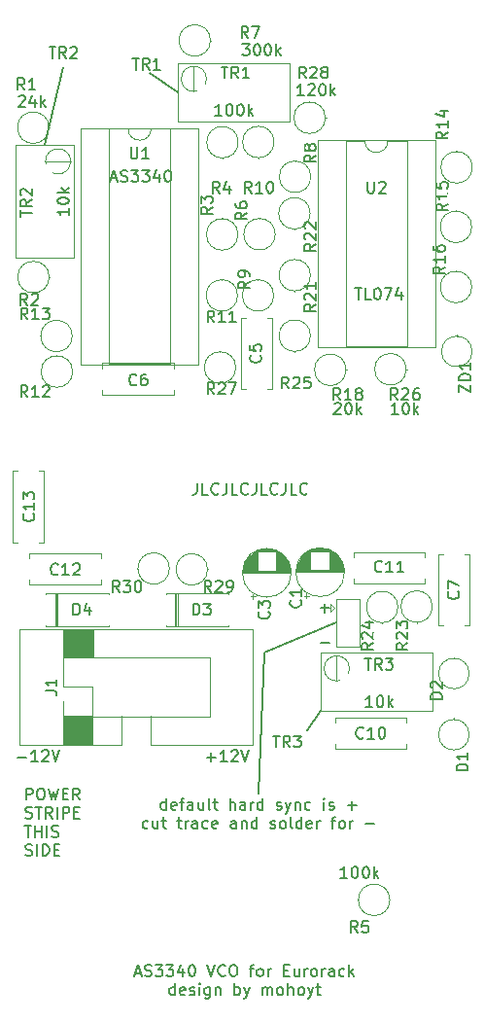
<source format=gto>
G04 #@! TF.GenerationSoftware,KiCad,Pcbnew,7.0.2-0*
G04 #@! TF.CreationDate,2023-10-25T22:44:13+02:00*
G04 #@! TF.ProjectId,3340_vco,33333430-5f76-4636-9f2e-6b696361645f,rev?*
G04 #@! TF.SameCoordinates,Original*
G04 #@! TF.FileFunction,Legend,Top*
G04 #@! TF.FilePolarity,Positive*
%FSLAX46Y46*%
G04 Gerber Fmt 4.6, Leading zero omitted, Abs format (unit mm)*
G04 Created by KiCad (PCBNEW 7.0.2-0) date 2023-10-25 22:44:13*
%MOMM*%
%LPD*%
G01*
G04 APERTURE LIST*
%ADD10C,0.150000*%
%ADD11C,0.120000*%
%ADD12C,0.100000*%
%ADD13R,1.600000X1.600000*%
%ADD14O,1.600000X1.600000*%
%ADD15C,1.600000*%
%ADD16R,2.200000X2.200000*%
%ADD17O,2.200000X2.200000*%
%ADD18C,1.440000*%
%ADD19R,1.200000X1.200000*%
%ADD20C,1.200000*%
%ADD21R,1.500000X1.000000*%
%ADD22R,1.700000X1.700000*%
%ADD23O,1.700000X1.700000*%
%ADD24O,2.720000X3.240000*%
%ADD25R,1.800000X1.800000*%
%ADD26C,1.800000*%
%ADD27O,1.500000X3.000000*%
%ADD28O,3.000000X1.500000*%
%ADD29R,1.930000X1.830000*%
%ADD30C,2.130000*%
G04 APERTURE END LIST*
D10*
X219130951Y-71712619D02*
X219130951Y-72426904D01*
X219130951Y-72426904D02*
X219083332Y-72569761D01*
X219083332Y-72569761D02*
X218988094Y-72665000D01*
X218988094Y-72665000D02*
X218845237Y-72712619D01*
X218845237Y-72712619D02*
X218749999Y-72712619D01*
X220083332Y-72712619D02*
X219607142Y-72712619D01*
X219607142Y-72712619D02*
X219607142Y-71712619D01*
X220988094Y-72617380D02*
X220940475Y-72665000D01*
X220940475Y-72665000D02*
X220797618Y-72712619D01*
X220797618Y-72712619D02*
X220702380Y-72712619D01*
X220702380Y-72712619D02*
X220559523Y-72665000D01*
X220559523Y-72665000D02*
X220464285Y-72569761D01*
X220464285Y-72569761D02*
X220416666Y-72474523D01*
X220416666Y-72474523D02*
X220369047Y-72284047D01*
X220369047Y-72284047D02*
X220369047Y-72141190D01*
X220369047Y-72141190D02*
X220416666Y-71950714D01*
X220416666Y-71950714D02*
X220464285Y-71855476D01*
X220464285Y-71855476D02*
X220559523Y-71760238D01*
X220559523Y-71760238D02*
X220702380Y-71712619D01*
X220702380Y-71712619D02*
X220797618Y-71712619D01*
X220797618Y-71712619D02*
X220940475Y-71760238D01*
X220940475Y-71760238D02*
X220988094Y-71807857D01*
X221702380Y-71712619D02*
X221702380Y-72426904D01*
X221702380Y-72426904D02*
X221654761Y-72569761D01*
X221654761Y-72569761D02*
X221559523Y-72665000D01*
X221559523Y-72665000D02*
X221416666Y-72712619D01*
X221416666Y-72712619D02*
X221321428Y-72712619D01*
X222654761Y-72712619D02*
X222178571Y-72712619D01*
X222178571Y-72712619D02*
X222178571Y-71712619D01*
X223559523Y-72617380D02*
X223511904Y-72665000D01*
X223511904Y-72665000D02*
X223369047Y-72712619D01*
X223369047Y-72712619D02*
X223273809Y-72712619D01*
X223273809Y-72712619D02*
X223130952Y-72665000D01*
X223130952Y-72665000D02*
X223035714Y-72569761D01*
X223035714Y-72569761D02*
X222988095Y-72474523D01*
X222988095Y-72474523D02*
X222940476Y-72284047D01*
X222940476Y-72284047D02*
X222940476Y-72141190D01*
X222940476Y-72141190D02*
X222988095Y-71950714D01*
X222988095Y-71950714D02*
X223035714Y-71855476D01*
X223035714Y-71855476D02*
X223130952Y-71760238D01*
X223130952Y-71760238D02*
X223273809Y-71712619D01*
X223273809Y-71712619D02*
X223369047Y-71712619D01*
X223369047Y-71712619D02*
X223511904Y-71760238D01*
X223511904Y-71760238D02*
X223559523Y-71807857D01*
X224273809Y-71712619D02*
X224273809Y-72426904D01*
X224273809Y-72426904D02*
X224226190Y-72569761D01*
X224226190Y-72569761D02*
X224130952Y-72665000D01*
X224130952Y-72665000D02*
X223988095Y-72712619D01*
X223988095Y-72712619D02*
X223892857Y-72712619D01*
X225226190Y-72712619D02*
X224750000Y-72712619D01*
X224750000Y-72712619D02*
X224750000Y-71712619D01*
X226130952Y-72617380D02*
X226083333Y-72665000D01*
X226083333Y-72665000D02*
X225940476Y-72712619D01*
X225940476Y-72712619D02*
X225845238Y-72712619D01*
X225845238Y-72712619D02*
X225702381Y-72665000D01*
X225702381Y-72665000D02*
X225607143Y-72569761D01*
X225607143Y-72569761D02*
X225559524Y-72474523D01*
X225559524Y-72474523D02*
X225511905Y-72284047D01*
X225511905Y-72284047D02*
X225511905Y-72141190D01*
X225511905Y-72141190D02*
X225559524Y-71950714D01*
X225559524Y-71950714D02*
X225607143Y-71855476D01*
X225607143Y-71855476D02*
X225702381Y-71760238D01*
X225702381Y-71760238D02*
X225845238Y-71712619D01*
X225845238Y-71712619D02*
X225940476Y-71712619D01*
X225940476Y-71712619D02*
X226083333Y-71760238D01*
X226083333Y-71760238D02*
X226130952Y-71807857D01*
X226845238Y-71712619D02*
X226845238Y-72426904D01*
X226845238Y-72426904D02*
X226797619Y-72569761D01*
X226797619Y-72569761D02*
X226702381Y-72665000D01*
X226702381Y-72665000D02*
X226559524Y-72712619D01*
X226559524Y-72712619D02*
X226464286Y-72712619D01*
X227797619Y-72712619D02*
X227321429Y-72712619D01*
X227321429Y-72712619D02*
X227321429Y-71712619D01*
X228702381Y-72617380D02*
X228654762Y-72665000D01*
X228654762Y-72665000D02*
X228511905Y-72712619D01*
X228511905Y-72712619D02*
X228416667Y-72712619D01*
X228416667Y-72712619D02*
X228273810Y-72665000D01*
X228273810Y-72665000D02*
X228178572Y-72569761D01*
X228178572Y-72569761D02*
X228130953Y-72474523D01*
X228130953Y-72474523D02*
X228083334Y-72284047D01*
X228083334Y-72284047D02*
X228083334Y-72141190D01*
X228083334Y-72141190D02*
X228130953Y-71950714D01*
X228130953Y-71950714D02*
X228178572Y-71855476D01*
X228178572Y-71855476D02*
X228273810Y-71760238D01*
X228273810Y-71760238D02*
X228416667Y-71712619D01*
X228416667Y-71712619D02*
X228511905Y-71712619D01*
X228511905Y-71712619D02*
X228654762Y-71760238D01*
X228654762Y-71760238D02*
X228702381Y-71807857D01*
X217456600Y-37663200D02*
X215000000Y-36000000D01*
X225000000Y-86500000D02*
X224500000Y-98750000D01*
X207500000Y-35500000D02*
X205872000Y-42308200D01*
X229905000Y-91530000D02*
X228750000Y-93250000D01*
X231257600Y-83870800D02*
X225000000Y-86500000D01*
X203488095Y-95581666D02*
X204250000Y-95581666D01*
X205249999Y-95962619D02*
X204678571Y-95962619D01*
X204964285Y-95962619D02*
X204964285Y-94962619D01*
X204964285Y-94962619D02*
X204869047Y-95105476D01*
X204869047Y-95105476D02*
X204773809Y-95200714D01*
X204773809Y-95200714D02*
X204678571Y-95248333D01*
X205630952Y-95057857D02*
X205678571Y-95010238D01*
X205678571Y-95010238D02*
X205773809Y-94962619D01*
X205773809Y-94962619D02*
X206011904Y-94962619D01*
X206011904Y-94962619D02*
X206107142Y-95010238D01*
X206107142Y-95010238D02*
X206154761Y-95057857D01*
X206154761Y-95057857D02*
X206202380Y-95153095D01*
X206202380Y-95153095D02*
X206202380Y-95248333D01*
X206202380Y-95248333D02*
X206154761Y-95391190D01*
X206154761Y-95391190D02*
X205583333Y-95962619D01*
X205583333Y-95962619D02*
X206202380Y-95962619D01*
X206488095Y-94962619D02*
X206821428Y-95962619D01*
X206821428Y-95962619D02*
X207154761Y-94962619D01*
X216428569Y-100152619D02*
X216428569Y-99152619D01*
X216428569Y-100105000D02*
X216333331Y-100152619D01*
X216333331Y-100152619D02*
X216142855Y-100152619D01*
X216142855Y-100152619D02*
X216047617Y-100105000D01*
X216047617Y-100105000D02*
X215999998Y-100057380D01*
X215999998Y-100057380D02*
X215952379Y-99962142D01*
X215952379Y-99962142D02*
X215952379Y-99676428D01*
X215952379Y-99676428D02*
X215999998Y-99581190D01*
X215999998Y-99581190D02*
X216047617Y-99533571D01*
X216047617Y-99533571D02*
X216142855Y-99485952D01*
X216142855Y-99485952D02*
X216333331Y-99485952D01*
X216333331Y-99485952D02*
X216428569Y-99533571D01*
X217285712Y-100105000D02*
X217190474Y-100152619D01*
X217190474Y-100152619D02*
X216999998Y-100152619D01*
X216999998Y-100152619D02*
X216904760Y-100105000D01*
X216904760Y-100105000D02*
X216857141Y-100009761D01*
X216857141Y-100009761D02*
X216857141Y-99628809D01*
X216857141Y-99628809D02*
X216904760Y-99533571D01*
X216904760Y-99533571D02*
X216999998Y-99485952D01*
X216999998Y-99485952D02*
X217190474Y-99485952D01*
X217190474Y-99485952D02*
X217285712Y-99533571D01*
X217285712Y-99533571D02*
X217333331Y-99628809D01*
X217333331Y-99628809D02*
X217333331Y-99724047D01*
X217333331Y-99724047D02*
X216857141Y-99819285D01*
X217619046Y-99485952D02*
X217999998Y-99485952D01*
X217761903Y-100152619D02*
X217761903Y-99295476D01*
X217761903Y-99295476D02*
X217809522Y-99200238D01*
X217809522Y-99200238D02*
X217904760Y-99152619D01*
X217904760Y-99152619D02*
X217999998Y-99152619D01*
X218761903Y-100152619D02*
X218761903Y-99628809D01*
X218761903Y-99628809D02*
X218714284Y-99533571D01*
X218714284Y-99533571D02*
X218619046Y-99485952D01*
X218619046Y-99485952D02*
X218428570Y-99485952D01*
X218428570Y-99485952D02*
X218333332Y-99533571D01*
X218761903Y-100105000D02*
X218666665Y-100152619D01*
X218666665Y-100152619D02*
X218428570Y-100152619D01*
X218428570Y-100152619D02*
X218333332Y-100105000D01*
X218333332Y-100105000D02*
X218285713Y-100009761D01*
X218285713Y-100009761D02*
X218285713Y-99914523D01*
X218285713Y-99914523D02*
X218333332Y-99819285D01*
X218333332Y-99819285D02*
X218428570Y-99771666D01*
X218428570Y-99771666D02*
X218666665Y-99771666D01*
X218666665Y-99771666D02*
X218761903Y-99724047D01*
X219666665Y-99485952D02*
X219666665Y-100152619D01*
X219238094Y-99485952D02*
X219238094Y-100009761D01*
X219238094Y-100009761D02*
X219285713Y-100105000D01*
X219285713Y-100105000D02*
X219380951Y-100152619D01*
X219380951Y-100152619D02*
X219523808Y-100152619D01*
X219523808Y-100152619D02*
X219619046Y-100105000D01*
X219619046Y-100105000D02*
X219666665Y-100057380D01*
X220285713Y-100152619D02*
X220190475Y-100105000D01*
X220190475Y-100105000D02*
X220142856Y-100009761D01*
X220142856Y-100009761D02*
X220142856Y-99152619D01*
X220523809Y-99485952D02*
X220904761Y-99485952D01*
X220666666Y-99152619D02*
X220666666Y-100009761D01*
X220666666Y-100009761D02*
X220714285Y-100105000D01*
X220714285Y-100105000D02*
X220809523Y-100152619D01*
X220809523Y-100152619D02*
X220904761Y-100152619D01*
X222000000Y-100152619D02*
X222000000Y-99152619D01*
X222428571Y-100152619D02*
X222428571Y-99628809D01*
X222428571Y-99628809D02*
X222380952Y-99533571D01*
X222380952Y-99533571D02*
X222285714Y-99485952D01*
X222285714Y-99485952D02*
X222142857Y-99485952D01*
X222142857Y-99485952D02*
X222047619Y-99533571D01*
X222047619Y-99533571D02*
X222000000Y-99581190D01*
X223333333Y-100152619D02*
X223333333Y-99628809D01*
X223333333Y-99628809D02*
X223285714Y-99533571D01*
X223285714Y-99533571D02*
X223190476Y-99485952D01*
X223190476Y-99485952D02*
X223000000Y-99485952D01*
X223000000Y-99485952D02*
X222904762Y-99533571D01*
X223333333Y-100105000D02*
X223238095Y-100152619D01*
X223238095Y-100152619D02*
X223000000Y-100152619D01*
X223000000Y-100152619D02*
X222904762Y-100105000D01*
X222904762Y-100105000D02*
X222857143Y-100009761D01*
X222857143Y-100009761D02*
X222857143Y-99914523D01*
X222857143Y-99914523D02*
X222904762Y-99819285D01*
X222904762Y-99819285D02*
X223000000Y-99771666D01*
X223000000Y-99771666D02*
X223238095Y-99771666D01*
X223238095Y-99771666D02*
X223333333Y-99724047D01*
X223809524Y-100152619D02*
X223809524Y-99485952D01*
X223809524Y-99676428D02*
X223857143Y-99581190D01*
X223857143Y-99581190D02*
X223904762Y-99533571D01*
X223904762Y-99533571D02*
X224000000Y-99485952D01*
X224000000Y-99485952D02*
X224095238Y-99485952D01*
X224857143Y-100152619D02*
X224857143Y-99152619D01*
X224857143Y-100105000D02*
X224761905Y-100152619D01*
X224761905Y-100152619D02*
X224571429Y-100152619D01*
X224571429Y-100152619D02*
X224476191Y-100105000D01*
X224476191Y-100105000D02*
X224428572Y-100057380D01*
X224428572Y-100057380D02*
X224380953Y-99962142D01*
X224380953Y-99962142D02*
X224380953Y-99676428D01*
X224380953Y-99676428D02*
X224428572Y-99581190D01*
X224428572Y-99581190D02*
X224476191Y-99533571D01*
X224476191Y-99533571D02*
X224571429Y-99485952D01*
X224571429Y-99485952D02*
X224761905Y-99485952D01*
X224761905Y-99485952D02*
X224857143Y-99533571D01*
X226047620Y-100105000D02*
X226142858Y-100152619D01*
X226142858Y-100152619D02*
X226333334Y-100152619D01*
X226333334Y-100152619D02*
X226428572Y-100105000D01*
X226428572Y-100105000D02*
X226476191Y-100009761D01*
X226476191Y-100009761D02*
X226476191Y-99962142D01*
X226476191Y-99962142D02*
X226428572Y-99866904D01*
X226428572Y-99866904D02*
X226333334Y-99819285D01*
X226333334Y-99819285D02*
X226190477Y-99819285D01*
X226190477Y-99819285D02*
X226095239Y-99771666D01*
X226095239Y-99771666D02*
X226047620Y-99676428D01*
X226047620Y-99676428D02*
X226047620Y-99628809D01*
X226047620Y-99628809D02*
X226095239Y-99533571D01*
X226095239Y-99533571D02*
X226190477Y-99485952D01*
X226190477Y-99485952D02*
X226333334Y-99485952D01*
X226333334Y-99485952D02*
X226428572Y-99533571D01*
X226809525Y-99485952D02*
X227047620Y-100152619D01*
X227285715Y-99485952D02*
X227047620Y-100152619D01*
X227047620Y-100152619D02*
X226952382Y-100390714D01*
X226952382Y-100390714D02*
X226904763Y-100438333D01*
X226904763Y-100438333D02*
X226809525Y-100485952D01*
X227666668Y-99485952D02*
X227666668Y-100152619D01*
X227666668Y-99581190D02*
X227714287Y-99533571D01*
X227714287Y-99533571D02*
X227809525Y-99485952D01*
X227809525Y-99485952D02*
X227952382Y-99485952D01*
X227952382Y-99485952D02*
X228047620Y-99533571D01*
X228047620Y-99533571D02*
X228095239Y-99628809D01*
X228095239Y-99628809D02*
X228095239Y-100152619D01*
X229000001Y-100105000D02*
X228904763Y-100152619D01*
X228904763Y-100152619D02*
X228714287Y-100152619D01*
X228714287Y-100152619D02*
X228619049Y-100105000D01*
X228619049Y-100105000D02*
X228571430Y-100057380D01*
X228571430Y-100057380D02*
X228523811Y-99962142D01*
X228523811Y-99962142D02*
X228523811Y-99676428D01*
X228523811Y-99676428D02*
X228571430Y-99581190D01*
X228571430Y-99581190D02*
X228619049Y-99533571D01*
X228619049Y-99533571D02*
X228714287Y-99485952D01*
X228714287Y-99485952D02*
X228904763Y-99485952D01*
X228904763Y-99485952D02*
X229000001Y-99533571D01*
X230190478Y-100152619D02*
X230190478Y-99485952D01*
X230190478Y-99152619D02*
X230142859Y-99200238D01*
X230142859Y-99200238D02*
X230190478Y-99247857D01*
X230190478Y-99247857D02*
X230238097Y-99200238D01*
X230238097Y-99200238D02*
X230190478Y-99152619D01*
X230190478Y-99152619D02*
X230190478Y-99247857D01*
X230619049Y-100105000D02*
X230714287Y-100152619D01*
X230714287Y-100152619D02*
X230904763Y-100152619D01*
X230904763Y-100152619D02*
X231000001Y-100105000D01*
X231000001Y-100105000D02*
X231047620Y-100009761D01*
X231047620Y-100009761D02*
X231047620Y-99962142D01*
X231047620Y-99962142D02*
X231000001Y-99866904D01*
X231000001Y-99866904D02*
X230904763Y-99819285D01*
X230904763Y-99819285D02*
X230761906Y-99819285D01*
X230761906Y-99819285D02*
X230666668Y-99771666D01*
X230666668Y-99771666D02*
X230619049Y-99676428D01*
X230619049Y-99676428D02*
X230619049Y-99628809D01*
X230619049Y-99628809D02*
X230666668Y-99533571D01*
X230666668Y-99533571D02*
X230761906Y-99485952D01*
X230761906Y-99485952D02*
X230904763Y-99485952D01*
X230904763Y-99485952D02*
X231000001Y-99533571D01*
X232238097Y-99771666D02*
X233000002Y-99771666D01*
X232619049Y-100152619D02*
X232619049Y-99390714D01*
X214857140Y-101725000D02*
X214761902Y-101772619D01*
X214761902Y-101772619D02*
X214571426Y-101772619D01*
X214571426Y-101772619D02*
X214476188Y-101725000D01*
X214476188Y-101725000D02*
X214428569Y-101677380D01*
X214428569Y-101677380D02*
X214380950Y-101582142D01*
X214380950Y-101582142D02*
X214380950Y-101296428D01*
X214380950Y-101296428D02*
X214428569Y-101201190D01*
X214428569Y-101201190D02*
X214476188Y-101153571D01*
X214476188Y-101153571D02*
X214571426Y-101105952D01*
X214571426Y-101105952D02*
X214761902Y-101105952D01*
X214761902Y-101105952D02*
X214857140Y-101153571D01*
X215714283Y-101105952D02*
X215714283Y-101772619D01*
X215285712Y-101105952D02*
X215285712Y-101629761D01*
X215285712Y-101629761D02*
X215333331Y-101725000D01*
X215333331Y-101725000D02*
X215428569Y-101772619D01*
X215428569Y-101772619D02*
X215571426Y-101772619D01*
X215571426Y-101772619D02*
X215666664Y-101725000D01*
X215666664Y-101725000D02*
X215714283Y-101677380D01*
X216047617Y-101105952D02*
X216428569Y-101105952D01*
X216190474Y-100772619D02*
X216190474Y-101629761D01*
X216190474Y-101629761D02*
X216238093Y-101725000D01*
X216238093Y-101725000D02*
X216333331Y-101772619D01*
X216333331Y-101772619D02*
X216428569Y-101772619D01*
X217380951Y-101105952D02*
X217761903Y-101105952D01*
X217523808Y-100772619D02*
X217523808Y-101629761D01*
X217523808Y-101629761D02*
X217571427Y-101725000D01*
X217571427Y-101725000D02*
X217666665Y-101772619D01*
X217666665Y-101772619D02*
X217761903Y-101772619D01*
X218095237Y-101772619D02*
X218095237Y-101105952D01*
X218095237Y-101296428D02*
X218142856Y-101201190D01*
X218142856Y-101201190D02*
X218190475Y-101153571D01*
X218190475Y-101153571D02*
X218285713Y-101105952D01*
X218285713Y-101105952D02*
X218380951Y-101105952D01*
X219142856Y-101772619D02*
X219142856Y-101248809D01*
X219142856Y-101248809D02*
X219095237Y-101153571D01*
X219095237Y-101153571D02*
X218999999Y-101105952D01*
X218999999Y-101105952D02*
X218809523Y-101105952D01*
X218809523Y-101105952D02*
X218714285Y-101153571D01*
X219142856Y-101725000D02*
X219047618Y-101772619D01*
X219047618Y-101772619D02*
X218809523Y-101772619D01*
X218809523Y-101772619D02*
X218714285Y-101725000D01*
X218714285Y-101725000D02*
X218666666Y-101629761D01*
X218666666Y-101629761D02*
X218666666Y-101534523D01*
X218666666Y-101534523D02*
X218714285Y-101439285D01*
X218714285Y-101439285D02*
X218809523Y-101391666D01*
X218809523Y-101391666D02*
X219047618Y-101391666D01*
X219047618Y-101391666D02*
X219142856Y-101344047D01*
X220047618Y-101725000D02*
X219952380Y-101772619D01*
X219952380Y-101772619D02*
X219761904Y-101772619D01*
X219761904Y-101772619D02*
X219666666Y-101725000D01*
X219666666Y-101725000D02*
X219619047Y-101677380D01*
X219619047Y-101677380D02*
X219571428Y-101582142D01*
X219571428Y-101582142D02*
X219571428Y-101296428D01*
X219571428Y-101296428D02*
X219619047Y-101201190D01*
X219619047Y-101201190D02*
X219666666Y-101153571D01*
X219666666Y-101153571D02*
X219761904Y-101105952D01*
X219761904Y-101105952D02*
X219952380Y-101105952D01*
X219952380Y-101105952D02*
X220047618Y-101153571D01*
X220857142Y-101725000D02*
X220761904Y-101772619D01*
X220761904Y-101772619D02*
X220571428Y-101772619D01*
X220571428Y-101772619D02*
X220476190Y-101725000D01*
X220476190Y-101725000D02*
X220428571Y-101629761D01*
X220428571Y-101629761D02*
X220428571Y-101248809D01*
X220428571Y-101248809D02*
X220476190Y-101153571D01*
X220476190Y-101153571D02*
X220571428Y-101105952D01*
X220571428Y-101105952D02*
X220761904Y-101105952D01*
X220761904Y-101105952D02*
X220857142Y-101153571D01*
X220857142Y-101153571D02*
X220904761Y-101248809D01*
X220904761Y-101248809D02*
X220904761Y-101344047D01*
X220904761Y-101344047D02*
X220428571Y-101439285D01*
X222523809Y-101772619D02*
X222523809Y-101248809D01*
X222523809Y-101248809D02*
X222476190Y-101153571D01*
X222476190Y-101153571D02*
X222380952Y-101105952D01*
X222380952Y-101105952D02*
X222190476Y-101105952D01*
X222190476Y-101105952D02*
X222095238Y-101153571D01*
X222523809Y-101725000D02*
X222428571Y-101772619D01*
X222428571Y-101772619D02*
X222190476Y-101772619D01*
X222190476Y-101772619D02*
X222095238Y-101725000D01*
X222095238Y-101725000D02*
X222047619Y-101629761D01*
X222047619Y-101629761D02*
X222047619Y-101534523D01*
X222047619Y-101534523D02*
X222095238Y-101439285D01*
X222095238Y-101439285D02*
X222190476Y-101391666D01*
X222190476Y-101391666D02*
X222428571Y-101391666D01*
X222428571Y-101391666D02*
X222523809Y-101344047D01*
X223000000Y-101105952D02*
X223000000Y-101772619D01*
X223000000Y-101201190D02*
X223047619Y-101153571D01*
X223047619Y-101153571D02*
X223142857Y-101105952D01*
X223142857Y-101105952D02*
X223285714Y-101105952D01*
X223285714Y-101105952D02*
X223380952Y-101153571D01*
X223380952Y-101153571D02*
X223428571Y-101248809D01*
X223428571Y-101248809D02*
X223428571Y-101772619D01*
X224333333Y-101772619D02*
X224333333Y-100772619D01*
X224333333Y-101725000D02*
X224238095Y-101772619D01*
X224238095Y-101772619D02*
X224047619Y-101772619D01*
X224047619Y-101772619D02*
X223952381Y-101725000D01*
X223952381Y-101725000D02*
X223904762Y-101677380D01*
X223904762Y-101677380D02*
X223857143Y-101582142D01*
X223857143Y-101582142D02*
X223857143Y-101296428D01*
X223857143Y-101296428D02*
X223904762Y-101201190D01*
X223904762Y-101201190D02*
X223952381Y-101153571D01*
X223952381Y-101153571D02*
X224047619Y-101105952D01*
X224047619Y-101105952D02*
X224238095Y-101105952D01*
X224238095Y-101105952D02*
X224333333Y-101153571D01*
X225523810Y-101725000D02*
X225619048Y-101772619D01*
X225619048Y-101772619D02*
X225809524Y-101772619D01*
X225809524Y-101772619D02*
X225904762Y-101725000D01*
X225904762Y-101725000D02*
X225952381Y-101629761D01*
X225952381Y-101629761D02*
X225952381Y-101582142D01*
X225952381Y-101582142D02*
X225904762Y-101486904D01*
X225904762Y-101486904D02*
X225809524Y-101439285D01*
X225809524Y-101439285D02*
X225666667Y-101439285D01*
X225666667Y-101439285D02*
X225571429Y-101391666D01*
X225571429Y-101391666D02*
X225523810Y-101296428D01*
X225523810Y-101296428D02*
X225523810Y-101248809D01*
X225523810Y-101248809D02*
X225571429Y-101153571D01*
X225571429Y-101153571D02*
X225666667Y-101105952D01*
X225666667Y-101105952D02*
X225809524Y-101105952D01*
X225809524Y-101105952D02*
X225904762Y-101153571D01*
X226523810Y-101772619D02*
X226428572Y-101725000D01*
X226428572Y-101725000D02*
X226380953Y-101677380D01*
X226380953Y-101677380D02*
X226333334Y-101582142D01*
X226333334Y-101582142D02*
X226333334Y-101296428D01*
X226333334Y-101296428D02*
X226380953Y-101201190D01*
X226380953Y-101201190D02*
X226428572Y-101153571D01*
X226428572Y-101153571D02*
X226523810Y-101105952D01*
X226523810Y-101105952D02*
X226666667Y-101105952D01*
X226666667Y-101105952D02*
X226761905Y-101153571D01*
X226761905Y-101153571D02*
X226809524Y-101201190D01*
X226809524Y-101201190D02*
X226857143Y-101296428D01*
X226857143Y-101296428D02*
X226857143Y-101582142D01*
X226857143Y-101582142D02*
X226809524Y-101677380D01*
X226809524Y-101677380D02*
X226761905Y-101725000D01*
X226761905Y-101725000D02*
X226666667Y-101772619D01*
X226666667Y-101772619D02*
X226523810Y-101772619D01*
X227428572Y-101772619D02*
X227333334Y-101725000D01*
X227333334Y-101725000D02*
X227285715Y-101629761D01*
X227285715Y-101629761D02*
X227285715Y-100772619D01*
X228238096Y-101772619D02*
X228238096Y-100772619D01*
X228238096Y-101725000D02*
X228142858Y-101772619D01*
X228142858Y-101772619D02*
X227952382Y-101772619D01*
X227952382Y-101772619D02*
X227857144Y-101725000D01*
X227857144Y-101725000D02*
X227809525Y-101677380D01*
X227809525Y-101677380D02*
X227761906Y-101582142D01*
X227761906Y-101582142D02*
X227761906Y-101296428D01*
X227761906Y-101296428D02*
X227809525Y-101201190D01*
X227809525Y-101201190D02*
X227857144Y-101153571D01*
X227857144Y-101153571D02*
X227952382Y-101105952D01*
X227952382Y-101105952D02*
X228142858Y-101105952D01*
X228142858Y-101105952D02*
X228238096Y-101153571D01*
X229095239Y-101725000D02*
X229000001Y-101772619D01*
X229000001Y-101772619D02*
X228809525Y-101772619D01*
X228809525Y-101772619D02*
X228714287Y-101725000D01*
X228714287Y-101725000D02*
X228666668Y-101629761D01*
X228666668Y-101629761D02*
X228666668Y-101248809D01*
X228666668Y-101248809D02*
X228714287Y-101153571D01*
X228714287Y-101153571D02*
X228809525Y-101105952D01*
X228809525Y-101105952D02*
X229000001Y-101105952D01*
X229000001Y-101105952D02*
X229095239Y-101153571D01*
X229095239Y-101153571D02*
X229142858Y-101248809D01*
X229142858Y-101248809D02*
X229142858Y-101344047D01*
X229142858Y-101344047D02*
X228666668Y-101439285D01*
X229571430Y-101772619D02*
X229571430Y-101105952D01*
X229571430Y-101296428D02*
X229619049Y-101201190D01*
X229619049Y-101201190D02*
X229666668Y-101153571D01*
X229666668Y-101153571D02*
X229761906Y-101105952D01*
X229761906Y-101105952D02*
X229857144Y-101105952D01*
X230809526Y-101105952D02*
X231190478Y-101105952D01*
X230952383Y-101772619D02*
X230952383Y-100915476D01*
X230952383Y-100915476D02*
X231000002Y-100820238D01*
X231000002Y-100820238D02*
X231095240Y-100772619D01*
X231095240Y-100772619D02*
X231190478Y-100772619D01*
X231666669Y-101772619D02*
X231571431Y-101725000D01*
X231571431Y-101725000D02*
X231523812Y-101677380D01*
X231523812Y-101677380D02*
X231476193Y-101582142D01*
X231476193Y-101582142D02*
X231476193Y-101296428D01*
X231476193Y-101296428D02*
X231523812Y-101201190D01*
X231523812Y-101201190D02*
X231571431Y-101153571D01*
X231571431Y-101153571D02*
X231666669Y-101105952D01*
X231666669Y-101105952D02*
X231809526Y-101105952D01*
X231809526Y-101105952D02*
X231904764Y-101153571D01*
X231904764Y-101153571D02*
X231952383Y-101201190D01*
X231952383Y-101201190D02*
X232000002Y-101296428D01*
X232000002Y-101296428D02*
X232000002Y-101582142D01*
X232000002Y-101582142D02*
X231952383Y-101677380D01*
X231952383Y-101677380D02*
X231904764Y-101725000D01*
X231904764Y-101725000D02*
X231809526Y-101772619D01*
X231809526Y-101772619D02*
X231666669Y-101772619D01*
X232428574Y-101772619D02*
X232428574Y-101105952D01*
X232428574Y-101296428D02*
X232476193Y-101201190D01*
X232476193Y-101201190D02*
X232523812Y-101153571D01*
X232523812Y-101153571D02*
X232619050Y-101105952D01*
X232619050Y-101105952D02*
X232714288Y-101105952D01*
X233809527Y-101391666D02*
X234571432Y-101391666D01*
X219988095Y-95581666D02*
X220750000Y-95581666D01*
X220369047Y-95962619D02*
X220369047Y-95200714D01*
X221749999Y-95962619D02*
X221178571Y-95962619D01*
X221464285Y-95962619D02*
X221464285Y-94962619D01*
X221464285Y-94962619D02*
X221369047Y-95105476D01*
X221369047Y-95105476D02*
X221273809Y-95200714D01*
X221273809Y-95200714D02*
X221178571Y-95248333D01*
X222130952Y-95057857D02*
X222178571Y-95010238D01*
X222178571Y-95010238D02*
X222273809Y-94962619D01*
X222273809Y-94962619D02*
X222511904Y-94962619D01*
X222511904Y-94962619D02*
X222607142Y-95010238D01*
X222607142Y-95010238D02*
X222654761Y-95057857D01*
X222654761Y-95057857D02*
X222702380Y-95153095D01*
X222702380Y-95153095D02*
X222702380Y-95248333D01*
X222702380Y-95248333D02*
X222654761Y-95391190D01*
X222654761Y-95391190D02*
X222083333Y-95962619D01*
X222083333Y-95962619D02*
X222702380Y-95962619D01*
X222988095Y-94962619D02*
X223321428Y-95962619D01*
X223321428Y-95962619D02*
X223654761Y-94962619D01*
X206238095Y-33712619D02*
X206809523Y-33712619D01*
X206523809Y-34712619D02*
X206523809Y-33712619D01*
X207714285Y-34712619D02*
X207380952Y-34236428D01*
X207142857Y-34712619D02*
X207142857Y-33712619D01*
X207142857Y-33712619D02*
X207523809Y-33712619D01*
X207523809Y-33712619D02*
X207619047Y-33760238D01*
X207619047Y-33760238D02*
X207666666Y-33807857D01*
X207666666Y-33807857D02*
X207714285Y-33903095D01*
X207714285Y-33903095D02*
X207714285Y-34045952D01*
X207714285Y-34045952D02*
X207666666Y-34141190D01*
X207666666Y-34141190D02*
X207619047Y-34188809D01*
X207619047Y-34188809D02*
X207523809Y-34236428D01*
X207523809Y-34236428D02*
X207142857Y-34236428D01*
X208095238Y-33807857D02*
X208142857Y-33760238D01*
X208142857Y-33760238D02*
X208238095Y-33712619D01*
X208238095Y-33712619D02*
X208476190Y-33712619D01*
X208476190Y-33712619D02*
X208571428Y-33760238D01*
X208571428Y-33760238D02*
X208619047Y-33807857D01*
X208619047Y-33807857D02*
X208666666Y-33903095D01*
X208666666Y-33903095D02*
X208666666Y-33998333D01*
X208666666Y-33998333D02*
X208619047Y-34141190D01*
X208619047Y-34141190D02*
X208047619Y-34712619D01*
X208047619Y-34712619D02*
X208666666Y-34712619D01*
X225738095Y-93712619D02*
X226309523Y-93712619D01*
X226023809Y-94712619D02*
X226023809Y-93712619D01*
X227214285Y-94712619D02*
X226880952Y-94236428D01*
X226642857Y-94712619D02*
X226642857Y-93712619D01*
X226642857Y-93712619D02*
X227023809Y-93712619D01*
X227023809Y-93712619D02*
X227119047Y-93760238D01*
X227119047Y-93760238D02*
X227166666Y-93807857D01*
X227166666Y-93807857D02*
X227214285Y-93903095D01*
X227214285Y-93903095D02*
X227214285Y-94045952D01*
X227214285Y-94045952D02*
X227166666Y-94141190D01*
X227166666Y-94141190D02*
X227119047Y-94188809D01*
X227119047Y-94188809D02*
X227023809Y-94236428D01*
X227023809Y-94236428D02*
X226642857Y-94236428D01*
X227547619Y-93712619D02*
X228166666Y-93712619D01*
X228166666Y-93712619D02*
X227833333Y-94093571D01*
X227833333Y-94093571D02*
X227976190Y-94093571D01*
X227976190Y-94093571D02*
X228071428Y-94141190D01*
X228071428Y-94141190D02*
X228119047Y-94188809D01*
X228119047Y-94188809D02*
X228166666Y-94284047D01*
X228166666Y-94284047D02*
X228166666Y-94522142D01*
X228166666Y-94522142D02*
X228119047Y-94617380D01*
X228119047Y-94617380D02*
X228071428Y-94665000D01*
X228071428Y-94665000D02*
X227976190Y-94712619D01*
X227976190Y-94712619D02*
X227690476Y-94712619D01*
X227690476Y-94712619D02*
X227595238Y-94665000D01*
X227595238Y-94665000D02*
X227547619Y-94617380D01*
X229869048Y-82581666D02*
X230630953Y-82581666D01*
X230250000Y-82962619D02*
X230250000Y-82200714D01*
X213726189Y-114366904D02*
X214202379Y-114366904D01*
X213630951Y-114652619D02*
X213964284Y-113652619D01*
X213964284Y-113652619D02*
X214297617Y-114652619D01*
X214583332Y-114605000D02*
X214726189Y-114652619D01*
X214726189Y-114652619D02*
X214964284Y-114652619D01*
X214964284Y-114652619D02*
X215059522Y-114605000D01*
X215059522Y-114605000D02*
X215107141Y-114557380D01*
X215107141Y-114557380D02*
X215154760Y-114462142D01*
X215154760Y-114462142D02*
X215154760Y-114366904D01*
X215154760Y-114366904D02*
X215107141Y-114271666D01*
X215107141Y-114271666D02*
X215059522Y-114224047D01*
X215059522Y-114224047D02*
X214964284Y-114176428D01*
X214964284Y-114176428D02*
X214773808Y-114128809D01*
X214773808Y-114128809D02*
X214678570Y-114081190D01*
X214678570Y-114081190D02*
X214630951Y-114033571D01*
X214630951Y-114033571D02*
X214583332Y-113938333D01*
X214583332Y-113938333D02*
X214583332Y-113843095D01*
X214583332Y-113843095D02*
X214630951Y-113747857D01*
X214630951Y-113747857D02*
X214678570Y-113700238D01*
X214678570Y-113700238D02*
X214773808Y-113652619D01*
X214773808Y-113652619D02*
X215011903Y-113652619D01*
X215011903Y-113652619D02*
X215154760Y-113700238D01*
X215488094Y-113652619D02*
X216107141Y-113652619D01*
X216107141Y-113652619D02*
X215773808Y-114033571D01*
X215773808Y-114033571D02*
X215916665Y-114033571D01*
X215916665Y-114033571D02*
X216011903Y-114081190D01*
X216011903Y-114081190D02*
X216059522Y-114128809D01*
X216059522Y-114128809D02*
X216107141Y-114224047D01*
X216107141Y-114224047D02*
X216107141Y-114462142D01*
X216107141Y-114462142D02*
X216059522Y-114557380D01*
X216059522Y-114557380D02*
X216011903Y-114605000D01*
X216011903Y-114605000D02*
X215916665Y-114652619D01*
X215916665Y-114652619D02*
X215630951Y-114652619D01*
X215630951Y-114652619D02*
X215535713Y-114605000D01*
X215535713Y-114605000D02*
X215488094Y-114557380D01*
X216440475Y-113652619D02*
X217059522Y-113652619D01*
X217059522Y-113652619D02*
X216726189Y-114033571D01*
X216726189Y-114033571D02*
X216869046Y-114033571D01*
X216869046Y-114033571D02*
X216964284Y-114081190D01*
X216964284Y-114081190D02*
X217011903Y-114128809D01*
X217011903Y-114128809D02*
X217059522Y-114224047D01*
X217059522Y-114224047D02*
X217059522Y-114462142D01*
X217059522Y-114462142D02*
X217011903Y-114557380D01*
X217011903Y-114557380D02*
X216964284Y-114605000D01*
X216964284Y-114605000D02*
X216869046Y-114652619D01*
X216869046Y-114652619D02*
X216583332Y-114652619D01*
X216583332Y-114652619D02*
X216488094Y-114605000D01*
X216488094Y-114605000D02*
X216440475Y-114557380D01*
X217916665Y-113985952D02*
X217916665Y-114652619D01*
X217678570Y-113605000D02*
X217440475Y-114319285D01*
X217440475Y-114319285D02*
X218059522Y-114319285D01*
X218630951Y-113652619D02*
X218726189Y-113652619D01*
X218726189Y-113652619D02*
X218821427Y-113700238D01*
X218821427Y-113700238D02*
X218869046Y-113747857D01*
X218869046Y-113747857D02*
X218916665Y-113843095D01*
X218916665Y-113843095D02*
X218964284Y-114033571D01*
X218964284Y-114033571D02*
X218964284Y-114271666D01*
X218964284Y-114271666D02*
X218916665Y-114462142D01*
X218916665Y-114462142D02*
X218869046Y-114557380D01*
X218869046Y-114557380D02*
X218821427Y-114605000D01*
X218821427Y-114605000D02*
X218726189Y-114652619D01*
X218726189Y-114652619D02*
X218630951Y-114652619D01*
X218630951Y-114652619D02*
X218535713Y-114605000D01*
X218535713Y-114605000D02*
X218488094Y-114557380D01*
X218488094Y-114557380D02*
X218440475Y-114462142D01*
X218440475Y-114462142D02*
X218392856Y-114271666D01*
X218392856Y-114271666D02*
X218392856Y-114033571D01*
X218392856Y-114033571D02*
X218440475Y-113843095D01*
X218440475Y-113843095D02*
X218488094Y-113747857D01*
X218488094Y-113747857D02*
X218535713Y-113700238D01*
X218535713Y-113700238D02*
X218630951Y-113652619D01*
X220011904Y-113652619D02*
X220345237Y-114652619D01*
X220345237Y-114652619D02*
X220678570Y-113652619D01*
X221583332Y-114557380D02*
X221535713Y-114605000D01*
X221535713Y-114605000D02*
X221392856Y-114652619D01*
X221392856Y-114652619D02*
X221297618Y-114652619D01*
X221297618Y-114652619D02*
X221154761Y-114605000D01*
X221154761Y-114605000D02*
X221059523Y-114509761D01*
X221059523Y-114509761D02*
X221011904Y-114414523D01*
X221011904Y-114414523D02*
X220964285Y-114224047D01*
X220964285Y-114224047D02*
X220964285Y-114081190D01*
X220964285Y-114081190D02*
X221011904Y-113890714D01*
X221011904Y-113890714D02*
X221059523Y-113795476D01*
X221059523Y-113795476D02*
X221154761Y-113700238D01*
X221154761Y-113700238D02*
X221297618Y-113652619D01*
X221297618Y-113652619D02*
X221392856Y-113652619D01*
X221392856Y-113652619D02*
X221535713Y-113700238D01*
X221535713Y-113700238D02*
X221583332Y-113747857D01*
X222202380Y-113652619D02*
X222392856Y-113652619D01*
X222392856Y-113652619D02*
X222488094Y-113700238D01*
X222488094Y-113700238D02*
X222583332Y-113795476D01*
X222583332Y-113795476D02*
X222630951Y-113985952D01*
X222630951Y-113985952D02*
X222630951Y-114319285D01*
X222630951Y-114319285D02*
X222583332Y-114509761D01*
X222583332Y-114509761D02*
X222488094Y-114605000D01*
X222488094Y-114605000D02*
X222392856Y-114652619D01*
X222392856Y-114652619D02*
X222202380Y-114652619D01*
X222202380Y-114652619D02*
X222107142Y-114605000D01*
X222107142Y-114605000D02*
X222011904Y-114509761D01*
X222011904Y-114509761D02*
X221964285Y-114319285D01*
X221964285Y-114319285D02*
X221964285Y-113985952D01*
X221964285Y-113985952D02*
X222011904Y-113795476D01*
X222011904Y-113795476D02*
X222107142Y-113700238D01*
X222107142Y-113700238D02*
X222202380Y-113652619D01*
X223678571Y-113985952D02*
X224059523Y-113985952D01*
X223821428Y-114652619D02*
X223821428Y-113795476D01*
X223821428Y-113795476D02*
X223869047Y-113700238D01*
X223869047Y-113700238D02*
X223964285Y-113652619D01*
X223964285Y-113652619D02*
X224059523Y-113652619D01*
X224535714Y-114652619D02*
X224440476Y-114605000D01*
X224440476Y-114605000D02*
X224392857Y-114557380D01*
X224392857Y-114557380D02*
X224345238Y-114462142D01*
X224345238Y-114462142D02*
X224345238Y-114176428D01*
X224345238Y-114176428D02*
X224392857Y-114081190D01*
X224392857Y-114081190D02*
X224440476Y-114033571D01*
X224440476Y-114033571D02*
X224535714Y-113985952D01*
X224535714Y-113985952D02*
X224678571Y-113985952D01*
X224678571Y-113985952D02*
X224773809Y-114033571D01*
X224773809Y-114033571D02*
X224821428Y-114081190D01*
X224821428Y-114081190D02*
X224869047Y-114176428D01*
X224869047Y-114176428D02*
X224869047Y-114462142D01*
X224869047Y-114462142D02*
X224821428Y-114557380D01*
X224821428Y-114557380D02*
X224773809Y-114605000D01*
X224773809Y-114605000D02*
X224678571Y-114652619D01*
X224678571Y-114652619D02*
X224535714Y-114652619D01*
X225297619Y-114652619D02*
X225297619Y-113985952D01*
X225297619Y-114176428D02*
X225345238Y-114081190D01*
X225345238Y-114081190D02*
X225392857Y-114033571D01*
X225392857Y-114033571D02*
X225488095Y-113985952D01*
X225488095Y-113985952D02*
X225583333Y-113985952D01*
X226678572Y-114128809D02*
X227011905Y-114128809D01*
X227154762Y-114652619D02*
X226678572Y-114652619D01*
X226678572Y-114652619D02*
X226678572Y-113652619D01*
X226678572Y-113652619D02*
X227154762Y-113652619D01*
X228011905Y-113985952D02*
X228011905Y-114652619D01*
X227583334Y-113985952D02*
X227583334Y-114509761D01*
X227583334Y-114509761D02*
X227630953Y-114605000D01*
X227630953Y-114605000D02*
X227726191Y-114652619D01*
X227726191Y-114652619D02*
X227869048Y-114652619D01*
X227869048Y-114652619D02*
X227964286Y-114605000D01*
X227964286Y-114605000D02*
X228011905Y-114557380D01*
X228488096Y-114652619D02*
X228488096Y-113985952D01*
X228488096Y-114176428D02*
X228535715Y-114081190D01*
X228535715Y-114081190D02*
X228583334Y-114033571D01*
X228583334Y-114033571D02*
X228678572Y-113985952D01*
X228678572Y-113985952D02*
X228773810Y-113985952D01*
X229250001Y-114652619D02*
X229154763Y-114605000D01*
X229154763Y-114605000D02*
X229107144Y-114557380D01*
X229107144Y-114557380D02*
X229059525Y-114462142D01*
X229059525Y-114462142D02*
X229059525Y-114176428D01*
X229059525Y-114176428D02*
X229107144Y-114081190D01*
X229107144Y-114081190D02*
X229154763Y-114033571D01*
X229154763Y-114033571D02*
X229250001Y-113985952D01*
X229250001Y-113985952D02*
X229392858Y-113985952D01*
X229392858Y-113985952D02*
X229488096Y-114033571D01*
X229488096Y-114033571D02*
X229535715Y-114081190D01*
X229535715Y-114081190D02*
X229583334Y-114176428D01*
X229583334Y-114176428D02*
X229583334Y-114462142D01*
X229583334Y-114462142D02*
X229535715Y-114557380D01*
X229535715Y-114557380D02*
X229488096Y-114605000D01*
X229488096Y-114605000D02*
X229392858Y-114652619D01*
X229392858Y-114652619D02*
X229250001Y-114652619D01*
X230011906Y-114652619D02*
X230011906Y-113985952D01*
X230011906Y-114176428D02*
X230059525Y-114081190D01*
X230059525Y-114081190D02*
X230107144Y-114033571D01*
X230107144Y-114033571D02*
X230202382Y-113985952D01*
X230202382Y-113985952D02*
X230297620Y-113985952D01*
X231059525Y-114652619D02*
X231059525Y-114128809D01*
X231059525Y-114128809D02*
X231011906Y-114033571D01*
X231011906Y-114033571D02*
X230916668Y-113985952D01*
X230916668Y-113985952D02*
X230726192Y-113985952D01*
X230726192Y-113985952D02*
X230630954Y-114033571D01*
X231059525Y-114605000D02*
X230964287Y-114652619D01*
X230964287Y-114652619D02*
X230726192Y-114652619D01*
X230726192Y-114652619D02*
X230630954Y-114605000D01*
X230630954Y-114605000D02*
X230583335Y-114509761D01*
X230583335Y-114509761D02*
X230583335Y-114414523D01*
X230583335Y-114414523D02*
X230630954Y-114319285D01*
X230630954Y-114319285D02*
X230726192Y-114271666D01*
X230726192Y-114271666D02*
X230964287Y-114271666D01*
X230964287Y-114271666D02*
X231059525Y-114224047D01*
X231964287Y-114605000D02*
X231869049Y-114652619D01*
X231869049Y-114652619D02*
X231678573Y-114652619D01*
X231678573Y-114652619D02*
X231583335Y-114605000D01*
X231583335Y-114605000D02*
X231535716Y-114557380D01*
X231535716Y-114557380D02*
X231488097Y-114462142D01*
X231488097Y-114462142D02*
X231488097Y-114176428D01*
X231488097Y-114176428D02*
X231535716Y-114081190D01*
X231535716Y-114081190D02*
X231583335Y-114033571D01*
X231583335Y-114033571D02*
X231678573Y-113985952D01*
X231678573Y-113985952D02*
X231869049Y-113985952D01*
X231869049Y-113985952D02*
X231964287Y-114033571D01*
X232392859Y-114652619D02*
X232392859Y-113652619D01*
X232488097Y-114271666D02*
X232773811Y-114652619D01*
X232773811Y-113985952D02*
X232392859Y-114366904D01*
X217202380Y-116272619D02*
X217202380Y-115272619D01*
X217202380Y-116225000D02*
X217107142Y-116272619D01*
X217107142Y-116272619D02*
X216916666Y-116272619D01*
X216916666Y-116272619D02*
X216821428Y-116225000D01*
X216821428Y-116225000D02*
X216773809Y-116177380D01*
X216773809Y-116177380D02*
X216726190Y-116082142D01*
X216726190Y-116082142D02*
X216726190Y-115796428D01*
X216726190Y-115796428D02*
X216773809Y-115701190D01*
X216773809Y-115701190D02*
X216821428Y-115653571D01*
X216821428Y-115653571D02*
X216916666Y-115605952D01*
X216916666Y-115605952D02*
X217107142Y-115605952D01*
X217107142Y-115605952D02*
X217202380Y-115653571D01*
X218059523Y-116225000D02*
X217964285Y-116272619D01*
X217964285Y-116272619D02*
X217773809Y-116272619D01*
X217773809Y-116272619D02*
X217678571Y-116225000D01*
X217678571Y-116225000D02*
X217630952Y-116129761D01*
X217630952Y-116129761D02*
X217630952Y-115748809D01*
X217630952Y-115748809D02*
X217678571Y-115653571D01*
X217678571Y-115653571D02*
X217773809Y-115605952D01*
X217773809Y-115605952D02*
X217964285Y-115605952D01*
X217964285Y-115605952D02*
X218059523Y-115653571D01*
X218059523Y-115653571D02*
X218107142Y-115748809D01*
X218107142Y-115748809D02*
X218107142Y-115844047D01*
X218107142Y-115844047D02*
X217630952Y-115939285D01*
X218488095Y-116225000D02*
X218583333Y-116272619D01*
X218583333Y-116272619D02*
X218773809Y-116272619D01*
X218773809Y-116272619D02*
X218869047Y-116225000D01*
X218869047Y-116225000D02*
X218916666Y-116129761D01*
X218916666Y-116129761D02*
X218916666Y-116082142D01*
X218916666Y-116082142D02*
X218869047Y-115986904D01*
X218869047Y-115986904D02*
X218773809Y-115939285D01*
X218773809Y-115939285D02*
X218630952Y-115939285D01*
X218630952Y-115939285D02*
X218535714Y-115891666D01*
X218535714Y-115891666D02*
X218488095Y-115796428D01*
X218488095Y-115796428D02*
X218488095Y-115748809D01*
X218488095Y-115748809D02*
X218535714Y-115653571D01*
X218535714Y-115653571D02*
X218630952Y-115605952D01*
X218630952Y-115605952D02*
X218773809Y-115605952D01*
X218773809Y-115605952D02*
X218869047Y-115653571D01*
X219345238Y-116272619D02*
X219345238Y-115605952D01*
X219345238Y-115272619D02*
X219297619Y-115320238D01*
X219297619Y-115320238D02*
X219345238Y-115367857D01*
X219345238Y-115367857D02*
X219392857Y-115320238D01*
X219392857Y-115320238D02*
X219345238Y-115272619D01*
X219345238Y-115272619D02*
X219345238Y-115367857D01*
X220249999Y-115605952D02*
X220249999Y-116415476D01*
X220249999Y-116415476D02*
X220202380Y-116510714D01*
X220202380Y-116510714D02*
X220154761Y-116558333D01*
X220154761Y-116558333D02*
X220059523Y-116605952D01*
X220059523Y-116605952D02*
X219916666Y-116605952D01*
X219916666Y-116605952D02*
X219821428Y-116558333D01*
X220249999Y-116225000D02*
X220154761Y-116272619D01*
X220154761Y-116272619D02*
X219964285Y-116272619D01*
X219964285Y-116272619D02*
X219869047Y-116225000D01*
X219869047Y-116225000D02*
X219821428Y-116177380D01*
X219821428Y-116177380D02*
X219773809Y-116082142D01*
X219773809Y-116082142D02*
X219773809Y-115796428D01*
X219773809Y-115796428D02*
X219821428Y-115701190D01*
X219821428Y-115701190D02*
X219869047Y-115653571D01*
X219869047Y-115653571D02*
X219964285Y-115605952D01*
X219964285Y-115605952D02*
X220154761Y-115605952D01*
X220154761Y-115605952D02*
X220249999Y-115653571D01*
X220726190Y-115605952D02*
X220726190Y-116272619D01*
X220726190Y-115701190D02*
X220773809Y-115653571D01*
X220773809Y-115653571D02*
X220869047Y-115605952D01*
X220869047Y-115605952D02*
X221011904Y-115605952D01*
X221011904Y-115605952D02*
X221107142Y-115653571D01*
X221107142Y-115653571D02*
X221154761Y-115748809D01*
X221154761Y-115748809D02*
X221154761Y-116272619D01*
X222392857Y-116272619D02*
X222392857Y-115272619D01*
X222392857Y-115653571D02*
X222488095Y-115605952D01*
X222488095Y-115605952D02*
X222678571Y-115605952D01*
X222678571Y-115605952D02*
X222773809Y-115653571D01*
X222773809Y-115653571D02*
X222821428Y-115701190D01*
X222821428Y-115701190D02*
X222869047Y-115796428D01*
X222869047Y-115796428D02*
X222869047Y-116082142D01*
X222869047Y-116082142D02*
X222821428Y-116177380D01*
X222821428Y-116177380D02*
X222773809Y-116225000D01*
X222773809Y-116225000D02*
X222678571Y-116272619D01*
X222678571Y-116272619D02*
X222488095Y-116272619D01*
X222488095Y-116272619D02*
X222392857Y-116225000D01*
X223202381Y-115605952D02*
X223440476Y-116272619D01*
X223678571Y-115605952D02*
X223440476Y-116272619D01*
X223440476Y-116272619D02*
X223345238Y-116510714D01*
X223345238Y-116510714D02*
X223297619Y-116558333D01*
X223297619Y-116558333D02*
X223202381Y-116605952D01*
X224821429Y-116272619D02*
X224821429Y-115605952D01*
X224821429Y-115701190D02*
X224869048Y-115653571D01*
X224869048Y-115653571D02*
X224964286Y-115605952D01*
X224964286Y-115605952D02*
X225107143Y-115605952D01*
X225107143Y-115605952D02*
X225202381Y-115653571D01*
X225202381Y-115653571D02*
X225250000Y-115748809D01*
X225250000Y-115748809D02*
X225250000Y-116272619D01*
X225250000Y-115748809D02*
X225297619Y-115653571D01*
X225297619Y-115653571D02*
X225392857Y-115605952D01*
X225392857Y-115605952D02*
X225535714Y-115605952D01*
X225535714Y-115605952D02*
X225630953Y-115653571D01*
X225630953Y-115653571D02*
X225678572Y-115748809D01*
X225678572Y-115748809D02*
X225678572Y-116272619D01*
X226297619Y-116272619D02*
X226202381Y-116225000D01*
X226202381Y-116225000D02*
X226154762Y-116177380D01*
X226154762Y-116177380D02*
X226107143Y-116082142D01*
X226107143Y-116082142D02*
X226107143Y-115796428D01*
X226107143Y-115796428D02*
X226154762Y-115701190D01*
X226154762Y-115701190D02*
X226202381Y-115653571D01*
X226202381Y-115653571D02*
X226297619Y-115605952D01*
X226297619Y-115605952D02*
X226440476Y-115605952D01*
X226440476Y-115605952D02*
X226535714Y-115653571D01*
X226535714Y-115653571D02*
X226583333Y-115701190D01*
X226583333Y-115701190D02*
X226630952Y-115796428D01*
X226630952Y-115796428D02*
X226630952Y-116082142D01*
X226630952Y-116082142D02*
X226583333Y-116177380D01*
X226583333Y-116177380D02*
X226535714Y-116225000D01*
X226535714Y-116225000D02*
X226440476Y-116272619D01*
X226440476Y-116272619D02*
X226297619Y-116272619D01*
X227059524Y-116272619D02*
X227059524Y-115272619D01*
X227488095Y-116272619D02*
X227488095Y-115748809D01*
X227488095Y-115748809D02*
X227440476Y-115653571D01*
X227440476Y-115653571D02*
X227345238Y-115605952D01*
X227345238Y-115605952D02*
X227202381Y-115605952D01*
X227202381Y-115605952D02*
X227107143Y-115653571D01*
X227107143Y-115653571D02*
X227059524Y-115701190D01*
X228107143Y-116272619D02*
X228011905Y-116225000D01*
X228011905Y-116225000D02*
X227964286Y-116177380D01*
X227964286Y-116177380D02*
X227916667Y-116082142D01*
X227916667Y-116082142D02*
X227916667Y-115796428D01*
X227916667Y-115796428D02*
X227964286Y-115701190D01*
X227964286Y-115701190D02*
X228011905Y-115653571D01*
X228011905Y-115653571D02*
X228107143Y-115605952D01*
X228107143Y-115605952D02*
X228250000Y-115605952D01*
X228250000Y-115605952D02*
X228345238Y-115653571D01*
X228345238Y-115653571D02*
X228392857Y-115701190D01*
X228392857Y-115701190D02*
X228440476Y-115796428D01*
X228440476Y-115796428D02*
X228440476Y-116082142D01*
X228440476Y-116082142D02*
X228392857Y-116177380D01*
X228392857Y-116177380D02*
X228345238Y-116225000D01*
X228345238Y-116225000D02*
X228250000Y-116272619D01*
X228250000Y-116272619D02*
X228107143Y-116272619D01*
X228773810Y-115605952D02*
X229011905Y-116272619D01*
X229250000Y-115605952D02*
X229011905Y-116272619D01*
X229011905Y-116272619D02*
X228916667Y-116510714D01*
X228916667Y-116510714D02*
X228869048Y-116558333D01*
X228869048Y-116558333D02*
X228773810Y-116605952D01*
X229488096Y-115605952D02*
X229869048Y-115605952D01*
X229630953Y-115272619D02*
X229630953Y-116129761D01*
X229630953Y-116129761D02*
X229678572Y-116225000D01*
X229678572Y-116225000D02*
X229773810Y-116272619D01*
X229773810Y-116272619D02*
X229869048Y-116272619D01*
X229869048Y-85581666D02*
X230630953Y-85581666D01*
X204238095Y-99282619D02*
X204238095Y-98282619D01*
X204238095Y-98282619D02*
X204619047Y-98282619D01*
X204619047Y-98282619D02*
X204714285Y-98330238D01*
X204714285Y-98330238D02*
X204761904Y-98377857D01*
X204761904Y-98377857D02*
X204809523Y-98473095D01*
X204809523Y-98473095D02*
X204809523Y-98615952D01*
X204809523Y-98615952D02*
X204761904Y-98711190D01*
X204761904Y-98711190D02*
X204714285Y-98758809D01*
X204714285Y-98758809D02*
X204619047Y-98806428D01*
X204619047Y-98806428D02*
X204238095Y-98806428D01*
X205428571Y-98282619D02*
X205619047Y-98282619D01*
X205619047Y-98282619D02*
X205714285Y-98330238D01*
X205714285Y-98330238D02*
X205809523Y-98425476D01*
X205809523Y-98425476D02*
X205857142Y-98615952D01*
X205857142Y-98615952D02*
X205857142Y-98949285D01*
X205857142Y-98949285D02*
X205809523Y-99139761D01*
X205809523Y-99139761D02*
X205714285Y-99235000D01*
X205714285Y-99235000D02*
X205619047Y-99282619D01*
X205619047Y-99282619D02*
X205428571Y-99282619D01*
X205428571Y-99282619D02*
X205333333Y-99235000D01*
X205333333Y-99235000D02*
X205238095Y-99139761D01*
X205238095Y-99139761D02*
X205190476Y-98949285D01*
X205190476Y-98949285D02*
X205190476Y-98615952D01*
X205190476Y-98615952D02*
X205238095Y-98425476D01*
X205238095Y-98425476D02*
X205333333Y-98330238D01*
X205333333Y-98330238D02*
X205428571Y-98282619D01*
X206190476Y-98282619D02*
X206428571Y-99282619D01*
X206428571Y-99282619D02*
X206619047Y-98568333D01*
X206619047Y-98568333D02*
X206809523Y-99282619D01*
X206809523Y-99282619D02*
X207047619Y-98282619D01*
X207428571Y-98758809D02*
X207761904Y-98758809D01*
X207904761Y-99282619D02*
X207428571Y-99282619D01*
X207428571Y-99282619D02*
X207428571Y-98282619D01*
X207428571Y-98282619D02*
X207904761Y-98282619D01*
X208904761Y-99282619D02*
X208571428Y-98806428D01*
X208333333Y-99282619D02*
X208333333Y-98282619D01*
X208333333Y-98282619D02*
X208714285Y-98282619D01*
X208714285Y-98282619D02*
X208809523Y-98330238D01*
X208809523Y-98330238D02*
X208857142Y-98377857D01*
X208857142Y-98377857D02*
X208904761Y-98473095D01*
X208904761Y-98473095D02*
X208904761Y-98615952D01*
X208904761Y-98615952D02*
X208857142Y-98711190D01*
X208857142Y-98711190D02*
X208809523Y-98758809D01*
X208809523Y-98758809D02*
X208714285Y-98806428D01*
X208714285Y-98806428D02*
X208333333Y-98806428D01*
X204190476Y-100855000D02*
X204333333Y-100902619D01*
X204333333Y-100902619D02*
X204571428Y-100902619D01*
X204571428Y-100902619D02*
X204666666Y-100855000D01*
X204666666Y-100855000D02*
X204714285Y-100807380D01*
X204714285Y-100807380D02*
X204761904Y-100712142D01*
X204761904Y-100712142D02*
X204761904Y-100616904D01*
X204761904Y-100616904D02*
X204714285Y-100521666D01*
X204714285Y-100521666D02*
X204666666Y-100474047D01*
X204666666Y-100474047D02*
X204571428Y-100426428D01*
X204571428Y-100426428D02*
X204380952Y-100378809D01*
X204380952Y-100378809D02*
X204285714Y-100331190D01*
X204285714Y-100331190D02*
X204238095Y-100283571D01*
X204238095Y-100283571D02*
X204190476Y-100188333D01*
X204190476Y-100188333D02*
X204190476Y-100093095D01*
X204190476Y-100093095D02*
X204238095Y-99997857D01*
X204238095Y-99997857D02*
X204285714Y-99950238D01*
X204285714Y-99950238D02*
X204380952Y-99902619D01*
X204380952Y-99902619D02*
X204619047Y-99902619D01*
X204619047Y-99902619D02*
X204761904Y-99950238D01*
X205047619Y-99902619D02*
X205619047Y-99902619D01*
X205333333Y-100902619D02*
X205333333Y-99902619D01*
X206523809Y-100902619D02*
X206190476Y-100426428D01*
X205952381Y-100902619D02*
X205952381Y-99902619D01*
X205952381Y-99902619D02*
X206333333Y-99902619D01*
X206333333Y-99902619D02*
X206428571Y-99950238D01*
X206428571Y-99950238D02*
X206476190Y-99997857D01*
X206476190Y-99997857D02*
X206523809Y-100093095D01*
X206523809Y-100093095D02*
X206523809Y-100235952D01*
X206523809Y-100235952D02*
X206476190Y-100331190D01*
X206476190Y-100331190D02*
X206428571Y-100378809D01*
X206428571Y-100378809D02*
X206333333Y-100426428D01*
X206333333Y-100426428D02*
X205952381Y-100426428D01*
X206952381Y-100902619D02*
X206952381Y-99902619D01*
X207428571Y-100902619D02*
X207428571Y-99902619D01*
X207428571Y-99902619D02*
X207809523Y-99902619D01*
X207809523Y-99902619D02*
X207904761Y-99950238D01*
X207904761Y-99950238D02*
X207952380Y-99997857D01*
X207952380Y-99997857D02*
X207999999Y-100093095D01*
X207999999Y-100093095D02*
X207999999Y-100235952D01*
X207999999Y-100235952D02*
X207952380Y-100331190D01*
X207952380Y-100331190D02*
X207904761Y-100378809D01*
X207904761Y-100378809D02*
X207809523Y-100426428D01*
X207809523Y-100426428D02*
X207428571Y-100426428D01*
X208428571Y-100378809D02*
X208761904Y-100378809D01*
X208904761Y-100902619D02*
X208428571Y-100902619D01*
X208428571Y-100902619D02*
X208428571Y-99902619D01*
X208428571Y-99902619D02*
X208904761Y-99902619D01*
X204095238Y-101522619D02*
X204666666Y-101522619D01*
X204380952Y-102522619D02*
X204380952Y-101522619D01*
X205000000Y-102522619D02*
X205000000Y-101522619D01*
X205000000Y-101998809D02*
X205571428Y-101998809D01*
X205571428Y-102522619D02*
X205571428Y-101522619D01*
X206047619Y-102522619D02*
X206047619Y-101522619D01*
X206476190Y-102475000D02*
X206619047Y-102522619D01*
X206619047Y-102522619D02*
X206857142Y-102522619D01*
X206857142Y-102522619D02*
X206952380Y-102475000D01*
X206952380Y-102475000D02*
X206999999Y-102427380D01*
X206999999Y-102427380D02*
X207047618Y-102332142D01*
X207047618Y-102332142D02*
X207047618Y-102236904D01*
X207047618Y-102236904D02*
X206999999Y-102141666D01*
X206999999Y-102141666D02*
X206952380Y-102094047D01*
X206952380Y-102094047D02*
X206857142Y-102046428D01*
X206857142Y-102046428D02*
X206666666Y-101998809D01*
X206666666Y-101998809D02*
X206571428Y-101951190D01*
X206571428Y-101951190D02*
X206523809Y-101903571D01*
X206523809Y-101903571D02*
X206476190Y-101808333D01*
X206476190Y-101808333D02*
X206476190Y-101713095D01*
X206476190Y-101713095D02*
X206523809Y-101617857D01*
X206523809Y-101617857D02*
X206571428Y-101570238D01*
X206571428Y-101570238D02*
X206666666Y-101522619D01*
X206666666Y-101522619D02*
X206904761Y-101522619D01*
X206904761Y-101522619D02*
X207047618Y-101570238D01*
X204190476Y-104095000D02*
X204333333Y-104142619D01*
X204333333Y-104142619D02*
X204571428Y-104142619D01*
X204571428Y-104142619D02*
X204666666Y-104095000D01*
X204666666Y-104095000D02*
X204714285Y-104047380D01*
X204714285Y-104047380D02*
X204761904Y-103952142D01*
X204761904Y-103952142D02*
X204761904Y-103856904D01*
X204761904Y-103856904D02*
X204714285Y-103761666D01*
X204714285Y-103761666D02*
X204666666Y-103714047D01*
X204666666Y-103714047D02*
X204571428Y-103666428D01*
X204571428Y-103666428D02*
X204380952Y-103618809D01*
X204380952Y-103618809D02*
X204285714Y-103571190D01*
X204285714Y-103571190D02*
X204238095Y-103523571D01*
X204238095Y-103523571D02*
X204190476Y-103428333D01*
X204190476Y-103428333D02*
X204190476Y-103333095D01*
X204190476Y-103333095D02*
X204238095Y-103237857D01*
X204238095Y-103237857D02*
X204285714Y-103190238D01*
X204285714Y-103190238D02*
X204380952Y-103142619D01*
X204380952Y-103142619D02*
X204619047Y-103142619D01*
X204619047Y-103142619D02*
X204761904Y-103190238D01*
X205190476Y-104142619D02*
X205190476Y-103142619D01*
X205666666Y-104142619D02*
X205666666Y-103142619D01*
X205666666Y-103142619D02*
X205904761Y-103142619D01*
X205904761Y-103142619D02*
X206047618Y-103190238D01*
X206047618Y-103190238D02*
X206142856Y-103285476D01*
X206142856Y-103285476D02*
X206190475Y-103380714D01*
X206190475Y-103380714D02*
X206238094Y-103571190D01*
X206238094Y-103571190D02*
X206238094Y-103714047D01*
X206238094Y-103714047D02*
X206190475Y-103904523D01*
X206190475Y-103904523D02*
X206142856Y-103999761D01*
X206142856Y-103999761D02*
X206047618Y-104095000D01*
X206047618Y-104095000D02*
X205904761Y-104142619D01*
X205904761Y-104142619D02*
X205666666Y-104142619D01*
X206666666Y-103618809D02*
X206999999Y-103618809D01*
X207142856Y-104142619D02*
X206666666Y-104142619D01*
X206666666Y-104142619D02*
X206666666Y-103142619D01*
X206666666Y-103142619D02*
X207142856Y-103142619D01*
X213488095Y-34712619D02*
X214059523Y-34712619D01*
X213773809Y-35712619D02*
X213773809Y-34712619D01*
X214964285Y-35712619D02*
X214630952Y-35236428D01*
X214392857Y-35712619D02*
X214392857Y-34712619D01*
X214392857Y-34712619D02*
X214773809Y-34712619D01*
X214773809Y-34712619D02*
X214869047Y-34760238D01*
X214869047Y-34760238D02*
X214916666Y-34807857D01*
X214916666Y-34807857D02*
X214964285Y-34903095D01*
X214964285Y-34903095D02*
X214964285Y-35045952D01*
X214964285Y-35045952D02*
X214916666Y-35141190D01*
X214916666Y-35141190D02*
X214869047Y-35188809D01*
X214869047Y-35188809D02*
X214773809Y-35236428D01*
X214773809Y-35236428D02*
X214392857Y-35236428D01*
X215916666Y-35712619D02*
X215345238Y-35712619D01*
X215630952Y-35712619D02*
X215630952Y-34712619D01*
X215630952Y-34712619D02*
X215535714Y-34855476D01*
X215535714Y-34855476D02*
X215440476Y-34950714D01*
X215440476Y-34950714D02*
X215345238Y-34998333D01*
X233984895Y-45462619D02*
X233984895Y-46272142D01*
X233984895Y-46272142D02*
X234032514Y-46367380D01*
X234032514Y-46367380D02*
X234080133Y-46415000D01*
X234080133Y-46415000D02*
X234175371Y-46462619D01*
X234175371Y-46462619D02*
X234365847Y-46462619D01*
X234365847Y-46462619D02*
X234461085Y-46415000D01*
X234461085Y-46415000D02*
X234508704Y-46367380D01*
X234508704Y-46367380D02*
X234556323Y-46272142D01*
X234556323Y-46272142D02*
X234556323Y-45462619D01*
X234984895Y-45557857D02*
X235032514Y-45510238D01*
X235032514Y-45510238D02*
X235127752Y-45462619D01*
X235127752Y-45462619D02*
X235365847Y-45462619D01*
X235365847Y-45462619D02*
X235461085Y-45510238D01*
X235461085Y-45510238D02*
X235508704Y-45557857D01*
X235508704Y-45557857D02*
X235556323Y-45653095D01*
X235556323Y-45653095D02*
X235556323Y-45748333D01*
X235556323Y-45748333D02*
X235508704Y-45891190D01*
X235508704Y-45891190D02*
X234937276Y-46462619D01*
X234937276Y-46462619D02*
X235556323Y-46462619D01*
X232880952Y-54712619D02*
X233452380Y-54712619D01*
X233166666Y-55712619D02*
X233166666Y-54712619D01*
X234261904Y-55712619D02*
X233785714Y-55712619D01*
X233785714Y-55712619D02*
X233785714Y-54712619D01*
X234785714Y-54712619D02*
X234880952Y-54712619D01*
X234880952Y-54712619D02*
X234976190Y-54760238D01*
X234976190Y-54760238D02*
X235023809Y-54807857D01*
X235023809Y-54807857D02*
X235071428Y-54903095D01*
X235071428Y-54903095D02*
X235119047Y-55093571D01*
X235119047Y-55093571D02*
X235119047Y-55331666D01*
X235119047Y-55331666D02*
X235071428Y-55522142D01*
X235071428Y-55522142D02*
X235023809Y-55617380D01*
X235023809Y-55617380D02*
X234976190Y-55665000D01*
X234976190Y-55665000D02*
X234880952Y-55712619D01*
X234880952Y-55712619D02*
X234785714Y-55712619D01*
X234785714Y-55712619D02*
X234690476Y-55665000D01*
X234690476Y-55665000D02*
X234642857Y-55617380D01*
X234642857Y-55617380D02*
X234595238Y-55522142D01*
X234595238Y-55522142D02*
X234547619Y-55331666D01*
X234547619Y-55331666D02*
X234547619Y-55093571D01*
X234547619Y-55093571D02*
X234595238Y-54903095D01*
X234595238Y-54903095D02*
X234642857Y-54807857D01*
X234642857Y-54807857D02*
X234690476Y-54760238D01*
X234690476Y-54760238D02*
X234785714Y-54712619D01*
X235452381Y-54712619D02*
X236119047Y-54712619D01*
X236119047Y-54712619D02*
X235690476Y-55712619D01*
X236928571Y-55045952D02*
X236928571Y-55712619D01*
X236690476Y-54665000D02*
X236452381Y-55379285D01*
X236452381Y-55379285D02*
X237071428Y-55379285D01*
X236607142Y-64462619D02*
X236273809Y-63986428D01*
X236035714Y-64462619D02*
X236035714Y-63462619D01*
X236035714Y-63462619D02*
X236416666Y-63462619D01*
X236416666Y-63462619D02*
X236511904Y-63510238D01*
X236511904Y-63510238D02*
X236559523Y-63557857D01*
X236559523Y-63557857D02*
X236607142Y-63653095D01*
X236607142Y-63653095D02*
X236607142Y-63795952D01*
X236607142Y-63795952D02*
X236559523Y-63891190D01*
X236559523Y-63891190D02*
X236511904Y-63938809D01*
X236511904Y-63938809D02*
X236416666Y-63986428D01*
X236416666Y-63986428D02*
X236035714Y-63986428D01*
X236988095Y-63557857D02*
X237035714Y-63510238D01*
X237035714Y-63510238D02*
X237130952Y-63462619D01*
X237130952Y-63462619D02*
X237369047Y-63462619D01*
X237369047Y-63462619D02*
X237464285Y-63510238D01*
X237464285Y-63510238D02*
X237511904Y-63557857D01*
X237511904Y-63557857D02*
X237559523Y-63653095D01*
X237559523Y-63653095D02*
X237559523Y-63748333D01*
X237559523Y-63748333D02*
X237511904Y-63891190D01*
X237511904Y-63891190D02*
X236940476Y-64462619D01*
X236940476Y-64462619D02*
X237559523Y-64462619D01*
X238416666Y-63462619D02*
X238226190Y-63462619D01*
X238226190Y-63462619D02*
X238130952Y-63510238D01*
X238130952Y-63510238D02*
X238083333Y-63557857D01*
X238083333Y-63557857D02*
X237988095Y-63700714D01*
X237988095Y-63700714D02*
X237940476Y-63891190D01*
X237940476Y-63891190D02*
X237940476Y-64272142D01*
X237940476Y-64272142D02*
X237988095Y-64367380D01*
X237988095Y-64367380D02*
X238035714Y-64415000D01*
X238035714Y-64415000D02*
X238130952Y-64462619D01*
X238130952Y-64462619D02*
X238321428Y-64462619D01*
X238321428Y-64462619D02*
X238416666Y-64415000D01*
X238416666Y-64415000D02*
X238464285Y-64367380D01*
X238464285Y-64367380D02*
X238511904Y-64272142D01*
X238511904Y-64272142D02*
X238511904Y-64034047D01*
X238511904Y-64034047D02*
X238464285Y-63938809D01*
X238464285Y-63938809D02*
X238416666Y-63891190D01*
X238416666Y-63891190D02*
X238321428Y-63843571D01*
X238321428Y-63843571D02*
X238130952Y-63843571D01*
X238130952Y-63843571D02*
X238035714Y-63891190D01*
X238035714Y-63891190D02*
X237988095Y-63938809D01*
X237988095Y-63938809D02*
X237940476Y-64034047D01*
X236640761Y-65712619D02*
X236069333Y-65712619D01*
X236355047Y-65712619D02*
X236355047Y-64712619D01*
X236355047Y-64712619D02*
X236259809Y-64855476D01*
X236259809Y-64855476D02*
X236164571Y-64950714D01*
X236164571Y-64950714D02*
X236069333Y-64998333D01*
X237259809Y-64712619D02*
X237355047Y-64712619D01*
X237355047Y-64712619D02*
X237450285Y-64760238D01*
X237450285Y-64760238D02*
X237497904Y-64807857D01*
X237497904Y-64807857D02*
X237545523Y-64903095D01*
X237545523Y-64903095D02*
X237593142Y-65093571D01*
X237593142Y-65093571D02*
X237593142Y-65331666D01*
X237593142Y-65331666D02*
X237545523Y-65522142D01*
X237545523Y-65522142D02*
X237497904Y-65617380D01*
X237497904Y-65617380D02*
X237450285Y-65665000D01*
X237450285Y-65665000D02*
X237355047Y-65712619D01*
X237355047Y-65712619D02*
X237259809Y-65712619D01*
X237259809Y-65712619D02*
X237164571Y-65665000D01*
X237164571Y-65665000D02*
X237116952Y-65617380D01*
X237116952Y-65617380D02*
X237069333Y-65522142D01*
X237069333Y-65522142D02*
X237021714Y-65331666D01*
X237021714Y-65331666D02*
X237021714Y-65093571D01*
X237021714Y-65093571D02*
X237069333Y-64903095D01*
X237069333Y-64903095D02*
X237116952Y-64807857D01*
X237116952Y-64807857D02*
X237164571Y-64760238D01*
X237164571Y-64760238D02*
X237259809Y-64712619D01*
X238021714Y-65712619D02*
X238021714Y-64712619D01*
X238116952Y-65331666D02*
X238402666Y-65712619D01*
X238402666Y-65045952D02*
X238021714Y-65426904D01*
X220357142Y-81212619D02*
X220023809Y-80736428D01*
X219785714Y-81212619D02*
X219785714Y-80212619D01*
X219785714Y-80212619D02*
X220166666Y-80212619D01*
X220166666Y-80212619D02*
X220261904Y-80260238D01*
X220261904Y-80260238D02*
X220309523Y-80307857D01*
X220309523Y-80307857D02*
X220357142Y-80403095D01*
X220357142Y-80403095D02*
X220357142Y-80545952D01*
X220357142Y-80545952D02*
X220309523Y-80641190D01*
X220309523Y-80641190D02*
X220261904Y-80688809D01*
X220261904Y-80688809D02*
X220166666Y-80736428D01*
X220166666Y-80736428D02*
X219785714Y-80736428D01*
X220738095Y-80307857D02*
X220785714Y-80260238D01*
X220785714Y-80260238D02*
X220880952Y-80212619D01*
X220880952Y-80212619D02*
X221119047Y-80212619D01*
X221119047Y-80212619D02*
X221214285Y-80260238D01*
X221214285Y-80260238D02*
X221261904Y-80307857D01*
X221261904Y-80307857D02*
X221309523Y-80403095D01*
X221309523Y-80403095D02*
X221309523Y-80498333D01*
X221309523Y-80498333D02*
X221261904Y-80641190D01*
X221261904Y-80641190D02*
X220690476Y-81212619D01*
X220690476Y-81212619D02*
X221309523Y-81212619D01*
X221785714Y-81212619D02*
X221976190Y-81212619D01*
X221976190Y-81212619D02*
X222071428Y-81165000D01*
X222071428Y-81165000D02*
X222119047Y-81117380D01*
X222119047Y-81117380D02*
X222214285Y-80974523D01*
X222214285Y-80974523D02*
X222261904Y-80784047D01*
X222261904Y-80784047D02*
X222261904Y-80403095D01*
X222261904Y-80403095D02*
X222214285Y-80307857D01*
X222214285Y-80307857D02*
X222166666Y-80260238D01*
X222166666Y-80260238D02*
X222071428Y-80212619D01*
X222071428Y-80212619D02*
X221880952Y-80212619D01*
X221880952Y-80212619D02*
X221785714Y-80260238D01*
X221785714Y-80260238D02*
X221738095Y-80307857D01*
X221738095Y-80307857D02*
X221690476Y-80403095D01*
X221690476Y-80403095D02*
X221690476Y-80641190D01*
X221690476Y-80641190D02*
X221738095Y-80736428D01*
X221738095Y-80736428D02*
X221785714Y-80784047D01*
X221785714Y-80784047D02*
X221880952Y-80831666D01*
X221880952Y-80831666D02*
X222071428Y-80831666D01*
X222071428Y-80831666D02*
X222166666Y-80784047D01*
X222166666Y-80784047D02*
X222214285Y-80736428D01*
X222214285Y-80736428D02*
X222261904Y-80641190D01*
X223857142Y-46462619D02*
X223523809Y-45986428D01*
X223285714Y-46462619D02*
X223285714Y-45462619D01*
X223285714Y-45462619D02*
X223666666Y-45462619D01*
X223666666Y-45462619D02*
X223761904Y-45510238D01*
X223761904Y-45510238D02*
X223809523Y-45557857D01*
X223809523Y-45557857D02*
X223857142Y-45653095D01*
X223857142Y-45653095D02*
X223857142Y-45795952D01*
X223857142Y-45795952D02*
X223809523Y-45891190D01*
X223809523Y-45891190D02*
X223761904Y-45938809D01*
X223761904Y-45938809D02*
X223666666Y-45986428D01*
X223666666Y-45986428D02*
X223285714Y-45986428D01*
X224809523Y-46462619D02*
X224238095Y-46462619D01*
X224523809Y-46462619D02*
X224523809Y-45462619D01*
X224523809Y-45462619D02*
X224428571Y-45605476D01*
X224428571Y-45605476D02*
X224333333Y-45700714D01*
X224333333Y-45700714D02*
X224238095Y-45748333D01*
X225428571Y-45462619D02*
X225523809Y-45462619D01*
X225523809Y-45462619D02*
X225619047Y-45510238D01*
X225619047Y-45510238D02*
X225666666Y-45557857D01*
X225666666Y-45557857D02*
X225714285Y-45653095D01*
X225714285Y-45653095D02*
X225761904Y-45843571D01*
X225761904Y-45843571D02*
X225761904Y-46081666D01*
X225761904Y-46081666D02*
X225714285Y-46272142D01*
X225714285Y-46272142D02*
X225666666Y-46367380D01*
X225666666Y-46367380D02*
X225619047Y-46415000D01*
X225619047Y-46415000D02*
X225523809Y-46462619D01*
X225523809Y-46462619D02*
X225428571Y-46462619D01*
X225428571Y-46462619D02*
X225333333Y-46415000D01*
X225333333Y-46415000D02*
X225285714Y-46367380D01*
X225285714Y-46367380D02*
X225238095Y-46272142D01*
X225238095Y-46272142D02*
X225190476Y-46081666D01*
X225190476Y-46081666D02*
X225190476Y-45843571D01*
X225190476Y-45843571D02*
X225238095Y-45653095D01*
X225238095Y-45653095D02*
X225285714Y-45557857D01*
X225285714Y-45557857D02*
X225333333Y-45510238D01*
X225333333Y-45510238D02*
X225428571Y-45462619D01*
X229462619Y-43166666D02*
X228986428Y-43499999D01*
X229462619Y-43738094D02*
X228462619Y-43738094D01*
X228462619Y-43738094D02*
X228462619Y-43357142D01*
X228462619Y-43357142D02*
X228510238Y-43261904D01*
X228510238Y-43261904D02*
X228557857Y-43214285D01*
X228557857Y-43214285D02*
X228653095Y-43166666D01*
X228653095Y-43166666D02*
X228795952Y-43166666D01*
X228795952Y-43166666D02*
X228891190Y-43214285D01*
X228891190Y-43214285D02*
X228938809Y-43261904D01*
X228938809Y-43261904D02*
X228986428Y-43357142D01*
X228986428Y-43357142D02*
X228986428Y-43738094D01*
X228891190Y-42595237D02*
X228843571Y-42690475D01*
X228843571Y-42690475D02*
X228795952Y-42738094D01*
X228795952Y-42738094D02*
X228700714Y-42785713D01*
X228700714Y-42785713D02*
X228653095Y-42785713D01*
X228653095Y-42785713D02*
X228557857Y-42738094D01*
X228557857Y-42738094D02*
X228510238Y-42690475D01*
X228510238Y-42690475D02*
X228462619Y-42595237D01*
X228462619Y-42595237D02*
X228462619Y-42404761D01*
X228462619Y-42404761D02*
X228510238Y-42309523D01*
X228510238Y-42309523D02*
X228557857Y-42261904D01*
X228557857Y-42261904D02*
X228653095Y-42214285D01*
X228653095Y-42214285D02*
X228700714Y-42214285D01*
X228700714Y-42214285D02*
X228795952Y-42261904D01*
X228795952Y-42261904D02*
X228843571Y-42309523D01*
X228843571Y-42309523D02*
X228891190Y-42404761D01*
X228891190Y-42404761D02*
X228891190Y-42595237D01*
X228891190Y-42595237D02*
X228938809Y-42690475D01*
X228938809Y-42690475D02*
X228986428Y-42738094D01*
X228986428Y-42738094D02*
X229081666Y-42785713D01*
X229081666Y-42785713D02*
X229272142Y-42785713D01*
X229272142Y-42785713D02*
X229367380Y-42738094D01*
X229367380Y-42738094D02*
X229415000Y-42690475D01*
X229415000Y-42690475D02*
X229462619Y-42595237D01*
X229462619Y-42595237D02*
X229462619Y-42404761D01*
X229462619Y-42404761D02*
X229415000Y-42309523D01*
X229415000Y-42309523D02*
X229367380Y-42261904D01*
X229367380Y-42261904D02*
X229272142Y-42214285D01*
X229272142Y-42214285D02*
X229081666Y-42214285D01*
X229081666Y-42214285D02*
X228986428Y-42261904D01*
X228986428Y-42261904D02*
X228938809Y-42309523D01*
X228938809Y-42309523D02*
X228891190Y-42404761D01*
X218777705Y-83190419D02*
X218777705Y-82190419D01*
X218777705Y-82190419D02*
X219015800Y-82190419D01*
X219015800Y-82190419D02*
X219158657Y-82238038D01*
X219158657Y-82238038D02*
X219253895Y-82333276D01*
X219253895Y-82333276D02*
X219301514Y-82428514D01*
X219301514Y-82428514D02*
X219349133Y-82618990D01*
X219349133Y-82618990D02*
X219349133Y-82761847D01*
X219349133Y-82761847D02*
X219301514Y-82952323D01*
X219301514Y-82952323D02*
X219253895Y-83047561D01*
X219253895Y-83047561D02*
X219158657Y-83142800D01*
X219158657Y-83142800D02*
X219015800Y-83190419D01*
X219015800Y-83190419D02*
X218777705Y-83190419D01*
X219682467Y-82190419D02*
X220301514Y-82190419D01*
X220301514Y-82190419D02*
X219968181Y-82571371D01*
X219968181Y-82571371D02*
X220111038Y-82571371D01*
X220111038Y-82571371D02*
X220206276Y-82618990D01*
X220206276Y-82618990D02*
X220253895Y-82666609D01*
X220253895Y-82666609D02*
X220301514Y-82761847D01*
X220301514Y-82761847D02*
X220301514Y-82999942D01*
X220301514Y-82999942D02*
X220253895Y-83095180D01*
X220253895Y-83095180D02*
X220206276Y-83142800D01*
X220206276Y-83142800D02*
X220111038Y-83190419D01*
X220111038Y-83190419D02*
X219825324Y-83190419D01*
X219825324Y-83190419D02*
X219730086Y-83142800D01*
X219730086Y-83142800D02*
X219682467Y-83095180D01*
X220607142Y-63962619D02*
X220273809Y-63486428D01*
X220035714Y-63962619D02*
X220035714Y-62962619D01*
X220035714Y-62962619D02*
X220416666Y-62962619D01*
X220416666Y-62962619D02*
X220511904Y-63010238D01*
X220511904Y-63010238D02*
X220559523Y-63057857D01*
X220559523Y-63057857D02*
X220607142Y-63153095D01*
X220607142Y-63153095D02*
X220607142Y-63295952D01*
X220607142Y-63295952D02*
X220559523Y-63391190D01*
X220559523Y-63391190D02*
X220511904Y-63438809D01*
X220511904Y-63438809D02*
X220416666Y-63486428D01*
X220416666Y-63486428D02*
X220035714Y-63486428D01*
X220988095Y-63057857D02*
X221035714Y-63010238D01*
X221035714Y-63010238D02*
X221130952Y-62962619D01*
X221130952Y-62962619D02*
X221369047Y-62962619D01*
X221369047Y-62962619D02*
X221464285Y-63010238D01*
X221464285Y-63010238D02*
X221511904Y-63057857D01*
X221511904Y-63057857D02*
X221559523Y-63153095D01*
X221559523Y-63153095D02*
X221559523Y-63248333D01*
X221559523Y-63248333D02*
X221511904Y-63391190D01*
X221511904Y-63391190D02*
X220940476Y-63962619D01*
X220940476Y-63962619D02*
X221559523Y-63962619D01*
X221892857Y-62962619D02*
X222559523Y-62962619D01*
X222559523Y-62962619D02*
X222130952Y-63962619D01*
X220607142Y-57712619D02*
X220273809Y-57236428D01*
X220035714Y-57712619D02*
X220035714Y-56712619D01*
X220035714Y-56712619D02*
X220416666Y-56712619D01*
X220416666Y-56712619D02*
X220511904Y-56760238D01*
X220511904Y-56760238D02*
X220559523Y-56807857D01*
X220559523Y-56807857D02*
X220607142Y-56903095D01*
X220607142Y-56903095D02*
X220607142Y-57045952D01*
X220607142Y-57045952D02*
X220559523Y-57141190D01*
X220559523Y-57141190D02*
X220511904Y-57188809D01*
X220511904Y-57188809D02*
X220416666Y-57236428D01*
X220416666Y-57236428D02*
X220035714Y-57236428D01*
X221559523Y-57712619D02*
X220988095Y-57712619D01*
X221273809Y-57712619D02*
X221273809Y-56712619D01*
X221273809Y-56712619D02*
X221178571Y-56855476D01*
X221178571Y-56855476D02*
X221083333Y-56950714D01*
X221083333Y-56950714D02*
X220988095Y-56998333D01*
X222511904Y-57712619D02*
X221940476Y-57712619D01*
X222226190Y-57712619D02*
X222226190Y-56712619D01*
X222226190Y-56712619D02*
X222130952Y-56855476D01*
X222130952Y-56855476D02*
X222035714Y-56950714D01*
X222035714Y-56950714D02*
X221940476Y-56998333D01*
X224617380Y-60593266D02*
X224665000Y-60640885D01*
X224665000Y-60640885D02*
X224712619Y-60783742D01*
X224712619Y-60783742D02*
X224712619Y-60878980D01*
X224712619Y-60878980D02*
X224665000Y-61021837D01*
X224665000Y-61021837D02*
X224569761Y-61117075D01*
X224569761Y-61117075D02*
X224474523Y-61164694D01*
X224474523Y-61164694D02*
X224284047Y-61212313D01*
X224284047Y-61212313D02*
X224141190Y-61212313D01*
X224141190Y-61212313D02*
X223950714Y-61164694D01*
X223950714Y-61164694D02*
X223855476Y-61117075D01*
X223855476Y-61117075D02*
X223760238Y-61021837D01*
X223760238Y-61021837D02*
X223712619Y-60878980D01*
X223712619Y-60878980D02*
X223712619Y-60783742D01*
X223712619Y-60783742D02*
X223760238Y-60640885D01*
X223760238Y-60640885D02*
X223807857Y-60593266D01*
X223712619Y-59688504D02*
X223712619Y-60164694D01*
X223712619Y-60164694D02*
X224188809Y-60212313D01*
X224188809Y-60212313D02*
X224141190Y-60164694D01*
X224141190Y-60164694D02*
X224093571Y-60069456D01*
X224093571Y-60069456D02*
X224093571Y-59831361D01*
X224093571Y-59831361D02*
X224141190Y-59736123D01*
X224141190Y-59736123D02*
X224188809Y-59688504D01*
X224188809Y-59688504D02*
X224284047Y-59640885D01*
X224284047Y-59640885D02*
X224522142Y-59640885D01*
X224522142Y-59640885D02*
X224617380Y-59688504D01*
X224617380Y-59688504D02*
X224665000Y-59736123D01*
X224665000Y-59736123D02*
X224712619Y-59831361D01*
X224712619Y-59831361D02*
X224712619Y-60069456D01*
X224712619Y-60069456D02*
X224665000Y-60164694D01*
X224665000Y-60164694D02*
X224617380Y-60212313D01*
X204333333Y-56212619D02*
X204000000Y-55736428D01*
X203761905Y-56212619D02*
X203761905Y-55212619D01*
X203761905Y-55212619D02*
X204142857Y-55212619D01*
X204142857Y-55212619D02*
X204238095Y-55260238D01*
X204238095Y-55260238D02*
X204285714Y-55307857D01*
X204285714Y-55307857D02*
X204333333Y-55403095D01*
X204333333Y-55403095D02*
X204333333Y-55545952D01*
X204333333Y-55545952D02*
X204285714Y-55641190D01*
X204285714Y-55641190D02*
X204238095Y-55688809D01*
X204238095Y-55688809D02*
X204142857Y-55736428D01*
X204142857Y-55736428D02*
X203761905Y-55736428D01*
X204714286Y-55307857D02*
X204761905Y-55260238D01*
X204761905Y-55260238D02*
X204857143Y-55212619D01*
X204857143Y-55212619D02*
X205095238Y-55212619D01*
X205095238Y-55212619D02*
X205190476Y-55260238D01*
X205190476Y-55260238D02*
X205238095Y-55307857D01*
X205238095Y-55307857D02*
X205285714Y-55403095D01*
X205285714Y-55403095D02*
X205285714Y-55498333D01*
X205285714Y-55498333D02*
X205238095Y-55641190D01*
X205238095Y-55641190D02*
X204666667Y-56212619D01*
X204666667Y-56212619D02*
X205285714Y-56212619D01*
X213360095Y-42462619D02*
X213360095Y-43272142D01*
X213360095Y-43272142D02*
X213407714Y-43367380D01*
X213407714Y-43367380D02*
X213455333Y-43415000D01*
X213455333Y-43415000D02*
X213550571Y-43462619D01*
X213550571Y-43462619D02*
X213741047Y-43462619D01*
X213741047Y-43462619D02*
X213836285Y-43415000D01*
X213836285Y-43415000D02*
X213883904Y-43367380D01*
X213883904Y-43367380D02*
X213931523Y-43272142D01*
X213931523Y-43272142D02*
X213931523Y-42462619D01*
X214931523Y-43462619D02*
X214360095Y-43462619D01*
X214645809Y-43462619D02*
X214645809Y-42462619D01*
X214645809Y-42462619D02*
X214550571Y-42605476D01*
X214550571Y-42605476D02*
X214455333Y-42700714D01*
X214455333Y-42700714D02*
X214360095Y-42748333D01*
X211630952Y-45176904D02*
X212107142Y-45176904D01*
X211535714Y-45462619D02*
X211869047Y-44462619D01*
X211869047Y-44462619D02*
X212202380Y-45462619D01*
X212488095Y-45415000D02*
X212630952Y-45462619D01*
X212630952Y-45462619D02*
X212869047Y-45462619D01*
X212869047Y-45462619D02*
X212964285Y-45415000D01*
X212964285Y-45415000D02*
X213011904Y-45367380D01*
X213011904Y-45367380D02*
X213059523Y-45272142D01*
X213059523Y-45272142D02*
X213059523Y-45176904D01*
X213059523Y-45176904D02*
X213011904Y-45081666D01*
X213011904Y-45081666D02*
X212964285Y-45034047D01*
X212964285Y-45034047D02*
X212869047Y-44986428D01*
X212869047Y-44986428D02*
X212678571Y-44938809D01*
X212678571Y-44938809D02*
X212583333Y-44891190D01*
X212583333Y-44891190D02*
X212535714Y-44843571D01*
X212535714Y-44843571D02*
X212488095Y-44748333D01*
X212488095Y-44748333D02*
X212488095Y-44653095D01*
X212488095Y-44653095D02*
X212535714Y-44557857D01*
X212535714Y-44557857D02*
X212583333Y-44510238D01*
X212583333Y-44510238D02*
X212678571Y-44462619D01*
X212678571Y-44462619D02*
X212916666Y-44462619D01*
X212916666Y-44462619D02*
X213059523Y-44510238D01*
X213392857Y-44462619D02*
X214011904Y-44462619D01*
X214011904Y-44462619D02*
X213678571Y-44843571D01*
X213678571Y-44843571D02*
X213821428Y-44843571D01*
X213821428Y-44843571D02*
X213916666Y-44891190D01*
X213916666Y-44891190D02*
X213964285Y-44938809D01*
X213964285Y-44938809D02*
X214011904Y-45034047D01*
X214011904Y-45034047D02*
X214011904Y-45272142D01*
X214011904Y-45272142D02*
X213964285Y-45367380D01*
X213964285Y-45367380D02*
X213916666Y-45415000D01*
X213916666Y-45415000D02*
X213821428Y-45462619D01*
X213821428Y-45462619D02*
X213535714Y-45462619D01*
X213535714Y-45462619D02*
X213440476Y-45415000D01*
X213440476Y-45415000D02*
X213392857Y-45367380D01*
X214345238Y-44462619D02*
X214964285Y-44462619D01*
X214964285Y-44462619D02*
X214630952Y-44843571D01*
X214630952Y-44843571D02*
X214773809Y-44843571D01*
X214773809Y-44843571D02*
X214869047Y-44891190D01*
X214869047Y-44891190D02*
X214916666Y-44938809D01*
X214916666Y-44938809D02*
X214964285Y-45034047D01*
X214964285Y-45034047D02*
X214964285Y-45272142D01*
X214964285Y-45272142D02*
X214916666Y-45367380D01*
X214916666Y-45367380D02*
X214869047Y-45415000D01*
X214869047Y-45415000D02*
X214773809Y-45462619D01*
X214773809Y-45462619D02*
X214488095Y-45462619D01*
X214488095Y-45462619D02*
X214392857Y-45415000D01*
X214392857Y-45415000D02*
X214345238Y-45367380D01*
X215821428Y-44795952D02*
X215821428Y-45462619D01*
X215583333Y-44415000D02*
X215345238Y-45129285D01*
X215345238Y-45129285D02*
X215964285Y-45129285D01*
X216535714Y-44462619D02*
X216630952Y-44462619D01*
X216630952Y-44462619D02*
X216726190Y-44510238D01*
X216726190Y-44510238D02*
X216773809Y-44557857D01*
X216773809Y-44557857D02*
X216821428Y-44653095D01*
X216821428Y-44653095D02*
X216869047Y-44843571D01*
X216869047Y-44843571D02*
X216869047Y-45081666D01*
X216869047Y-45081666D02*
X216821428Y-45272142D01*
X216821428Y-45272142D02*
X216773809Y-45367380D01*
X216773809Y-45367380D02*
X216726190Y-45415000D01*
X216726190Y-45415000D02*
X216630952Y-45462619D01*
X216630952Y-45462619D02*
X216535714Y-45462619D01*
X216535714Y-45462619D02*
X216440476Y-45415000D01*
X216440476Y-45415000D02*
X216392857Y-45367380D01*
X216392857Y-45367380D02*
X216345238Y-45272142D01*
X216345238Y-45272142D02*
X216297619Y-45081666D01*
X216297619Y-45081666D02*
X216297619Y-44843571D01*
X216297619Y-44843571D02*
X216345238Y-44653095D01*
X216345238Y-44653095D02*
X216392857Y-44557857D01*
X216392857Y-44557857D02*
X216440476Y-44510238D01*
X216440476Y-44510238D02*
X216535714Y-44462619D01*
X235221542Y-79367380D02*
X235173923Y-79415000D01*
X235173923Y-79415000D02*
X235031066Y-79462619D01*
X235031066Y-79462619D02*
X234935828Y-79462619D01*
X234935828Y-79462619D02*
X234792971Y-79415000D01*
X234792971Y-79415000D02*
X234697733Y-79319761D01*
X234697733Y-79319761D02*
X234650114Y-79224523D01*
X234650114Y-79224523D02*
X234602495Y-79034047D01*
X234602495Y-79034047D02*
X234602495Y-78891190D01*
X234602495Y-78891190D02*
X234650114Y-78700714D01*
X234650114Y-78700714D02*
X234697733Y-78605476D01*
X234697733Y-78605476D02*
X234792971Y-78510238D01*
X234792971Y-78510238D02*
X234935828Y-78462619D01*
X234935828Y-78462619D02*
X235031066Y-78462619D01*
X235031066Y-78462619D02*
X235173923Y-78510238D01*
X235173923Y-78510238D02*
X235221542Y-78557857D01*
X236173923Y-79462619D02*
X235602495Y-79462619D01*
X235888209Y-79462619D02*
X235888209Y-78462619D01*
X235888209Y-78462619D02*
X235792971Y-78605476D01*
X235792971Y-78605476D02*
X235697733Y-78700714D01*
X235697733Y-78700714D02*
X235602495Y-78748333D01*
X237126304Y-79462619D02*
X236554876Y-79462619D01*
X236840590Y-79462619D02*
X236840590Y-78462619D01*
X236840590Y-78462619D02*
X236745352Y-78605476D01*
X236745352Y-78605476D02*
X236650114Y-78700714D01*
X236650114Y-78700714D02*
X236554876Y-78748333D01*
X237462619Y-85642857D02*
X236986428Y-85976190D01*
X237462619Y-86214285D02*
X236462619Y-86214285D01*
X236462619Y-86214285D02*
X236462619Y-85833333D01*
X236462619Y-85833333D02*
X236510238Y-85738095D01*
X236510238Y-85738095D02*
X236557857Y-85690476D01*
X236557857Y-85690476D02*
X236653095Y-85642857D01*
X236653095Y-85642857D02*
X236795952Y-85642857D01*
X236795952Y-85642857D02*
X236891190Y-85690476D01*
X236891190Y-85690476D02*
X236938809Y-85738095D01*
X236938809Y-85738095D02*
X236986428Y-85833333D01*
X236986428Y-85833333D02*
X236986428Y-86214285D01*
X236557857Y-85261904D02*
X236510238Y-85214285D01*
X236510238Y-85214285D02*
X236462619Y-85119047D01*
X236462619Y-85119047D02*
X236462619Y-84880952D01*
X236462619Y-84880952D02*
X236510238Y-84785714D01*
X236510238Y-84785714D02*
X236557857Y-84738095D01*
X236557857Y-84738095D02*
X236653095Y-84690476D01*
X236653095Y-84690476D02*
X236748333Y-84690476D01*
X236748333Y-84690476D02*
X236891190Y-84738095D01*
X236891190Y-84738095D02*
X237462619Y-85309523D01*
X237462619Y-85309523D02*
X237462619Y-84690476D01*
X236462619Y-84357142D02*
X236462619Y-83738095D01*
X236462619Y-83738095D02*
X236843571Y-84071428D01*
X236843571Y-84071428D02*
X236843571Y-83928571D01*
X236843571Y-83928571D02*
X236891190Y-83833333D01*
X236891190Y-83833333D02*
X236938809Y-83785714D01*
X236938809Y-83785714D02*
X237034047Y-83738095D01*
X237034047Y-83738095D02*
X237272142Y-83738095D01*
X237272142Y-83738095D02*
X237367380Y-83785714D01*
X237367380Y-83785714D02*
X237415000Y-83833333D01*
X237415000Y-83833333D02*
X237462619Y-83928571D01*
X237462619Y-83928571D02*
X237462619Y-84214285D01*
X237462619Y-84214285D02*
X237415000Y-84309523D01*
X237415000Y-84309523D02*
X237367380Y-84357142D01*
X227107142Y-63462619D02*
X226773809Y-62986428D01*
X226535714Y-63462619D02*
X226535714Y-62462619D01*
X226535714Y-62462619D02*
X226916666Y-62462619D01*
X226916666Y-62462619D02*
X227011904Y-62510238D01*
X227011904Y-62510238D02*
X227059523Y-62557857D01*
X227059523Y-62557857D02*
X227107142Y-62653095D01*
X227107142Y-62653095D02*
X227107142Y-62795952D01*
X227107142Y-62795952D02*
X227059523Y-62891190D01*
X227059523Y-62891190D02*
X227011904Y-62938809D01*
X227011904Y-62938809D02*
X226916666Y-62986428D01*
X226916666Y-62986428D02*
X226535714Y-62986428D01*
X227488095Y-62557857D02*
X227535714Y-62510238D01*
X227535714Y-62510238D02*
X227630952Y-62462619D01*
X227630952Y-62462619D02*
X227869047Y-62462619D01*
X227869047Y-62462619D02*
X227964285Y-62510238D01*
X227964285Y-62510238D02*
X228011904Y-62557857D01*
X228011904Y-62557857D02*
X228059523Y-62653095D01*
X228059523Y-62653095D02*
X228059523Y-62748333D01*
X228059523Y-62748333D02*
X228011904Y-62891190D01*
X228011904Y-62891190D02*
X227440476Y-63462619D01*
X227440476Y-63462619D02*
X228059523Y-63462619D01*
X228964285Y-62462619D02*
X228488095Y-62462619D01*
X228488095Y-62462619D02*
X228440476Y-62938809D01*
X228440476Y-62938809D02*
X228488095Y-62891190D01*
X228488095Y-62891190D02*
X228583333Y-62843571D01*
X228583333Y-62843571D02*
X228821428Y-62843571D01*
X228821428Y-62843571D02*
X228916666Y-62891190D01*
X228916666Y-62891190D02*
X228964285Y-62938809D01*
X228964285Y-62938809D02*
X229011904Y-63034047D01*
X229011904Y-63034047D02*
X229011904Y-63272142D01*
X229011904Y-63272142D02*
X228964285Y-63367380D01*
X228964285Y-63367380D02*
X228916666Y-63415000D01*
X228916666Y-63415000D02*
X228821428Y-63462619D01*
X228821428Y-63462619D02*
X228583333Y-63462619D01*
X228583333Y-63462619D02*
X228488095Y-63415000D01*
X228488095Y-63415000D02*
X228440476Y-63367380D01*
X233738095Y-86962619D02*
X234309523Y-86962619D01*
X234023809Y-87962619D02*
X234023809Y-86962619D01*
X235214285Y-87962619D02*
X234880952Y-87486428D01*
X234642857Y-87962619D02*
X234642857Y-86962619D01*
X234642857Y-86962619D02*
X235023809Y-86962619D01*
X235023809Y-86962619D02*
X235119047Y-87010238D01*
X235119047Y-87010238D02*
X235166666Y-87057857D01*
X235166666Y-87057857D02*
X235214285Y-87153095D01*
X235214285Y-87153095D02*
X235214285Y-87295952D01*
X235214285Y-87295952D02*
X235166666Y-87391190D01*
X235166666Y-87391190D02*
X235119047Y-87438809D01*
X235119047Y-87438809D02*
X235023809Y-87486428D01*
X235023809Y-87486428D02*
X234642857Y-87486428D01*
X235547619Y-86962619D02*
X236166666Y-86962619D01*
X236166666Y-86962619D02*
X235833333Y-87343571D01*
X235833333Y-87343571D02*
X235976190Y-87343571D01*
X235976190Y-87343571D02*
X236071428Y-87391190D01*
X236071428Y-87391190D02*
X236119047Y-87438809D01*
X236119047Y-87438809D02*
X236166666Y-87534047D01*
X236166666Y-87534047D02*
X236166666Y-87772142D01*
X236166666Y-87772142D02*
X236119047Y-87867380D01*
X236119047Y-87867380D02*
X236071428Y-87915000D01*
X236071428Y-87915000D02*
X235976190Y-87962619D01*
X235976190Y-87962619D02*
X235690476Y-87962619D01*
X235690476Y-87962619D02*
X235595238Y-87915000D01*
X235595238Y-87915000D02*
X235547619Y-87867380D01*
X234404761Y-91212619D02*
X233833333Y-91212619D01*
X234119047Y-91212619D02*
X234119047Y-90212619D01*
X234119047Y-90212619D02*
X234023809Y-90355476D01*
X234023809Y-90355476D02*
X233928571Y-90450714D01*
X233928571Y-90450714D02*
X233833333Y-90498333D01*
X235023809Y-90212619D02*
X235119047Y-90212619D01*
X235119047Y-90212619D02*
X235214285Y-90260238D01*
X235214285Y-90260238D02*
X235261904Y-90307857D01*
X235261904Y-90307857D02*
X235309523Y-90403095D01*
X235309523Y-90403095D02*
X235357142Y-90593571D01*
X235357142Y-90593571D02*
X235357142Y-90831666D01*
X235357142Y-90831666D02*
X235309523Y-91022142D01*
X235309523Y-91022142D02*
X235261904Y-91117380D01*
X235261904Y-91117380D02*
X235214285Y-91165000D01*
X235214285Y-91165000D02*
X235119047Y-91212619D01*
X235119047Y-91212619D02*
X235023809Y-91212619D01*
X235023809Y-91212619D02*
X234928571Y-91165000D01*
X234928571Y-91165000D02*
X234880952Y-91117380D01*
X234880952Y-91117380D02*
X234833333Y-91022142D01*
X234833333Y-91022142D02*
X234785714Y-90831666D01*
X234785714Y-90831666D02*
X234785714Y-90593571D01*
X234785714Y-90593571D02*
X234833333Y-90403095D01*
X234833333Y-90403095D02*
X234880952Y-90307857D01*
X234880952Y-90307857D02*
X234928571Y-90260238D01*
X234928571Y-90260238D02*
X235023809Y-90212619D01*
X235785714Y-91212619D02*
X235785714Y-90212619D01*
X235880952Y-90831666D02*
X236166666Y-91212619D01*
X236166666Y-90545952D02*
X235785714Y-90926904D01*
X231607142Y-64462619D02*
X231273809Y-63986428D01*
X231035714Y-64462619D02*
X231035714Y-63462619D01*
X231035714Y-63462619D02*
X231416666Y-63462619D01*
X231416666Y-63462619D02*
X231511904Y-63510238D01*
X231511904Y-63510238D02*
X231559523Y-63557857D01*
X231559523Y-63557857D02*
X231607142Y-63653095D01*
X231607142Y-63653095D02*
X231607142Y-63795952D01*
X231607142Y-63795952D02*
X231559523Y-63891190D01*
X231559523Y-63891190D02*
X231511904Y-63938809D01*
X231511904Y-63938809D02*
X231416666Y-63986428D01*
X231416666Y-63986428D02*
X231035714Y-63986428D01*
X232559523Y-64462619D02*
X231988095Y-64462619D01*
X232273809Y-64462619D02*
X232273809Y-63462619D01*
X232273809Y-63462619D02*
X232178571Y-63605476D01*
X232178571Y-63605476D02*
X232083333Y-63700714D01*
X232083333Y-63700714D02*
X231988095Y-63748333D01*
X233130952Y-63891190D02*
X233035714Y-63843571D01*
X233035714Y-63843571D02*
X232988095Y-63795952D01*
X232988095Y-63795952D02*
X232940476Y-63700714D01*
X232940476Y-63700714D02*
X232940476Y-63653095D01*
X232940476Y-63653095D02*
X232988095Y-63557857D01*
X232988095Y-63557857D02*
X233035714Y-63510238D01*
X233035714Y-63510238D02*
X233130952Y-63462619D01*
X233130952Y-63462619D02*
X233321428Y-63462619D01*
X233321428Y-63462619D02*
X233416666Y-63510238D01*
X233416666Y-63510238D02*
X233464285Y-63557857D01*
X233464285Y-63557857D02*
X233511904Y-63653095D01*
X233511904Y-63653095D02*
X233511904Y-63700714D01*
X233511904Y-63700714D02*
X233464285Y-63795952D01*
X233464285Y-63795952D02*
X233416666Y-63843571D01*
X233416666Y-63843571D02*
X233321428Y-63891190D01*
X233321428Y-63891190D02*
X233130952Y-63891190D01*
X233130952Y-63891190D02*
X233035714Y-63938809D01*
X233035714Y-63938809D02*
X232988095Y-63986428D01*
X232988095Y-63986428D02*
X232940476Y-64081666D01*
X232940476Y-64081666D02*
X232940476Y-64272142D01*
X232940476Y-64272142D02*
X232988095Y-64367380D01*
X232988095Y-64367380D02*
X233035714Y-64415000D01*
X233035714Y-64415000D02*
X233130952Y-64462619D01*
X233130952Y-64462619D02*
X233321428Y-64462619D01*
X233321428Y-64462619D02*
X233416666Y-64415000D01*
X233416666Y-64415000D02*
X233464285Y-64367380D01*
X233464285Y-64367380D02*
X233511904Y-64272142D01*
X233511904Y-64272142D02*
X233511904Y-64081666D01*
X233511904Y-64081666D02*
X233464285Y-63986428D01*
X233464285Y-63986428D02*
X233416666Y-63938809D01*
X233416666Y-63938809D02*
X233321428Y-63891190D01*
X231083333Y-64807857D02*
X231130952Y-64760238D01*
X231130952Y-64760238D02*
X231226190Y-64712619D01*
X231226190Y-64712619D02*
X231464285Y-64712619D01*
X231464285Y-64712619D02*
X231559523Y-64760238D01*
X231559523Y-64760238D02*
X231607142Y-64807857D01*
X231607142Y-64807857D02*
X231654761Y-64903095D01*
X231654761Y-64903095D02*
X231654761Y-64998333D01*
X231654761Y-64998333D02*
X231607142Y-65141190D01*
X231607142Y-65141190D02*
X231035714Y-65712619D01*
X231035714Y-65712619D02*
X231654761Y-65712619D01*
X232273809Y-64712619D02*
X232369047Y-64712619D01*
X232369047Y-64712619D02*
X232464285Y-64760238D01*
X232464285Y-64760238D02*
X232511904Y-64807857D01*
X232511904Y-64807857D02*
X232559523Y-64903095D01*
X232559523Y-64903095D02*
X232607142Y-65093571D01*
X232607142Y-65093571D02*
X232607142Y-65331666D01*
X232607142Y-65331666D02*
X232559523Y-65522142D01*
X232559523Y-65522142D02*
X232511904Y-65617380D01*
X232511904Y-65617380D02*
X232464285Y-65665000D01*
X232464285Y-65665000D02*
X232369047Y-65712619D01*
X232369047Y-65712619D02*
X232273809Y-65712619D01*
X232273809Y-65712619D02*
X232178571Y-65665000D01*
X232178571Y-65665000D02*
X232130952Y-65617380D01*
X232130952Y-65617380D02*
X232083333Y-65522142D01*
X232083333Y-65522142D02*
X232035714Y-65331666D01*
X232035714Y-65331666D02*
X232035714Y-65093571D01*
X232035714Y-65093571D02*
X232083333Y-64903095D01*
X232083333Y-64903095D02*
X232130952Y-64807857D01*
X232130952Y-64807857D02*
X232178571Y-64760238D01*
X232178571Y-64760238D02*
X232273809Y-64712619D01*
X233035714Y-65712619D02*
X233035714Y-64712619D01*
X233130952Y-65331666D02*
X233416666Y-65712619D01*
X233416666Y-65045952D02*
X233035714Y-65426904D01*
X241867380Y-81166666D02*
X241915000Y-81214285D01*
X241915000Y-81214285D02*
X241962619Y-81357142D01*
X241962619Y-81357142D02*
X241962619Y-81452380D01*
X241962619Y-81452380D02*
X241915000Y-81595237D01*
X241915000Y-81595237D02*
X241819761Y-81690475D01*
X241819761Y-81690475D02*
X241724523Y-81738094D01*
X241724523Y-81738094D02*
X241534047Y-81785713D01*
X241534047Y-81785713D02*
X241391190Y-81785713D01*
X241391190Y-81785713D02*
X241200714Y-81738094D01*
X241200714Y-81738094D02*
X241105476Y-81690475D01*
X241105476Y-81690475D02*
X241010238Y-81595237D01*
X241010238Y-81595237D02*
X240962619Y-81452380D01*
X240962619Y-81452380D02*
X240962619Y-81357142D01*
X240962619Y-81357142D02*
X241010238Y-81214285D01*
X241010238Y-81214285D02*
X241057857Y-81166666D01*
X240962619Y-80833332D02*
X240962619Y-80166666D01*
X240962619Y-80166666D02*
X241962619Y-80595237D01*
X225367380Y-82916666D02*
X225415000Y-82964285D01*
X225415000Y-82964285D02*
X225462619Y-83107142D01*
X225462619Y-83107142D02*
X225462619Y-83202380D01*
X225462619Y-83202380D02*
X225415000Y-83345237D01*
X225415000Y-83345237D02*
X225319761Y-83440475D01*
X225319761Y-83440475D02*
X225224523Y-83488094D01*
X225224523Y-83488094D02*
X225034047Y-83535713D01*
X225034047Y-83535713D02*
X224891190Y-83535713D01*
X224891190Y-83535713D02*
X224700714Y-83488094D01*
X224700714Y-83488094D02*
X224605476Y-83440475D01*
X224605476Y-83440475D02*
X224510238Y-83345237D01*
X224510238Y-83345237D02*
X224462619Y-83202380D01*
X224462619Y-83202380D02*
X224462619Y-83107142D01*
X224462619Y-83107142D02*
X224510238Y-82964285D01*
X224510238Y-82964285D02*
X224557857Y-82916666D01*
X224462619Y-82583332D02*
X224462619Y-81964285D01*
X224462619Y-81964285D02*
X224843571Y-82297618D01*
X224843571Y-82297618D02*
X224843571Y-82154761D01*
X224843571Y-82154761D02*
X224891190Y-82059523D01*
X224891190Y-82059523D02*
X224938809Y-82011904D01*
X224938809Y-82011904D02*
X225034047Y-81964285D01*
X225034047Y-81964285D02*
X225272142Y-81964285D01*
X225272142Y-81964285D02*
X225367380Y-82011904D01*
X225367380Y-82011904D02*
X225415000Y-82059523D01*
X225415000Y-82059523D02*
X225462619Y-82154761D01*
X225462619Y-82154761D02*
X225462619Y-82440475D01*
X225462619Y-82440475D02*
X225415000Y-82535713D01*
X225415000Y-82535713D02*
X225367380Y-82583332D01*
X204083333Y-37462619D02*
X203750000Y-36986428D01*
X203511905Y-37462619D02*
X203511905Y-36462619D01*
X203511905Y-36462619D02*
X203892857Y-36462619D01*
X203892857Y-36462619D02*
X203988095Y-36510238D01*
X203988095Y-36510238D02*
X204035714Y-36557857D01*
X204035714Y-36557857D02*
X204083333Y-36653095D01*
X204083333Y-36653095D02*
X204083333Y-36795952D01*
X204083333Y-36795952D02*
X204035714Y-36891190D01*
X204035714Y-36891190D02*
X203988095Y-36938809D01*
X203988095Y-36938809D02*
X203892857Y-36986428D01*
X203892857Y-36986428D02*
X203511905Y-36986428D01*
X205035714Y-37462619D02*
X204464286Y-37462619D01*
X204750000Y-37462619D02*
X204750000Y-36462619D01*
X204750000Y-36462619D02*
X204654762Y-36605476D01*
X204654762Y-36605476D02*
X204559524Y-36700714D01*
X204559524Y-36700714D02*
X204464286Y-36748333D01*
X203583333Y-38057857D02*
X203630952Y-38010238D01*
X203630952Y-38010238D02*
X203726190Y-37962619D01*
X203726190Y-37962619D02*
X203964285Y-37962619D01*
X203964285Y-37962619D02*
X204059523Y-38010238D01*
X204059523Y-38010238D02*
X204107142Y-38057857D01*
X204107142Y-38057857D02*
X204154761Y-38153095D01*
X204154761Y-38153095D02*
X204154761Y-38248333D01*
X204154761Y-38248333D02*
X204107142Y-38391190D01*
X204107142Y-38391190D02*
X203535714Y-38962619D01*
X203535714Y-38962619D02*
X204154761Y-38962619D01*
X205011904Y-38295952D02*
X205011904Y-38962619D01*
X204773809Y-37915000D02*
X204535714Y-38629285D01*
X204535714Y-38629285D02*
X205154761Y-38629285D01*
X205535714Y-38962619D02*
X205535714Y-37962619D01*
X205630952Y-38581666D02*
X205916666Y-38962619D01*
X205916666Y-38295952D02*
X205535714Y-38676904D01*
X240462619Y-90488094D02*
X239462619Y-90488094D01*
X239462619Y-90488094D02*
X239462619Y-90249999D01*
X239462619Y-90249999D02*
X239510238Y-90107142D01*
X239510238Y-90107142D02*
X239605476Y-90011904D01*
X239605476Y-90011904D02*
X239700714Y-89964285D01*
X239700714Y-89964285D02*
X239891190Y-89916666D01*
X239891190Y-89916666D02*
X240034047Y-89916666D01*
X240034047Y-89916666D02*
X240224523Y-89964285D01*
X240224523Y-89964285D02*
X240319761Y-90011904D01*
X240319761Y-90011904D02*
X240415000Y-90107142D01*
X240415000Y-90107142D02*
X240462619Y-90249999D01*
X240462619Y-90249999D02*
X240462619Y-90488094D01*
X239557857Y-89535713D02*
X239510238Y-89488094D01*
X239510238Y-89488094D02*
X239462619Y-89392856D01*
X239462619Y-89392856D02*
X239462619Y-89154761D01*
X239462619Y-89154761D02*
X239510238Y-89059523D01*
X239510238Y-89059523D02*
X239557857Y-89011904D01*
X239557857Y-89011904D02*
X239653095Y-88964285D01*
X239653095Y-88964285D02*
X239748333Y-88964285D01*
X239748333Y-88964285D02*
X239891190Y-89011904D01*
X239891190Y-89011904D02*
X240462619Y-89583332D01*
X240462619Y-89583332D02*
X240462619Y-88964285D01*
X228117380Y-81916666D02*
X228165000Y-81964285D01*
X228165000Y-81964285D02*
X228212619Y-82107142D01*
X228212619Y-82107142D02*
X228212619Y-82202380D01*
X228212619Y-82202380D02*
X228165000Y-82345237D01*
X228165000Y-82345237D02*
X228069761Y-82440475D01*
X228069761Y-82440475D02*
X227974523Y-82488094D01*
X227974523Y-82488094D02*
X227784047Y-82535713D01*
X227784047Y-82535713D02*
X227641190Y-82535713D01*
X227641190Y-82535713D02*
X227450714Y-82488094D01*
X227450714Y-82488094D02*
X227355476Y-82440475D01*
X227355476Y-82440475D02*
X227260238Y-82345237D01*
X227260238Y-82345237D02*
X227212619Y-82202380D01*
X227212619Y-82202380D02*
X227212619Y-82107142D01*
X227212619Y-82107142D02*
X227260238Y-81964285D01*
X227260238Y-81964285D02*
X227307857Y-81916666D01*
X228212619Y-80964285D02*
X228212619Y-81535713D01*
X228212619Y-81249999D02*
X227212619Y-81249999D01*
X227212619Y-81249999D02*
X227355476Y-81345237D01*
X227355476Y-81345237D02*
X227450714Y-81440475D01*
X227450714Y-81440475D02*
X227498333Y-81535713D01*
X221083333Y-46462619D02*
X220750000Y-45986428D01*
X220511905Y-46462619D02*
X220511905Y-45462619D01*
X220511905Y-45462619D02*
X220892857Y-45462619D01*
X220892857Y-45462619D02*
X220988095Y-45510238D01*
X220988095Y-45510238D02*
X221035714Y-45557857D01*
X221035714Y-45557857D02*
X221083333Y-45653095D01*
X221083333Y-45653095D02*
X221083333Y-45795952D01*
X221083333Y-45795952D02*
X221035714Y-45891190D01*
X221035714Y-45891190D02*
X220988095Y-45938809D01*
X220988095Y-45938809D02*
X220892857Y-45986428D01*
X220892857Y-45986428D02*
X220511905Y-45986428D01*
X221940476Y-45795952D02*
X221940476Y-46462619D01*
X221702381Y-45415000D02*
X221464286Y-46129285D01*
X221464286Y-46129285D02*
X222083333Y-46129285D01*
X213833333Y-63117380D02*
X213785714Y-63165000D01*
X213785714Y-63165000D02*
X213642857Y-63212619D01*
X213642857Y-63212619D02*
X213547619Y-63212619D01*
X213547619Y-63212619D02*
X213404762Y-63165000D01*
X213404762Y-63165000D02*
X213309524Y-63069761D01*
X213309524Y-63069761D02*
X213261905Y-62974523D01*
X213261905Y-62974523D02*
X213214286Y-62784047D01*
X213214286Y-62784047D02*
X213214286Y-62641190D01*
X213214286Y-62641190D02*
X213261905Y-62450714D01*
X213261905Y-62450714D02*
X213309524Y-62355476D01*
X213309524Y-62355476D02*
X213404762Y-62260238D01*
X213404762Y-62260238D02*
X213547619Y-62212619D01*
X213547619Y-62212619D02*
X213642857Y-62212619D01*
X213642857Y-62212619D02*
X213785714Y-62260238D01*
X213785714Y-62260238D02*
X213833333Y-62307857D01*
X214690476Y-62212619D02*
X214500000Y-62212619D01*
X214500000Y-62212619D02*
X214404762Y-62260238D01*
X214404762Y-62260238D02*
X214357143Y-62307857D01*
X214357143Y-62307857D02*
X214261905Y-62450714D01*
X214261905Y-62450714D02*
X214214286Y-62641190D01*
X214214286Y-62641190D02*
X214214286Y-63022142D01*
X214214286Y-63022142D02*
X214261905Y-63117380D01*
X214261905Y-63117380D02*
X214309524Y-63165000D01*
X214309524Y-63165000D02*
X214404762Y-63212619D01*
X214404762Y-63212619D02*
X214595238Y-63212619D01*
X214595238Y-63212619D02*
X214690476Y-63165000D01*
X214690476Y-63165000D02*
X214738095Y-63117380D01*
X214738095Y-63117380D02*
X214785714Y-63022142D01*
X214785714Y-63022142D02*
X214785714Y-62784047D01*
X214785714Y-62784047D02*
X214738095Y-62688809D01*
X214738095Y-62688809D02*
X214690476Y-62641190D01*
X214690476Y-62641190D02*
X214595238Y-62593571D01*
X214595238Y-62593571D02*
X214404762Y-62593571D01*
X214404762Y-62593571D02*
X214309524Y-62641190D01*
X214309524Y-62641190D02*
X214261905Y-62688809D01*
X214261905Y-62688809D02*
X214214286Y-62784047D01*
X233108333Y-110832619D02*
X232775000Y-110356428D01*
X232536905Y-110832619D02*
X232536905Y-109832619D01*
X232536905Y-109832619D02*
X232917857Y-109832619D01*
X232917857Y-109832619D02*
X233013095Y-109880238D01*
X233013095Y-109880238D02*
X233060714Y-109927857D01*
X233060714Y-109927857D02*
X233108333Y-110023095D01*
X233108333Y-110023095D02*
X233108333Y-110165952D01*
X233108333Y-110165952D02*
X233060714Y-110261190D01*
X233060714Y-110261190D02*
X233013095Y-110308809D01*
X233013095Y-110308809D02*
X232917857Y-110356428D01*
X232917857Y-110356428D02*
X232536905Y-110356428D01*
X234013095Y-109832619D02*
X233536905Y-109832619D01*
X233536905Y-109832619D02*
X233489286Y-110308809D01*
X233489286Y-110308809D02*
X233536905Y-110261190D01*
X233536905Y-110261190D02*
X233632143Y-110213571D01*
X233632143Y-110213571D02*
X233870238Y-110213571D01*
X233870238Y-110213571D02*
X233965476Y-110261190D01*
X233965476Y-110261190D02*
X234013095Y-110308809D01*
X234013095Y-110308809D02*
X234060714Y-110404047D01*
X234060714Y-110404047D02*
X234060714Y-110642142D01*
X234060714Y-110642142D02*
X234013095Y-110737380D01*
X234013095Y-110737380D02*
X233965476Y-110785000D01*
X233965476Y-110785000D02*
X233870238Y-110832619D01*
X233870238Y-110832619D02*
X233632143Y-110832619D01*
X233632143Y-110832619D02*
X233536905Y-110785000D01*
X233536905Y-110785000D02*
X233489286Y-110737380D01*
X232203571Y-106092619D02*
X231632143Y-106092619D01*
X231917857Y-106092619D02*
X231917857Y-105092619D01*
X231917857Y-105092619D02*
X231822619Y-105235476D01*
X231822619Y-105235476D02*
X231727381Y-105330714D01*
X231727381Y-105330714D02*
X231632143Y-105378333D01*
X232822619Y-105092619D02*
X232917857Y-105092619D01*
X232917857Y-105092619D02*
X233013095Y-105140238D01*
X233013095Y-105140238D02*
X233060714Y-105187857D01*
X233060714Y-105187857D02*
X233108333Y-105283095D01*
X233108333Y-105283095D02*
X233155952Y-105473571D01*
X233155952Y-105473571D02*
X233155952Y-105711666D01*
X233155952Y-105711666D02*
X233108333Y-105902142D01*
X233108333Y-105902142D02*
X233060714Y-105997380D01*
X233060714Y-105997380D02*
X233013095Y-106045000D01*
X233013095Y-106045000D02*
X232917857Y-106092619D01*
X232917857Y-106092619D02*
X232822619Y-106092619D01*
X232822619Y-106092619D02*
X232727381Y-106045000D01*
X232727381Y-106045000D02*
X232679762Y-105997380D01*
X232679762Y-105997380D02*
X232632143Y-105902142D01*
X232632143Y-105902142D02*
X232584524Y-105711666D01*
X232584524Y-105711666D02*
X232584524Y-105473571D01*
X232584524Y-105473571D02*
X232632143Y-105283095D01*
X232632143Y-105283095D02*
X232679762Y-105187857D01*
X232679762Y-105187857D02*
X232727381Y-105140238D01*
X232727381Y-105140238D02*
X232822619Y-105092619D01*
X233775000Y-105092619D02*
X233870238Y-105092619D01*
X233870238Y-105092619D02*
X233965476Y-105140238D01*
X233965476Y-105140238D02*
X234013095Y-105187857D01*
X234013095Y-105187857D02*
X234060714Y-105283095D01*
X234060714Y-105283095D02*
X234108333Y-105473571D01*
X234108333Y-105473571D02*
X234108333Y-105711666D01*
X234108333Y-105711666D02*
X234060714Y-105902142D01*
X234060714Y-105902142D02*
X234013095Y-105997380D01*
X234013095Y-105997380D02*
X233965476Y-106045000D01*
X233965476Y-106045000D02*
X233870238Y-106092619D01*
X233870238Y-106092619D02*
X233775000Y-106092619D01*
X233775000Y-106092619D02*
X233679762Y-106045000D01*
X233679762Y-106045000D02*
X233632143Y-105997380D01*
X233632143Y-105997380D02*
X233584524Y-105902142D01*
X233584524Y-105902142D02*
X233536905Y-105711666D01*
X233536905Y-105711666D02*
X233536905Y-105473571D01*
X233536905Y-105473571D02*
X233584524Y-105283095D01*
X233584524Y-105283095D02*
X233632143Y-105187857D01*
X233632143Y-105187857D02*
X233679762Y-105140238D01*
X233679762Y-105140238D02*
X233775000Y-105092619D01*
X234536905Y-106092619D02*
X234536905Y-105092619D01*
X234632143Y-105711666D02*
X234917857Y-106092619D01*
X234917857Y-105425952D02*
X234536905Y-105806904D01*
X240712619Y-52892857D02*
X240236428Y-53226190D01*
X240712619Y-53464285D02*
X239712619Y-53464285D01*
X239712619Y-53464285D02*
X239712619Y-53083333D01*
X239712619Y-53083333D02*
X239760238Y-52988095D01*
X239760238Y-52988095D02*
X239807857Y-52940476D01*
X239807857Y-52940476D02*
X239903095Y-52892857D01*
X239903095Y-52892857D02*
X240045952Y-52892857D01*
X240045952Y-52892857D02*
X240141190Y-52940476D01*
X240141190Y-52940476D02*
X240188809Y-52988095D01*
X240188809Y-52988095D02*
X240236428Y-53083333D01*
X240236428Y-53083333D02*
X240236428Y-53464285D01*
X240712619Y-51940476D02*
X240712619Y-52511904D01*
X240712619Y-52226190D02*
X239712619Y-52226190D01*
X239712619Y-52226190D02*
X239855476Y-52321428D01*
X239855476Y-52321428D02*
X239950714Y-52416666D01*
X239950714Y-52416666D02*
X239998333Y-52511904D01*
X239712619Y-51083333D02*
X239712619Y-51273809D01*
X239712619Y-51273809D02*
X239760238Y-51369047D01*
X239760238Y-51369047D02*
X239807857Y-51416666D01*
X239807857Y-51416666D02*
X239950714Y-51511904D01*
X239950714Y-51511904D02*
X240141190Y-51559523D01*
X240141190Y-51559523D02*
X240522142Y-51559523D01*
X240522142Y-51559523D02*
X240617380Y-51511904D01*
X240617380Y-51511904D02*
X240665000Y-51464285D01*
X240665000Y-51464285D02*
X240712619Y-51369047D01*
X240712619Y-51369047D02*
X240712619Y-51178571D01*
X240712619Y-51178571D02*
X240665000Y-51083333D01*
X240665000Y-51083333D02*
X240617380Y-51035714D01*
X240617380Y-51035714D02*
X240522142Y-50988095D01*
X240522142Y-50988095D02*
X240284047Y-50988095D01*
X240284047Y-50988095D02*
X240188809Y-51035714D01*
X240188809Y-51035714D02*
X240141190Y-51083333D01*
X240141190Y-51083333D02*
X240093571Y-51178571D01*
X240093571Y-51178571D02*
X240093571Y-51369047D01*
X240093571Y-51369047D02*
X240141190Y-51464285D01*
X240141190Y-51464285D02*
X240188809Y-51511904D01*
X240188809Y-51511904D02*
X240284047Y-51559523D01*
X212357142Y-81212619D02*
X212023809Y-80736428D01*
X211785714Y-81212619D02*
X211785714Y-80212619D01*
X211785714Y-80212619D02*
X212166666Y-80212619D01*
X212166666Y-80212619D02*
X212261904Y-80260238D01*
X212261904Y-80260238D02*
X212309523Y-80307857D01*
X212309523Y-80307857D02*
X212357142Y-80403095D01*
X212357142Y-80403095D02*
X212357142Y-80545952D01*
X212357142Y-80545952D02*
X212309523Y-80641190D01*
X212309523Y-80641190D02*
X212261904Y-80688809D01*
X212261904Y-80688809D02*
X212166666Y-80736428D01*
X212166666Y-80736428D02*
X211785714Y-80736428D01*
X212690476Y-80212619D02*
X213309523Y-80212619D01*
X213309523Y-80212619D02*
X212976190Y-80593571D01*
X212976190Y-80593571D02*
X213119047Y-80593571D01*
X213119047Y-80593571D02*
X213214285Y-80641190D01*
X213214285Y-80641190D02*
X213261904Y-80688809D01*
X213261904Y-80688809D02*
X213309523Y-80784047D01*
X213309523Y-80784047D02*
X213309523Y-81022142D01*
X213309523Y-81022142D02*
X213261904Y-81117380D01*
X213261904Y-81117380D02*
X213214285Y-81165000D01*
X213214285Y-81165000D02*
X213119047Y-81212619D01*
X213119047Y-81212619D02*
X212833333Y-81212619D01*
X212833333Y-81212619D02*
X212738095Y-81165000D01*
X212738095Y-81165000D02*
X212690476Y-81117380D01*
X213928571Y-80212619D02*
X214023809Y-80212619D01*
X214023809Y-80212619D02*
X214119047Y-80260238D01*
X214119047Y-80260238D02*
X214166666Y-80307857D01*
X214166666Y-80307857D02*
X214214285Y-80403095D01*
X214214285Y-80403095D02*
X214261904Y-80593571D01*
X214261904Y-80593571D02*
X214261904Y-80831666D01*
X214261904Y-80831666D02*
X214214285Y-81022142D01*
X214214285Y-81022142D02*
X214166666Y-81117380D01*
X214166666Y-81117380D02*
X214119047Y-81165000D01*
X214119047Y-81165000D02*
X214023809Y-81212619D01*
X214023809Y-81212619D02*
X213928571Y-81212619D01*
X213928571Y-81212619D02*
X213833333Y-81165000D01*
X213833333Y-81165000D02*
X213785714Y-81117380D01*
X213785714Y-81117380D02*
X213738095Y-81022142D01*
X213738095Y-81022142D02*
X213690476Y-80831666D01*
X213690476Y-80831666D02*
X213690476Y-80593571D01*
X213690476Y-80593571D02*
X213738095Y-80403095D01*
X213738095Y-80403095D02*
X213785714Y-80307857D01*
X213785714Y-80307857D02*
X213833333Y-80260238D01*
X213833333Y-80260238D02*
X213928571Y-80212619D01*
X234462619Y-85642857D02*
X233986428Y-85976190D01*
X234462619Y-86214285D02*
X233462619Y-86214285D01*
X233462619Y-86214285D02*
X233462619Y-85833333D01*
X233462619Y-85833333D02*
X233510238Y-85738095D01*
X233510238Y-85738095D02*
X233557857Y-85690476D01*
X233557857Y-85690476D02*
X233653095Y-85642857D01*
X233653095Y-85642857D02*
X233795952Y-85642857D01*
X233795952Y-85642857D02*
X233891190Y-85690476D01*
X233891190Y-85690476D02*
X233938809Y-85738095D01*
X233938809Y-85738095D02*
X233986428Y-85833333D01*
X233986428Y-85833333D02*
X233986428Y-86214285D01*
X233557857Y-85261904D02*
X233510238Y-85214285D01*
X233510238Y-85214285D02*
X233462619Y-85119047D01*
X233462619Y-85119047D02*
X233462619Y-84880952D01*
X233462619Y-84880952D02*
X233510238Y-84785714D01*
X233510238Y-84785714D02*
X233557857Y-84738095D01*
X233557857Y-84738095D02*
X233653095Y-84690476D01*
X233653095Y-84690476D02*
X233748333Y-84690476D01*
X233748333Y-84690476D02*
X233891190Y-84738095D01*
X233891190Y-84738095D02*
X234462619Y-85309523D01*
X234462619Y-85309523D02*
X234462619Y-84690476D01*
X233795952Y-83833333D02*
X234462619Y-83833333D01*
X233415000Y-84071428D02*
X234129285Y-84309523D01*
X234129285Y-84309523D02*
X234129285Y-83690476D01*
X240962619Y-41142857D02*
X240486428Y-41476190D01*
X240962619Y-41714285D02*
X239962619Y-41714285D01*
X239962619Y-41714285D02*
X239962619Y-41333333D01*
X239962619Y-41333333D02*
X240010238Y-41238095D01*
X240010238Y-41238095D02*
X240057857Y-41190476D01*
X240057857Y-41190476D02*
X240153095Y-41142857D01*
X240153095Y-41142857D02*
X240295952Y-41142857D01*
X240295952Y-41142857D02*
X240391190Y-41190476D01*
X240391190Y-41190476D02*
X240438809Y-41238095D01*
X240438809Y-41238095D02*
X240486428Y-41333333D01*
X240486428Y-41333333D02*
X240486428Y-41714285D01*
X240962619Y-40190476D02*
X240962619Y-40761904D01*
X240962619Y-40476190D02*
X239962619Y-40476190D01*
X239962619Y-40476190D02*
X240105476Y-40571428D01*
X240105476Y-40571428D02*
X240200714Y-40666666D01*
X240200714Y-40666666D02*
X240248333Y-40761904D01*
X240295952Y-39333333D02*
X240962619Y-39333333D01*
X239915000Y-39571428D02*
X240629285Y-39809523D01*
X240629285Y-39809523D02*
X240629285Y-39190476D01*
X203712619Y-48511904D02*
X203712619Y-47940476D01*
X204712619Y-48226190D02*
X203712619Y-48226190D01*
X204712619Y-47035714D02*
X204236428Y-47369047D01*
X204712619Y-47607142D02*
X203712619Y-47607142D01*
X203712619Y-47607142D02*
X203712619Y-47226190D01*
X203712619Y-47226190D02*
X203760238Y-47130952D01*
X203760238Y-47130952D02*
X203807857Y-47083333D01*
X203807857Y-47083333D02*
X203903095Y-47035714D01*
X203903095Y-47035714D02*
X204045952Y-47035714D01*
X204045952Y-47035714D02*
X204141190Y-47083333D01*
X204141190Y-47083333D02*
X204188809Y-47130952D01*
X204188809Y-47130952D02*
X204236428Y-47226190D01*
X204236428Y-47226190D02*
X204236428Y-47607142D01*
X203807857Y-46654761D02*
X203760238Y-46607142D01*
X203760238Y-46607142D02*
X203712619Y-46511904D01*
X203712619Y-46511904D02*
X203712619Y-46273809D01*
X203712619Y-46273809D02*
X203760238Y-46178571D01*
X203760238Y-46178571D02*
X203807857Y-46130952D01*
X203807857Y-46130952D02*
X203903095Y-46083333D01*
X203903095Y-46083333D02*
X203998333Y-46083333D01*
X203998333Y-46083333D02*
X204141190Y-46130952D01*
X204141190Y-46130952D02*
X204712619Y-46702380D01*
X204712619Y-46702380D02*
X204712619Y-46083333D01*
X207962619Y-47788438D02*
X207962619Y-48359866D01*
X207962619Y-48074152D02*
X206962619Y-48074152D01*
X206962619Y-48074152D02*
X207105476Y-48169390D01*
X207105476Y-48169390D02*
X207200714Y-48264628D01*
X207200714Y-48264628D02*
X207248333Y-48359866D01*
X206962619Y-47169390D02*
X206962619Y-47074152D01*
X206962619Y-47074152D02*
X207010238Y-46978914D01*
X207010238Y-46978914D02*
X207057857Y-46931295D01*
X207057857Y-46931295D02*
X207153095Y-46883676D01*
X207153095Y-46883676D02*
X207343571Y-46836057D01*
X207343571Y-46836057D02*
X207581666Y-46836057D01*
X207581666Y-46836057D02*
X207772142Y-46883676D01*
X207772142Y-46883676D02*
X207867380Y-46931295D01*
X207867380Y-46931295D02*
X207915000Y-46978914D01*
X207915000Y-46978914D02*
X207962619Y-47074152D01*
X207962619Y-47074152D02*
X207962619Y-47169390D01*
X207962619Y-47169390D02*
X207915000Y-47264628D01*
X207915000Y-47264628D02*
X207867380Y-47312247D01*
X207867380Y-47312247D02*
X207772142Y-47359866D01*
X207772142Y-47359866D02*
X207581666Y-47407485D01*
X207581666Y-47407485D02*
X207343571Y-47407485D01*
X207343571Y-47407485D02*
X207153095Y-47359866D01*
X207153095Y-47359866D02*
X207057857Y-47312247D01*
X207057857Y-47312247D02*
X207010238Y-47264628D01*
X207010238Y-47264628D02*
X206962619Y-47169390D01*
X207962619Y-46407485D02*
X206962619Y-46407485D01*
X207581666Y-46312247D02*
X207962619Y-46026533D01*
X207295952Y-46026533D02*
X207676904Y-46407485D01*
X242712619Y-96738094D02*
X241712619Y-96738094D01*
X241712619Y-96738094D02*
X241712619Y-96499999D01*
X241712619Y-96499999D02*
X241760238Y-96357142D01*
X241760238Y-96357142D02*
X241855476Y-96261904D01*
X241855476Y-96261904D02*
X241950714Y-96214285D01*
X241950714Y-96214285D02*
X242141190Y-96166666D01*
X242141190Y-96166666D02*
X242284047Y-96166666D01*
X242284047Y-96166666D02*
X242474523Y-96214285D01*
X242474523Y-96214285D02*
X242569761Y-96261904D01*
X242569761Y-96261904D02*
X242665000Y-96357142D01*
X242665000Y-96357142D02*
X242712619Y-96499999D01*
X242712619Y-96499999D02*
X242712619Y-96738094D01*
X242712619Y-95214285D02*
X242712619Y-95785713D01*
X242712619Y-95499999D02*
X241712619Y-95499999D01*
X241712619Y-95499999D02*
X241855476Y-95595237D01*
X241855476Y-95595237D02*
X241950714Y-95690475D01*
X241950714Y-95690475D02*
X241998333Y-95785713D01*
X241962619Y-63809523D02*
X241962619Y-63142857D01*
X241962619Y-63142857D02*
X242962619Y-63809523D01*
X242962619Y-63809523D02*
X242962619Y-63142857D01*
X242962619Y-62761904D02*
X241962619Y-62761904D01*
X241962619Y-62761904D02*
X241962619Y-62523809D01*
X241962619Y-62523809D02*
X242010238Y-62380952D01*
X242010238Y-62380952D02*
X242105476Y-62285714D01*
X242105476Y-62285714D02*
X242200714Y-62238095D01*
X242200714Y-62238095D02*
X242391190Y-62190476D01*
X242391190Y-62190476D02*
X242534047Y-62190476D01*
X242534047Y-62190476D02*
X242724523Y-62238095D01*
X242724523Y-62238095D02*
X242819761Y-62285714D01*
X242819761Y-62285714D02*
X242915000Y-62380952D01*
X242915000Y-62380952D02*
X242962619Y-62523809D01*
X242962619Y-62523809D02*
X242962619Y-62761904D01*
X242962619Y-61238095D02*
X242962619Y-61809523D01*
X242962619Y-61523809D02*
X241962619Y-61523809D01*
X241962619Y-61523809D02*
X242105476Y-61619047D01*
X242105476Y-61619047D02*
X242200714Y-61714285D01*
X242200714Y-61714285D02*
X242248333Y-61809523D01*
X229462619Y-56142857D02*
X228986428Y-56476190D01*
X229462619Y-56714285D02*
X228462619Y-56714285D01*
X228462619Y-56714285D02*
X228462619Y-56333333D01*
X228462619Y-56333333D02*
X228510238Y-56238095D01*
X228510238Y-56238095D02*
X228557857Y-56190476D01*
X228557857Y-56190476D02*
X228653095Y-56142857D01*
X228653095Y-56142857D02*
X228795952Y-56142857D01*
X228795952Y-56142857D02*
X228891190Y-56190476D01*
X228891190Y-56190476D02*
X228938809Y-56238095D01*
X228938809Y-56238095D02*
X228986428Y-56333333D01*
X228986428Y-56333333D02*
X228986428Y-56714285D01*
X228557857Y-55761904D02*
X228510238Y-55714285D01*
X228510238Y-55714285D02*
X228462619Y-55619047D01*
X228462619Y-55619047D02*
X228462619Y-55380952D01*
X228462619Y-55380952D02*
X228510238Y-55285714D01*
X228510238Y-55285714D02*
X228557857Y-55238095D01*
X228557857Y-55238095D02*
X228653095Y-55190476D01*
X228653095Y-55190476D02*
X228748333Y-55190476D01*
X228748333Y-55190476D02*
X228891190Y-55238095D01*
X228891190Y-55238095D02*
X229462619Y-55809523D01*
X229462619Y-55809523D02*
X229462619Y-55190476D01*
X229462619Y-54238095D02*
X229462619Y-54809523D01*
X229462619Y-54523809D02*
X228462619Y-54523809D01*
X228462619Y-54523809D02*
X228605476Y-54619047D01*
X228605476Y-54619047D02*
X228700714Y-54714285D01*
X228700714Y-54714285D02*
X228748333Y-54809523D01*
X207002142Y-79617380D02*
X206954523Y-79665000D01*
X206954523Y-79665000D02*
X206811666Y-79712619D01*
X206811666Y-79712619D02*
X206716428Y-79712619D01*
X206716428Y-79712619D02*
X206573571Y-79665000D01*
X206573571Y-79665000D02*
X206478333Y-79569761D01*
X206478333Y-79569761D02*
X206430714Y-79474523D01*
X206430714Y-79474523D02*
X206383095Y-79284047D01*
X206383095Y-79284047D02*
X206383095Y-79141190D01*
X206383095Y-79141190D02*
X206430714Y-78950714D01*
X206430714Y-78950714D02*
X206478333Y-78855476D01*
X206478333Y-78855476D02*
X206573571Y-78760238D01*
X206573571Y-78760238D02*
X206716428Y-78712619D01*
X206716428Y-78712619D02*
X206811666Y-78712619D01*
X206811666Y-78712619D02*
X206954523Y-78760238D01*
X206954523Y-78760238D02*
X207002142Y-78807857D01*
X207954523Y-79712619D02*
X207383095Y-79712619D01*
X207668809Y-79712619D02*
X207668809Y-78712619D01*
X207668809Y-78712619D02*
X207573571Y-78855476D01*
X207573571Y-78855476D02*
X207478333Y-78950714D01*
X207478333Y-78950714D02*
X207383095Y-78998333D01*
X208335476Y-78807857D02*
X208383095Y-78760238D01*
X208383095Y-78760238D02*
X208478333Y-78712619D01*
X208478333Y-78712619D02*
X208716428Y-78712619D01*
X208716428Y-78712619D02*
X208811666Y-78760238D01*
X208811666Y-78760238D02*
X208859285Y-78807857D01*
X208859285Y-78807857D02*
X208906904Y-78903095D01*
X208906904Y-78903095D02*
X208906904Y-78998333D01*
X208906904Y-78998333D02*
X208859285Y-79141190D01*
X208859285Y-79141190D02*
X208287857Y-79712619D01*
X208287857Y-79712619D02*
X208906904Y-79712619D01*
X205895219Y-89792133D02*
X206609504Y-89792133D01*
X206609504Y-89792133D02*
X206752361Y-89839752D01*
X206752361Y-89839752D02*
X206847600Y-89934990D01*
X206847600Y-89934990D02*
X206895219Y-90077847D01*
X206895219Y-90077847D02*
X206895219Y-90173085D01*
X206895219Y-88792133D02*
X206895219Y-89363561D01*
X206895219Y-89077847D02*
X205895219Y-89077847D01*
X205895219Y-89077847D02*
X206038076Y-89173085D01*
X206038076Y-89173085D02*
X206133314Y-89268323D01*
X206133314Y-89268323D02*
X206180933Y-89363561D01*
X229462619Y-50892857D02*
X228986428Y-51226190D01*
X229462619Y-51464285D02*
X228462619Y-51464285D01*
X228462619Y-51464285D02*
X228462619Y-51083333D01*
X228462619Y-51083333D02*
X228510238Y-50988095D01*
X228510238Y-50988095D02*
X228557857Y-50940476D01*
X228557857Y-50940476D02*
X228653095Y-50892857D01*
X228653095Y-50892857D02*
X228795952Y-50892857D01*
X228795952Y-50892857D02*
X228891190Y-50940476D01*
X228891190Y-50940476D02*
X228938809Y-50988095D01*
X228938809Y-50988095D02*
X228986428Y-51083333D01*
X228986428Y-51083333D02*
X228986428Y-51464285D01*
X228557857Y-50511904D02*
X228510238Y-50464285D01*
X228510238Y-50464285D02*
X228462619Y-50369047D01*
X228462619Y-50369047D02*
X228462619Y-50130952D01*
X228462619Y-50130952D02*
X228510238Y-50035714D01*
X228510238Y-50035714D02*
X228557857Y-49988095D01*
X228557857Y-49988095D02*
X228653095Y-49940476D01*
X228653095Y-49940476D02*
X228748333Y-49940476D01*
X228748333Y-49940476D02*
X228891190Y-49988095D01*
X228891190Y-49988095D02*
X229462619Y-50559523D01*
X229462619Y-50559523D02*
X229462619Y-49940476D01*
X228557857Y-49559523D02*
X228510238Y-49511904D01*
X228510238Y-49511904D02*
X228462619Y-49416666D01*
X228462619Y-49416666D02*
X228462619Y-49178571D01*
X228462619Y-49178571D02*
X228510238Y-49083333D01*
X228510238Y-49083333D02*
X228557857Y-49035714D01*
X228557857Y-49035714D02*
X228653095Y-48988095D01*
X228653095Y-48988095D02*
X228748333Y-48988095D01*
X228748333Y-48988095D02*
X228891190Y-49035714D01*
X228891190Y-49035714D02*
X229462619Y-49607142D01*
X229462619Y-49607142D02*
X229462619Y-48988095D01*
X233607142Y-93867380D02*
X233559523Y-93915000D01*
X233559523Y-93915000D02*
X233416666Y-93962619D01*
X233416666Y-93962619D02*
X233321428Y-93962619D01*
X233321428Y-93962619D02*
X233178571Y-93915000D01*
X233178571Y-93915000D02*
X233083333Y-93819761D01*
X233083333Y-93819761D02*
X233035714Y-93724523D01*
X233035714Y-93724523D02*
X232988095Y-93534047D01*
X232988095Y-93534047D02*
X232988095Y-93391190D01*
X232988095Y-93391190D02*
X233035714Y-93200714D01*
X233035714Y-93200714D02*
X233083333Y-93105476D01*
X233083333Y-93105476D02*
X233178571Y-93010238D01*
X233178571Y-93010238D02*
X233321428Y-92962619D01*
X233321428Y-92962619D02*
X233416666Y-92962619D01*
X233416666Y-92962619D02*
X233559523Y-93010238D01*
X233559523Y-93010238D02*
X233607142Y-93057857D01*
X234559523Y-93962619D02*
X233988095Y-93962619D01*
X234273809Y-93962619D02*
X234273809Y-92962619D01*
X234273809Y-92962619D02*
X234178571Y-93105476D01*
X234178571Y-93105476D02*
X234083333Y-93200714D01*
X234083333Y-93200714D02*
X233988095Y-93248333D01*
X235178571Y-92962619D02*
X235273809Y-92962619D01*
X235273809Y-92962619D02*
X235369047Y-93010238D01*
X235369047Y-93010238D02*
X235416666Y-93057857D01*
X235416666Y-93057857D02*
X235464285Y-93153095D01*
X235464285Y-93153095D02*
X235511904Y-93343571D01*
X235511904Y-93343571D02*
X235511904Y-93581666D01*
X235511904Y-93581666D02*
X235464285Y-93772142D01*
X235464285Y-93772142D02*
X235416666Y-93867380D01*
X235416666Y-93867380D02*
X235369047Y-93915000D01*
X235369047Y-93915000D02*
X235273809Y-93962619D01*
X235273809Y-93962619D02*
X235178571Y-93962619D01*
X235178571Y-93962619D02*
X235083333Y-93915000D01*
X235083333Y-93915000D02*
X235035714Y-93867380D01*
X235035714Y-93867380D02*
X234988095Y-93772142D01*
X234988095Y-93772142D02*
X234940476Y-93581666D01*
X234940476Y-93581666D02*
X234940476Y-93343571D01*
X234940476Y-93343571D02*
X234988095Y-93153095D01*
X234988095Y-93153095D02*
X235035714Y-93057857D01*
X235035714Y-93057857D02*
X235083333Y-93010238D01*
X235083333Y-93010238D02*
X235178571Y-92962619D01*
X208338305Y-83190419D02*
X208338305Y-82190419D01*
X208338305Y-82190419D02*
X208576400Y-82190419D01*
X208576400Y-82190419D02*
X208719257Y-82238038D01*
X208719257Y-82238038D02*
X208814495Y-82333276D01*
X208814495Y-82333276D02*
X208862114Y-82428514D01*
X208862114Y-82428514D02*
X208909733Y-82618990D01*
X208909733Y-82618990D02*
X208909733Y-82761847D01*
X208909733Y-82761847D02*
X208862114Y-82952323D01*
X208862114Y-82952323D02*
X208814495Y-83047561D01*
X208814495Y-83047561D02*
X208719257Y-83142800D01*
X208719257Y-83142800D02*
X208576400Y-83190419D01*
X208576400Y-83190419D02*
X208338305Y-83190419D01*
X209766876Y-82523752D02*
X209766876Y-83190419D01*
X209528781Y-82142800D02*
X209290686Y-82857085D01*
X209290686Y-82857085D02*
X209909733Y-82857085D01*
X223462619Y-48166666D02*
X222986428Y-48499999D01*
X223462619Y-48738094D02*
X222462619Y-48738094D01*
X222462619Y-48738094D02*
X222462619Y-48357142D01*
X222462619Y-48357142D02*
X222510238Y-48261904D01*
X222510238Y-48261904D02*
X222557857Y-48214285D01*
X222557857Y-48214285D02*
X222653095Y-48166666D01*
X222653095Y-48166666D02*
X222795952Y-48166666D01*
X222795952Y-48166666D02*
X222891190Y-48214285D01*
X222891190Y-48214285D02*
X222938809Y-48261904D01*
X222938809Y-48261904D02*
X222986428Y-48357142D01*
X222986428Y-48357142D02*
X222986428Y-48738094D01*
X222462619Y-47309523D02*
X222462619Y-47499999D01*
X222462619Y-47499999D02*
X222510238Y-47595237D01*
X222510238Y-47595237D02*
X222557857Y-47642856D01*
X222557857Y-47642856D02*
X222700714Y-47738094D01*
X222700714Y-47738094D02*
X222891190Y-47785713D01*
X222891190Y-47785713D02*
X223272142Y-47785713D01*
X223272142Y-47785713D02*
X223367380Y-47738094D01*
X223367380Y-47738094D02*
X223415000Y-47690475D01*
X223415000Y-47690475D02*
X223462619Y-47595237D01*
X223462619Y-47595237D02*
X223462619Y-47404761D01*
X223462619Y-47404761D02*
X223415000Y-47309523D01*
X223415000Y-47309523D02*
X223367380Y-47261904D01*
X223367380Y-47261904D02*
X223272142Y-47214285D01*
X223272142Y-47214285D02*
X223034047Y-47214285D01*
X223034047Y-47214285D02*
X222938809Y-47261904D01*
X222938809Y-47261904D02*
X222891190Y-47309523D01*
X222891190Y-47309523D02*
X222843571Y-47404761D01*
X222843571Y-47404761D02*
X222843571Y-47595237D01*
X222843571Y-47595237D02*
X222891190Y-47690475D01*
X222891190Y-47690475D02*
X222938809Y-47738094D01*
X222938809Y-47738094D02*
X223034047Y-47785713D01*
X204357142Y-57462619D02*
X204023809Y-56986428D01*
X203785714Y-57462619D02*
X203785714Y-56462619D01*
X203785714Y-56462619D02*
X204166666Y-56462619D01*
X204166666Y-56462619D02*
X204261904Y-56510238D01*
X204261904Y-56510238D02*
X204309523Y-56557857D01*
X204309523Y-56557857D02*
X204357142Y-56653095D01*
X204357142Y-56653095D02*
X204357142Y-56795952D01*
X204357142Y-56795952D02*
X204309523Y-56891190D01*
X204309523Y-56891190D02*
X204261904Y-56938809D01*
X204261904Y-56938809D02*
X204166666Y-56986428D01*
X204166666Y-56986428D02*
X203785714Y-56986428D01*
X205309523Y-57462619D02*
X204738095Y-57462619D01*
X205023809Y-57462619D02*
X205023809Y-56462619D01*
X205023809Y-56462619D02*
X204928571Y-56605476D01*
X204928571Y-56605476D02*
X204833333Y-56700714D01*
X204833333Y-56700714D02*
X204738095Y-56748333D01*
X205642857Y-56462619D02*
X206261904Y-56462619D01*
X206261904Y-56462619D02*
X205928571Y-56843571D01*
X205928571Y-56843571D02*
X206071428Y-56843571D01*
X206071428Y-56843571D02*
X206166666Y-56891190D01*
X206166666Y-56891190D02*
X206214285Y-56938809D01*
X206214285Y-56938809D02*
X206261904Y-57034047D01*
X206261904Y-57034047D02*
X206261904Y-57272142D01*
X206261904Y-57272142D02*
X206214285Y-57367380D01*
X206214285Y-57367380D02*
X206166666Y-57415000D01*
X206166666Y-57415000D02*
X206071428Y-57462619D01*
X206071428Y-57462619D02*
X205785714Y-57462619D01*
X205785714Y-57462619D02*
X205690476Y-57415000D01*
X205690476Y-57415000D02*
X205642857Y-57367380D01*
X220462619Y-47666666D02*
X219986428Y-47999999D01*
X220462619Y-48238094D02*
X219462619Y-48238094D01*
X219462619Y-48238094D02*
X219462619Y-47857142D01*
X219462619Y-47857142D02*
X219510238Y-47761904D01*
X219510238Y-47761904D02*
X219557857Y-47714285D01*
X219557857Y-47714285D02*
X219653095Y-47666666D01*
X219653095Y-47666666D02*
X219795952Y-47666666D01*
X219795952Y-47666666D02*
X219891190Y-47714285D01*
X219891190Y-47714285D02*
X219938809Y-47761904D01*
X219938809Y-47761904D02*
X219986428Y-47857142D01*
X219986428Y-47857142D02*
X219986428Y-48238094D01*
X219462619Y-47333332D02*
X219462619Y-46714285D01*
X219462619Y-46714285D02*
X219843571Y-47047618D01*
X219843571Y-47047618D02*
X219843571Y-46904761D01*
X219843571Y-46904761D02*
X219891190Y-46809523D01*
X219891190Y-46809523D02*
X219938809Y-46761904D01*
X219938809Y-46761904D02*
X220034047Y-46714285D01*
X220034047Y-46714285D02*
X220272142Y-46714285D01*
X220272142Y-46714285D02*
X220367380Y-46761904D01*
X220367380Y-46761904D02*
X220415000Y-46809523D01*
X220415000Y-46809523D02*
X220462619Y-46904761D01*
X220462619Y-46904761D02*
X220462619Y-47190475D01*
X220462619Y-47190475D02*
X220415000Y-47285713D01*
X220415000Y-47285713D02*
X220367380Y-47333332D01*
X228607142Y-36462619D02*
X228273809Y-35986428D01*
X228035714Y-36462619D02*
X228035714Y-35462619D01*
X228035714Y-35462619D02*
X228416666Y-35462619D01*
X228416666Y-35462619D02*
X228511904Y-35510238D01*
X228511904Y-35510238D02*
X228559523Y-35557857D01*
X228559523Y-35557857D02*
X228607142Y-35653095D01*
X228607142Y-35653095D02*
X228607142Y-35795952D01*
X228607142Y-35795952D02*
X228559523Y-35891190D01*
X228559523Y-35891190D02*
X228511904Y-35938809D01*
X228511904Y-35938809D02*
X228416666Y-35986428D01*
X228416666Y-35986428D02*
X228035714Y-35986428D01*
X228988095Y-35557857D02*
X229035714Y-35510238D01*
X229035714Y-35510238D02*
X229130952Y-35462619D01*
X229130952Y-35462619D02*
X229369047Y-35462619D01*
X229369047Y-35462619D02*
X229464285Y-35510238D01*
X229464285Y-35510238D02*
X229511904Y-35557857D01*
X229511904Y-35557857D02*
X229559523Y-35653095D01*
X229559523Y-35653095D02*
X229559523Y-35748333D01*
X229559523Y-35748333D02*
X229511904Y-35891190D01*
X229511904Y-35891190D02*
X228940476Y-36462619D01*
X228940476Y-36462619D02*
X229559523Y-36462619D01*
X230130952Y-35891190D02*
X230035714Y-35843571D01*
X230035714Y-35843571D02*
X229988095Y-35795952D01*
X229988095Y-35795952D02*
X229940476Y-35700714D01*
X229940476Y-35700714D02*
X229940476Y-35653095D01*
X229940476Y-35653095D02*
X229988095Y-35557857D01*
X229988095Y-35557857D02*
X230035714Y-35510238D01*
X230035714Y-35510238D02*
X230130952Y-35462619D01*
X230130952Y-35462619D02*
X230321428Y-35462619D01*
X230321428Y-35462619D02*
X230416666Y-35510238D01*
X230416666Y-35510238D02*
X230464285Y-35557857D01*
X230464285Y-35557857D02*
X230511904Y-35653095D01*
X230511904Y-35653095D02*
X230511904Y-35700714D01*
X230511904Y-35700714D02*
X230464285Y-35795952D01*
X230464285Y-35795952D02*
X230416666Y-35843571D01*
X230416666Y-35843571D02*
X230321428Y-35891190D01*
X230321428Y-35891190D02*
X230130952Y-35891190D01*
X230130952Y-35891190D02*
X230035714Y-35938809D01*
X230035714Y-35938809D02*
X229988095Y-35986428D01*
X229988095Y-35986428D02*
X229940476Y-36081666D01*
X229940476Y-36081666D02*
X229940476Y-36272142D01*
X229940476Y-36272142D02*
X229988095Y-36367380D01*
X229988095Y-36367380D02*
X230035714Y-36415000D01*
X230035714Y-36415000D02*
X230130952Y-36462619D01*
X230130952Y-36462619D02*
X230321428Y-36462619D01*
X230321428Y-36462619D02*
X230416666Y-36415000D01*
X230416666Y-36415000D02*
X230464285Y-36367380D01*
X230464285Y-36367380D02*
X230511904Y-36272142D01*
X230511904Y-36272142D02*
X230511904Y-36081666D01*
X230511904Y-36081666D02*
X230464285Y-35986428D01*
X230464285Y-35986428D02*
X230416666Y-35938809D01*
X230416666Y-35938809D02*
X230321428Y-35891190D01*
X228428571Y-37962619D02*
X227857143Y-37962619D01*
X228142857Y-37962619D02*
X228142857Y-36962619D01*
X228142857Y-36962619D02*
X228047619Y-37105476D01*
X228047619Y-37105476D02*
X227952381Y-37200714D01*
X227952381Y-37200714D02*
X227857143Y-37248333D01*
X228809524Y-37057857D02*
X228857143Y-37010238D01*
X228857143Y-37010238D02*
X228952381Y-36962619D01*
X228952381Y-36962619D02*
X229190476Y-36962619D01*
X229190476Y-36962619D02*
X229285714Y-37010238D01*
X229285714Y-37010238D02*
X229333333Y-37057857D01*
X229333333Y-37057857D02*
X229380952Y-37153095D01*
X229380952Y-37153095D02*
X229380952Y-37248333D01*
X229380952Y-37248333D02*
X229333333Y-37391190D01*
X229333333Y-37391190D02*
X228761905Y-37962619D01*
X228761905Y-37962619D02*
X229380952Y-37962619D01*
X230000000Y-36962619D02*
X230095238Y-36962619D01*
X230095238Y-36962619D02*
X230190476Y-37010238D01*
X230190476Y-37010238D02*
X230238095Y-37057857D01*
X230238095Y-37057857D02*
X230285714Y-37153095D01*
X230285714Y-37153095D02*
X230333333Y-37343571D01*
X230333333Y-37343571D02*
X230333333Y-37581666D01*
X230333333Y-37581666D02*
X230285714Y-37772142D01*
X230285714Y-37772142D02*
X230238095Y-37867380D01*
X230238095Y-37867380D02*
X230190476Y-37915000D01*
X230190476Y-37915000D02*
X230095238Y-37962619D01*
X230095238Y-37962619D02*
X230000000Y-37962619D01*
X230000000Y-37962619D02*
X229904762Y-37915000D01*
X229904762Y-37915000D02*
X229857143Y-37867380D01*
X229857143Y-37867380D02*
X229809524Y-37772142D01*
X229809524Y-37772142D02*
X229761905Y-37581666D01*
X229761905Y-37581666D02*
X229761905Y-37343571D01*
X229761905Y-37343571D02*
X229809524Y-37153095D01*
X229809524Y-37153095D02*
X229857143Y-37057857D01*
X229857143Y-37057857D02*
X229904762Y-37010238D01*
X229904762Y-37010238D02*
X230000000Y-36962619D01*
X230761905Y-37962619D02*
X230761905Y-36962619D01*
X230857143Y-37581666D02*
X231142857Y-37962619D01*
X231142857Y-37295952D02*
X230761905Y-37676904D01*
X204867380Y-74392857D02*
X204915000Y-74440476D01*
X204915000Y-74440476D02*
X204962619Y-74583333D01*
X204962619Y-74583333D02*
X204962619Y-74678571D01*
X204962619Y-74678571D02*
X204915000Y-74821428D01*
X204915000Y-74821428D02*
X204819761Y-74916666D01*
X204819761Y-74916666D02*
X204724523Y-74964285D01*
X204724523Y-74964285D02*
X204534047Y-75011904D01*
X204534047Y-75011904D02*
X204391190Y-75011904D01*
X204391190Y-75011904D02*
X204200714Y-74964285D01*
X204200714Y-74964285D02*
X204105476Y-74916666D01*
X204105476Y-74916666D02*
X204010238Y-74821428D01*
X204010238Y-74821428D02*
X203962619Y-74678571D01*
X203962619Y-74678571D02*
X203962619Y-74583333D01*
X203962619Y-74583333D02*
X204010238Y-74440476D01*
X204010238Y-74440476D02*
X204057857Y-74392857D01*
X204962619Y-73440476D02*
X204962619Y-74011904D01*
X204962619Y-73726190D02*
X203962619Y-73726190D01*
X203962619Y-73726190D02*
X204105476Y-73821428D01*
X204105476Y-73821428D02*
X204200714Y-73916666D01*
X204200714Y-73916666D02*
X204248333Y-74011904D01*
X203962619Y-73107142D02*
X203962619Y-72488095D01*
X203962619Y-72488095D02*
X204343571Y-72821428D01*
X204343571Y-72821428D02*
X204343571Y-72678571D01*
X204343571Y-72678571D02*
X204391190Y-72583333D01*
X204391190Y-72583333D02*
X204438809Y-72535714D01*
X204438809Y-72535714D02*
X204534047Y-72488095D01*
X204534047Y-72488095D02*
X204772142Y-72488095D01*
X204772142Y-72488095D02*
X204867380Y-72535714D01*
X204867380Y-72535714D02*
X204915000Y-72583333D01*
X204915000Y-72583333D02*
X204962619Y-72678571D01*
X204962619Y-72678571D02*
X204962619Y-72964285D01*
X204962619Y-72964285D02*
X204915000Y-73059523D01*
X204915000Y-73059523D02*
X204867380Y-73107142D01*
X240962619Y-47392857D02*
X240486428Y-47726190D01*
X240962619Y-47964285D02*
X239962619Y-47964285D01*
X239962619Y-47964285D02*
X239962619Y-47583333D01*
X239962619Y-47583333D02*
X240010238Y-47488095D01*
X240010238Y-47488095D02*
X240057857Y-47440476D01*
X240057857Y-47440476D02*
X240153095Y-47392857D01*
X240153095Y-47392857D02*
X240295952Y-47392857D01*
X240295952Y-47392857D02*
X240391190Y-47440476D01*
X240391190Y-47440476D02*
X240438809Y-47488095D01*
X240438809Y-47488095D02*
X240486428Y-47583333D01*
X240486428Y-47583333D02*
X240486428Y-47964285D01*
X240962619Y-46440476D02*
X240962619Y-47011904D01*
X240962619Y-46726190D02*
X239962619Y-46726190D01*
X239962619Y-46726190D02*
X240105476Y-46821428D01*
X240105476Y-46821428D02*
X240200714Y-46916666D01*
X240200714Y-46916666D02*
X240248333Y-47011904D01*
X239962619Y-45535714D02*
X239962619Y-46011904D01*
X239962619Y-46011904D02*
X240438809Y-46059523D01*
X240438809Y-46059523D02*
X240391190Y-46011904D01*
X240391190Y-46011904D02*
X240343571Y-45916666D01*
X240343571Y-45916666D02*
X240343571Y-45678571D01*
X240343571Y-45678571D02*
X240391190Y-45583333D01*
X240391190Y-45583333D02*
X240438809Y-45535714D01*
X240438809Y-45535714D02*
X240534047Y-45488095D01*
X240534047Y-45488095D02*
X240772142Y-45488095D01*
X240772142Y-45488095D02*
X240867380Y-45535714D01*
X240867380Y-45535714D02*
X240915000Y-45583333D01*
X240915000Y-45583333D02*
X240962619Y-45678571D01*
X240962619Y-45678571D02*
X240962619Y-45916666D01*
X240962619Y-45916666D02*
X240915000Y-46011904D01*
X240915000Y-46011904D02*
X240867380Y-46059523D01*
X221238095Y-35462619D02*
X221809523Y-35462619D01*
X221523809Y-36462619D02*
X221523809Y-35462619D01*
X222714285Y-36462619D02*
X222380952Y-35986428D01*
X222142857Y-36462619D02*
X222142857Y-35462619D01*
X222142857Y-35462619D02*
X222523809Y-35462619D01*
X222523809Y-35462619D02*
X222619047Y-35510238D01*
X222619047Y-35510238D02*
X222666666Y-35557857D01*
X222666666Y-35557857D02*
X222714285Y-35653095D01*
X222714285Y-35653095D02*
X222714285Y-35795952D01*
X222714285Y-35795952D02*
X222666666Y-35891190D01*
X222666666Y-35891190D02*
X222619047Y-35938809D01*
X222619047Y-35938809D02*
X222523809Y-35986428D01*
X222523809Y-35986428D02*
X222142857Y-35986428D01*
X223666666Y-36462619D02*
X223095238Y-36462619D01*
X223380952Y-36462619D02*
X223380952Y-35462619D01*
X223380952Y-35462619D02*
X223285714Y-35605476D01*
X223285714Y-35605476D02*
X223190476Y-35700714D01*
X223190476Y-35700714D02*
X223095238Y-35748333D01*
X221270171Y-39712619D02*
X220698743Y-39712619D01*
X220984457Y-39712619D02*
X220984457Y-38712619D01*
X220984457Y-38712619D02*
X220889219Y-38855476D01*
X220889219Y-38855476D02*
X220793981Y-38950714D01*
X220793981Y-38950714D02*
X220698743Y-38998333D01*
X221889219Y-38712619D02*
X221984457Y-38712619D01*
X221984457Y-38712619D02*
X222079695Y-38760238D01*
X222079695Y-38760238D02*
X222127314Y-38807857D01*
X222127314Y-38807857D02*
X222174933Y-38903095D01*
X222174933Y-38903095D02*
X222222552Y-39093571D01*
X222222552Y-39093571D02*
X222222552Y-39331666D01*
X222222552Y-39331666D02*
X222174933Y-39522142D01*
X222174933Y-39522142D02*
X222127314Y-39617380D01*
X222127314Y-39617380D02*
X222079695Y-39665000D01*
X222079695Y-39665000D02*
X221984457Y-39712619D01*
X221984457Y-39712619D02*
X221889219Y-39712619D01*
X221889219Y-39712619D02*
X221793981Y-39665000D01*
X221793981Y-39665000D02*
X221746362Y-39617380D01*
X221746362Y-39617380D02*
X221698743Y-39522142D01*
X221698743Y-39522142D02*
X221651124Y-39331666D01*
X221651124Y-39331666D02*
X221651124Y-39093571D01*
X221651124Y-39093571D02*
X221698743Y-38903095D01*
X221698743Y-38903095D02*
X221746362Y-38807857D01*
X221746362Y-38807857D02*
X221793981Y-38760238D01*
X221793981Y-38760238D02*
X221889219Y-38712619D01*
X222841600Y-38712619D02*
X222936838Y-38712619D01*
X222936838Y-38712619D02*
X223032076Y-38760238D01*
X223032076Y-38760238D02*
X223079695Y-38807857D01*
X223079695Y-38807857D02*
X223127314Y-38903095D01*
X223127314Y-38903095D02*
X223174933Y-39093571D01*
X223174933Y-39093571D02*
X223174933Y-39331666D01*
X223174933Y-39331666D02*
X223127314Y-39522142D01*
X223127314Y-39522142D02*
X223079695Y-39617380D01*
X223079695Y-39617380D02*
X223032076Y-39665000D01*
X223032076Y-39665000D02*
X222936838Y-39712619D01*
X222936838Y-39712619D02*
X222841600Y-39712619D01*
X222841600Y-39712619D02*
X222746362Y-39665000D01*
X222746362Y-39665000D02*
X222698743Y-39617380D01*
X222698743Y-39617380D02*
X222651124Y-39522142D01*
X222651124Y-39522142D02*
X222603505Y-39331666D01*
X222603505Y-39331666D02*
X222603505Y-39093571D01*
X222603505Y-39093571D02*
X222651124Y-38903095D01*
X222651124Y-38903095D02*
X222698743Y-38807857D01*
X222698743Y-38807857D02*
X222746362Y-38760238D01*
X222746362Y-38760238D02*
X222841600Y-38712619D01*
X223603505Y-39712619D02*
X223603505Y-38712619D01*
X223698743Y-39331666D02*
X223984457Y-39712619D01*
X223984457Y-39045952D02*
X223603505Y-39426904D01*
X204357142Y-64212619D02*
X204023809Y-63736428D01*
X203785714Y-64212619D02*
X203785714Y-63212619D01*
X203785714Y-63212619D02*
X204166666Y-63212619D01*
X204166666Y-63212619D02*
X204261904Y-63260238D01*
X204261904Y-63260238D02*
X204309523Y-63307857D01*
X204309523Y-63307857D02*
X204357142Y-63403095D01*
X204357142Y-63403095D02*
X204357142Y-63545952D01*
X204357142Y-63545952D02*
X204309523Y-63641190D01*
X204309523Y-63641190D02*
X204261904Y-63688809D01*
X204261904Y-63688809D02*
X204166666Y-63736428D01*
X204166666Y-63736428D02*
X203785714Y-63736428D01*
X205309523Y-64212619D02*
X204738095Y-64212619D01*
X205023809Y-64212619D02*
X205023809Y-63212619D01*
X205023809Y-63212619D02*
X204928571Y-63355476D01*
X204928571Y-63355476D02*
X204833333Y-63450714D01*
X204833333Y-63450714D02*
X204738095Y-63498333D01*
X205690476Y-63307857D02*
X205738095Y-63260238D01*
X205738095Y-63260238D02*
X205833333Y-63212619D01*
X205833333Y-63212619D02*
X206071428Y-63212619D01*
X206071428Y-63212619D02*
X206166666Y-63260238D01*
X206166666Y-63260238D02*
X206214285Y-63307857D01*
X206214285Y-63307857D02*
X206261904Y-63403095D01*
X206261904Y-63403095D02*
X206261904Y-63498333D01*
X206261904Y-63498333D02*
X206214285Y-63641190D01*
X206214285Y-63641190D02*
X205642857Y-64212619D01*
X205642857Y-64212619D02*
X206261904Y-64212619D01*
X223712619Y-54166666D02*
X223236428Y-54499999D01*
X223712619Y-54738094D02*
X222712619Y-54738094D01*
X222712619Y-54738094D02*
X222712619Y-54357142D01*
X222712619Y-54357142D02*
X222760238Y-54261904D01*
X222760238Y-54261904D02*
X222807857Y-54214285D01*
X222807857Y-54214285D02*
X222903095Y-54166666D01*
X222903095Y-54166666D02*
X223045952Y-54166666D01*
X223045952Y-54166666D02*
X223141190Y-54214285D01*
X223141190Y-54214285D02*
X223188809Y-54261904D01*
X223188809Y-54261904D02*
X223236428Y-54357142D01*
X223236428Y-54357142D02*
X223236428Y-54738094D01*
X223712619Y-53690475D02*
X223712619Y-53499999D01*
X223712619Y-53499999D02*
X223665000Y-53404761D01*
X223665000Y-53404761D02*
X223617380Y-53357142D01*
X223617380Y-53357142D02*
X223474523Y-53261904D01*
X223474523Y-53261904D02*
X223284047Y-53214285D01*
X223284047Y-53214285D02*
X222903095Y-53214285D01*
X222903095Y-53214285D02*
X222807857Y-53261904D01*
X222807857Y-53261904D02*
X222760238Y-53309523D01*
X222760238Y-53309523D02*
X222712619Y-53404761D01*
X222712619Y-53404761D02*
X222712619Y-53595237D01*
X222712619Y-53595237D02*
X222760238Y-53690475D01*
X222760238Y-53690475D02*
X222807857Y-53738094D01*
X222807857Y-53738094D02*
X222903095Y-53785713D01*
X222903095Y-53785713D02*
X223141190Y-53785713D01*
X223141190Y-53785713D02*
X223236428Y-53738094D01*
X223236428Y-53738094D02*
X223284047Y-53690475D01*
X223284047Y-53690475D02*
X223331666Y-53595237D01*
X223331666Y-53595237D02*
X223331666Y-53404761D01*
X223331666Y-53404761D02*
X223284047Y-53309523D01*
X223284047Y-53309523D02*
X223236428Y-53261904D01*
X223236428Y-53261904D02*
X223141190Y-53214285D01*
X223583333Y-32962619D02*
X223250000Y-32486428D01*
X223011905Y-32962619D02*
X223011905Y-31962619D01*
X223011905Y-31962619D02*
X223392857Y-31962619D01*
X223392857Y-31962619D02*
X223488095Y-32010238D01*
X223488095Y-32010238D02*
X223535714Y-32057857D01*
X223535714Y-32057857D02*
X223583333Y-32153095D01*
X223583333Y-32153095D02*
X223583333Y-32295952D01*
X223583333Y-32295952D02*
X223535714Y-32391190D01*
X223535714Y-32391190D02*
X223488095Y-32438809D01*
X223488095Y-32438809D02*
X223392857Y-32486428D01*
X223392857Y-32486428D02*
X223011905Y-32486428D01*
X223916667Y-31962619D02*
X224583333Y-31962619D01*
X224583333Y-31962619D02*
X224154762Y-32962619D01*
X223059524Y-33462619D02*
X223678571Y-33462619D01*
X223678571Y-33462619D02*
X223345238Y-33843571D01*
X223345238Y-33843571D02*
X223488095Y-33843571D01*
X223488095Y-33843571D02*
X223583333Y-33891190D01*
X223583333Y-33891190D02*
X223630952Y-33938809D01*
X223630952Y-33938809D02*
X223678571Y-34034047D01*
X223678571Y-34034047D02*
X223678571Y-34272142D01*
X223678571Y-34272142D02*
X223630952Y-34367380D01*
X223630952Y-34367380D02*
X223583333Y-34415000D01*
X223583333Y-34415000D02*
X223488095Y-34462619D01*
X223488095Y-34462619D02*
X223202381Y-34462619D01*
X223202381Y-34462619D02*
X223107143Y-34415000D01*
X223107143Y-34415000D02*
X223059524Y-34367380D01*
X224297619Y-33462619D02*
X224392857Y-33462619D01*
X224392857Y-33462619D02*
X224488095Y-33510238D01*
X224488095Y-33510238D02*
X224535714Y-33557857D01*
X224535714Y-33557857D02*
X224583333Y-33653095D01*
X224583333Y-33653095D02*
X224630952Y-33843571D01*
X224630952Y-33843571D02*
X224630952Y-34081666D01*
X224630952Y-34081666D02*
X224583333Y-34272142D01*
X224583333Y-34272142D02*
X224535714Y-34367380D01*
X224535714Y-34367380D02*
X224488095Y-34415000D01*
X224488095Y-34415000D02*
X224392857Y-34462619D01*
X224392857Y-34462619D02*
X224297619Y-34462619D01*
X224297619Y-34462619D02*
X224202381Y-34415000D01*
X224202381Y-34415000D02*
X224154762Y-34367380D01*
X224154762Y-34367380D02*
X224107143Y-34272142D01*
X224107143Y-34272142D02*
X224059524Y-34081666D01*
X224059524Y-34081666D02*
X224059524Y-33843571D01*
X224059524Y-33843571D02*
X224107143Y-33653095D01*
X224107143Y-33653095D02*
X224154762Y-33557857D01*
X224154762Y-33557857D02*
X224202381Y-33510238D01*
X224202381Y-33510238D02*
X224297619Y-33462619D01*
X225250000Y-33462619D02*
X225345238Y-33462619D01*
X225345238Y-33462619D02*
X225440476Y-33510238D01*
X225440476Y-33510238D02*
X225488095Y-33557857D01*
X225488095Y-33557857D02*
X225535714Y-33653095D01*
X225535714Y-33653095D02*
X225583333Y-33843571D01*
X225583333Y-33843571D02*
X225583333Y-34081666D01*
X225583333Y-34081666D02*
X225535714Y-34272142D01*
X225535714Y-34272142D02*
X225488095Y-34367380D01*
X225488095Y-34367380D02*
X225440476Y-34415000D01*
X225440476Y-34415000D02*
X225345238Y-34462619D01*
X225345238Y-34462619D02*
X225250000Y-34462619D01*
X225250000Y-34462619D02*
X225154762Y-34415000D01*
X225154762Y-34415000D02*
X225107143Y-34367380D01*
X225107143Y-34367380D02*
X225059524Y-34272142D01*
X225059524Y-34272142D02*
X225011905Y-34081666D01*
X225011905Y-34081666D02*
X225011905Y-33843571D01*
X225011905Y-33843571D02*
X225059524Y-33653095D01*
X225059524Y-33653095D02*
X225107143Y-33557857D01*
X225107143Y-33557857D02*
X225154762Y-33510238D01*
X225154762Y-33510238D02*
X225250000Y-33462619D01*
X226011905Y-34462619D02*
X226011905Y-33462619D01*
X226107143Y-34081666D02*
X226392857Y-34462619D01*
X226392857Y-33795952D02*
X226011905Y-34176904D01*
D11*
X229606800Y-41859000D02*
X229606800Y-59879000D01*
X229606800Y-59879000D02*
X239886800Y-59879000D01*
X232096800Y-41919000D02*
X232096800Y-59819000D01*
X232096800Y-59819000D02*
X237396800Y-59819000D01*
X233746800Y-41919000D02*
X232096800Y-41919000D01*
X237396800Y-41919000D02*
X235746800Y-41919000D01*
X237396800Y-59819000D02*
X237396800Y-41919000D01*
X239886800Y-41859000D02*
X229606800Y-41859000D01*
X239886800Y-59879000D02*
X239886800Y-41859000D01*
X233746800Y-41919000D02*
G75*
G03*
X235746800Y-41919000I1000000J0D01*
G01*
X237336000Y-61798200D02*
X237406000Y-61798200D01*
X237336000Y-61798200D02*
G75*
G03*
X237336000Y-61798200I-1370000J0D01*
G01*
X220038600Y-79222600D02*
X220108600Y-79222600D01*
X220038600Y-79222600D02*
G75*
G03*
X220038600Y-79222600I-1370000J0D01*
G01*
X224459800Y-43381600D02*
X224459800Y-43451600D01*
X225829800Y-42011600D02*
G75*
G03*
X225829800Y-42011600I-1370000J0D01*
G01*
X227660200Y-43667801D02*
X227660200Y-43597801D01*
X229030200Y-45037801D02*
G75*
G03*
X229030200Y-45037801I-1370000J0D01*
G01*
X216405800Y-81257800D02*
X221845800Y-81257800D01*
X216405800Y-81387800D02*
X216405800Y-81257800D01*
X216405800Y-84067800D02*
X216405800Y-84197800D01*
X216405800Y-84197800D02*
X221845800Y-84197800D01*
X217185800Y-81257800D02*
X217185800Y-84197800D01*
X217305800Y-81257800D02*
X217305800Y-84197800D01*
X217425800Y-81257800D02*
X217425800Y-84197800D01*
X221845800Y-81257800D02*
X221845800Y-81387800D01*
X221845800Y-84197800D02*
X221845800Y-84067800D01*
X221132400Y-60279400D02*
X221132400Y-60209400D01*
X222502400Y-61649400D02*
G75*
G03*
X222502400Y-61649400I-1370000J0D01*
G01*
X221284800Y-54002000D02*
X221284800Y-53932000D01*
X222654800Y-55372000D02*
G75*
G03*
X222654800Y-55372000I-1370000J0D01*
G01*
X222937400Y-63546600D02*
X223382400Y-63546600D01*
X222937400Y-63546600D02*
X222937400Y-57306600D01*
X225232400Y-63546600D02*
X225677400Y-63546600D01*
X225677400Y-63546600D02*
X225677400Y-57306600D01*
X222937400Y-57306600D02*
X223382400Y-57306600D01*
X225232400Y-57306600D02*
X225677400Y-57306600D01*
X206242799Y-53771799D02*
X206312799Y-53771799D01*
X206242799Y-53771799D02*
G75*
G03*
X206242799Y-53771799I-1370000J0D01*
G01*
X208982000Y-40799400D02*
X208982000Y-61359400D01*
X208982000Y-61359400D02*
X219262000Y-61359400D01*
X211472000Y-40859400D02*
X211472000Y-61299400D01*
X211472000Y-61299400D02*
X216772000Y-61299400D01*
X213122000Y-40859400D02*
X211472000Y-40859400D01*
X216772000Y-40859400D02*
X215122000Y-40859400D01*
X216772000Y-61299400D02*
X216772000Y-40859400D01*
X219262000Y-40799400D02*
X208982000Y-40799400D01*
X219262000Y-61359400D02*
X219262000Y-40799400D01*
X213122000Y-40859400D02*
G75*
G03*
X215122000Y-40859400I1000000J0D01*
G01*
X232744400Y-77725600D02*
X232744400Y-78170600D01*
X232744400Y-77725600D02*
X238984400Y-77725600D01*
X232744400Y-80020600D02*
X232744400Y-80465600D01*
X232744400Y-80465600D02*
X238984400Y-80465600D01*
X238984400Y-77725600D02*
X238984400Y-78170600D01*
X238984400Y-80020600D02*
X238984400Y-80465600D01*
X238250000Y-83824999D02*
X238250000Y-83894999D01*
X239620000Y-82454999D02*
G75*
G03*
X239620000Y-82454999I-1370000J0D01*
G01*
X227634800Y-60247200D02*
X227634800Y-60317200D01*
X229004800Y-58877200D02*
G75*
G03*
X229004800Y-58877200I-1370000J0D01*
G01*
X239675000Y-91530000D02*
X239675000Y-86460000D01*
X239675000Y-91530000D02*
X229905000Y-91530000D01*
X239675000Y-86460000D02*
X229905000Y-86460000D01*
D12*
X231295000Y-86765000D02*
X231294000Y-88934000D01*
D11*
X229905000Y-91530000D02*
X229905000Y-86460000D01*
D12*
X232390000Y-87850000D02*
G75*
G03*
X232390000Y-87850000I-1095000J0D01*
G01*
D11*
X232100000Y-61849000D02*
X232170000Y-61849000D01*
X232100000Y-61849000D02*
G75*
G03*
X232100000Y-61849000I-1370000J0D01*
G01*
X240130000Y-84120000D02*
X240575000Y-84120000D01*
X240130000Y-84120000D02*
X240130000Y-77880000D01*
X242425000Y-84120000D02*
X242870000Y-84120000D01*
X242870000Y-84120000D02*
X242870000Y-77880000D01*
X240130000Y-77880000D02*
X240575000Y-77880000D01*
X242425000Y-77880000D02*
X242870000Y-77880000D01*
X224001400Y-81787801D02*
X224001400Y-81387801D01*
X223801400Y-81587801D02*
X224201400Y-81587801D01*
X223116400Y-79518000D02*
X227276400Y-79518000D01*
X223116400Y-79478000D02*
X227276400Y-79478000D01*
X223117400Y-79438000D02*
X227275400Y-79438000D01*
X223119400Y-79398000D02*
X227273400Y-79398000D01*
X223122400Y-79358000D02*
X227270400Y-79358000D01*
X223125400Y-79318000D02*
X224356400Y-79318000D01*
X226036400Y-79318000D02*
X227267400Y-79318000D01*
X223129400Y-79278000D02*
X224356400Y-79278000D01*
X226036400Y-79278000D02*
X227263400Y-79278000D01*
X223134400Y-79238000D02*
X224356400Y-79238000D01*
X226036400Y-79238000D02*
X227258400Y-79238000D01*
X223140400Y-79198000D02*
X224356400Y-79198000D01*
X226036400Y-79198000D02*
X227252400Y-79198000D01*
X223146400Y-79158000D02*
X224356400Y-79158000D01*
X226036400Y-79158000D02*
X227246400Y-79158000D01*
X223154400Y-79118000D02*
X224356400Y-79118000D01*
X226036400Y-79118000D02*
X227238400Y-79118000D01*
X223162400Y-79078000D02*
X224356400Y-79078000D01*
X226036400Y-79078000D02*
X227230400Y-79078000D01*
X223171400Y-79038000D02*
X224356400Y-79038000D01*
X226036400Y-79038000D02*
X227221400Y-79038000D01*
X223180400Y-78998000D02*
X224356400Y-78998000D01*
X226036400Y-78998000D02*
X227212400Y-78998000D01*
X223191400Y-78958000D02*
X224356400Y-78958000D01*
X226036400Y-78958000D02*
X227201400Y-78958000D01*
X223202400Y-78918000D02*
X224356400Y-78918000D01*
X226036400Y-78918000D02*
X227190400Y-78918000D01*
X223214400Y-78878000D02*
X224356400Y-78878000D01*
X226036400Y-78878000D02*
X227178400Y-78878000D01*
X223228400Y-78838000D02*
X224356400Y-78838000D01*
X226036400Y-78838000D02*
X227164400Y-78838000D01*
X223242400Y-78797000D02*
X224356400Y-78797000D01*
X226036400Y-78797000D02*
X227150400Y-78797000D01*
X223256400Y-78757000D02*
X224356400Y-78757000D01*
X226036400Y-78757000D02*
X227136400Y-78757000D01*
X223272400Y-78717000D02*
X224356400Y-78717000D01*
X226036400Y-78717000D02*
X227120400Y-78717000D01*
X223289400Y-78677000D02*
X224356400Y-78677000D01*
X226036400Y-78677000D02*
X227103400Y-78677000D01*
X223307400Y-78637000D02*
X224356400Y-78637000D01*
X226036400Y-78637000D02*
X227085400Y-78637000D01*
X223326400Y-78597000D02*
X224356400Y-78597000D01*
X226036400Y-78597000D02*
X227066400Y-78597000D01*
X223345400Y-78557000D02*
X224356400Y-78557000D01*
X226036400Y-78557000D02*
X227047400Y-78557000D01*
X223366400Y-78517000D02*
X224356400Y-78517000D01*
X226036400Y-78517000D02*
X227026400Y-78517000D01*
X223388400Y-78477000D02*
X224356400Y-78477000D01*
X226036400Y-78477000D02*
X227004400Y-78477000D01*
X223411400Y-78437000D02*
X224356400Y-78437000D01*
X226036400Y-78437000D02*
X226981400Y-78437000D01*
X223436400Y-78397000D02*
X224356400Y-78397000D01*
X226036400Y-78397000D02*
X226956400Y-78397000D01*
X223461400Y-78357000D02*
X224356400Y-78357000D01*
X226036400Y-78357000D02*
X226931400Y-78357000D01*
X223488400Y-78317000D02*
X224356400Y-78317000D01*
X226036400Y-78317000D02*
X226904400Y-78317000D01*
X223516400Y-78277000D02*
X224356400Y-78277000D01*
X226036400Y-78277000D02*
X226876400Y-78277000D01*
X223546400Y-78237000D02*
X224356400Y-78237000D01*
X226036400Y-78237000D02*
X226846400Y-78237000D01*
X223577400Y-78197000D02*
X224356400Y-78197000D01*
X226036400Y-78197000D02*
X226815400Y-78197000D01*
X223609400Y-78157000D02*
X224356400Y-78157000D01*
X226036400Y-78157000D02*
X226783400Y-78157000D01*
X223644400Y-78117000D02*
X224356400Y-78117000D01*
X226036400Y-78117000D02*
X226748400Y-78117000D01*
X223680400Y-78077000D02*
X224356400Y-78077000D01*
X226036400Y-78077000D02*
X226712400Y-78077000D01*
X223718400Y-78037000D02*
X224356400Y-78037000D01*
X226036400Y-78037000D02*
X226674400Y-78037000D01*
X223758400Y-77997000D02*
X224356400Y-77997000D01*
X226036400Y-77997000D02*
X226634400Y-77997000D01*
X223800400Y-77957000D02*
X224356400Y-77957000D01*
X226036400Y-77957000D02*
X226592400Y-77957000D01*
X223845400Y-77917000D02*
X224356400Y-77917000D01*
X226036400Y-77917000D02*
X226547400Y-77917000D01*
X223892400Y-77877000D02*
X224356400Y-77877000D01*
X226036400Y-77877000D02*
X226500400Y-77877000D01*
X223942400Y-77837000D02*
X224356400Y-77837000D01*
X226036400Y-77837000D02*
X226450400Y-77837000D01*
X223996400Y-77797000D02*
X224356400Y-77797000D01*
X226036400Y-77797000D02*
X226396400Y-77797000D01*
X224054400Y-77757000D02*
X224356400Y-77757000D01*
X226036400Y-77757000D02*
X226338400Y-77757000D01*
X224116400Y-77717000D02*
X224356400Y-77717000D01*
X226036400Y-77717000D02*
X226276400Y-77717000D01*
X224183400Y-77677000D02*
X226209400Y-77677000D01*
X224256400Y-77637000D02*
X226136400Y-77637000D01*
X224337400Y-77597000D02*
X226055400Y-77597000D01*
X224428400Y-77557000D02*
X225964400Y-77557000D01*
X224532400Y-77517000D02*
X225860400Y-77517000D01*
X224659400Y-77477000D02*
X225733400Y-77477000D01*
X224826400Y-77437000D02*
X225566400Y-77437000D01*
X227316400Y-79518000D02*
G75*
G03*
X227316400Y-79518000I-2120000J0D01*
G01*
X206221000Y-40767000D02*
X206291000Y-40767000D01*
X206221000Y-40767000D02*
G75*
G03*
X206221000Y-40767000I-1370000J0D01*
G01*
X241500000Y-86963629D02*
X241500000Y-86850000D01*
X242826371Y-88290000D02*
G75*
G03*
X242826371Y-88290000I-1326371J0D01*
G01*
X228649600Y-81737001D02*
X228649600Y-81337001D01*
X228449600Y-81537001D02*
X228849600Y-81537001D01*
X227764600Y-79467200D02*
X231924600Y-79467200D01*
X227764600Y-79427200D02*
X231924600Y-79427200D01*
X227765600Y-79387200D02*
X231923600Y-79387200D01*
X227767600Y-79347200D02*
X231921600Y-79347200D01*
X227770600Y-79307200D02*
X231918600Y-79307200D01*
X227773600Y-79267200D02*
X229004600Y-79267200D01*
X230684600Y-79267200D02*
X231915600Y-79267200D01*
X227777600Y-79227200D02*
X229004600Y-79227200D01*
X230684600Y-79227200D02*
X231911600Y-79227200D01*
X227782600Y-79187200D02*
X229004600Y-79187200D01*
X230684600Y-79187200D02*
X231906600Y-79187200D01*
X227788600Y-79147200D02*
X229004600Y-79147200D01*
X230684600Y-79147200D02*
X231900600Y-79147200D01*
X227794600Y-79107200D02*
X229004600Y-79107200D01*
X230684600Y-79107200D02*
X231894600Y-79107200D01*
X227802600Y-79067200D02*
X229004600Y-79067200D01*
X230684600Y-79067200D02*
X231886600Y-79067200D01*
X227810600Y-79027200D02*
X229004600Y-79027200D01*
X230684600Y-79027200D02*
X231878600Y-79027200D01*
X227819600Y-78987200D02*
X229004600Y-78987200D01*
X230684600Y-78987200D02*
X231869600Y-78987200D01*
X227828600Y-78947200D02*
X229004600Y-78947200D01*
X230684600Y-78947200D02*
X231860600Y-78947200D01*
X227839600Y-78907200D02*
X229004600Y-78907200D01*
X230684600Y-78907200D02*
X231849600Y-78907200D01*
X227850600Y-78867200D02*
X229004600Y-78867200D01*
X230684600Y-78867200D02*
X231838600Y-78867200D01*
X227862600Y-78827200D02*
X229004600Y-78827200D01*
X230684600Y-78827200D02*
X231826600Y-78827200D01*
X227876600Y-78787200D02*
X229004600Y-78787200D01*
X230684600Y-78787200D02*
X231812600Y-78787200D01*
X227890600Y-78746200D02*
X229004600Y-78746200D01*
X230684600Y-78746200D02*
X231798600Y-78746200D01*
X227904600Y-78706200D02*
X229004600Y-78706200D01*
X230684600Y-78706200D02*
X231784600Y-78706200D01*
X227920600Y-78666200D02*
X229004600Y-78666200D01*
X230684600Y-78666200D02*
X231768600Y-78666200D01*
X227937600Y-78626200D02*
X229004600Y-78626200D01*
X230684600Y-78626200D02*
X231751600Y-78626200D01*
X227955600Y-78586200D02*
X229004600Y-78586200D01*
X230684600Y-78586200D02*
X231733600Y-78586200D01*
X227974600Y-78546200D02*
X229004600Y-78546200D01*
X230684600Y-78546200D02*
X231714600Y-78546200D01*
X227993600Y-78506200D02*
X229004600Y-78506200D01*
X230684600Y-78506200D02*
X231695600Y-78506200D01*
X228014600Y-78466200D02*
X229004600Y-78466200D01*
X230684600Y-78466200D02*
X231674600Y-78466200D01*
X228036600Y-78426200D02*
X229004600Y-78426200D01*
X230684600Y-78426200D02*
X231652600Y-78426200D01*
X228059600Y-78386200D02*
X229004600Y-78386200D01*
X230684600Y-78386200D02*
X231629600Y-78386200D01*
X228084600Y-78346200D02*
X229004600Y-78346200D01*
X230684600Y-78346200D02*
X231604600Y-78346200D01*
X228109600Y-78306200D02*
X229004600Y-78306200D01*
X230684600Y-78306200D02*
X231579600Y-78306200D01*
X228136600Y-78266200D02*
X229004600Y-78266200D01*
X230684600Y-78266200D02*
X231552600Y-78266200D01*
X228164600Y-78226200D02*
X229004600Y-78226200D01*
X230684600Y-78226200D02*
X231524600Y-78226200D01*
X228194600Y-78186200D02*
X229004600Y-78186200D01*
X230684600Y-78186200D02*
X231494600Y-78186200D01*
X228225600Y-78146200D02*
X229004600Y-78146200D01*
X230684600Y-78146200D02*
X231463600Y-78146200D01*
X228257600Y-78106200D02*
X229004600Y-78106200D01*
X230684600Y-78106200D02*
X231431600Y-78106200D01*
X228292600Y-78066200D02*
X229004600Y-78066200D01*
X230684600Y-78066200D02*
X231396600Y-78066200D01*
X228328600Y-78026200D02*
X229004600Y-78026200D01*
X230684600Y-78026200D02*
X231360600Y-78026200D01*
X228366600Y-77986200D02*
X229004600Y-77986200D01*
X230684600Y-77986200D02*
X231322600Y-77986200D01*
X228406600Y-77946200D02*
X229004600Y-77946200D01*
X230684600Y-77946200D02*
X231282600Y-77946200D01*
X228448600Y-77906200D02*
X229004600Y-77906200D01*
X230684600Y-77906200D02*
X231240600Y-77906200D01*
X228493600Y-77866200D02*
X229004600Y-77866200D01*
X230684600Y-77866200D02*
X231195600Y-77866200D01*
X228540600Y-77826200D02*
X229004600Y-77826200D01*
X230684600Y-77826200D02*
X231148600Y-77826200D01*
X228590600Y-77786200D02*
X229004600Y-77786200D01*
X230684600Y-77786200D02*
X231098600Y-77786200D01*
X228644600Y-77746200D02*
X229004600Y-77746200D01*
X230684600Y-77746200D02*
X231044600Y-77746200D01*
X228702600Y-77706200D02*
X229004600Y-77706200D01*
X230684600Y-77706200D02*
X230986600Y-77706200D01*
X228764600Y-77666200D02*
X229004600Y-77666200D01*
X230684600Y-77666200D02*
X230924600Y-77666200D01*
X228831600Y-77626200D02*
X230857600Y-77626200D01*
X228904600Y-77586200D02*
X230784600Y-77586200D01*
X228985600Y-77546200D02*
X230703600Y-77546200D01*
X229076600Y-77506200D02*
X230612600Y-77506200D01*
X229180600Y-77466200D02*
X230508600Y-77466200D01*
X229307600Y-77426200D02*
X230381600Y-77426200D01*
X229474600Y-77386200D02*
X230214600Y-77386200D01*
X231964600Y-79467200D02*
G75*
G03*
X231964600Y-79467200I-2120000J0D01*
G01*
X221335600Y-43403400D02*
X221335600Y-43473400D01*
X222705600Y-42033400D02*
G75*
G03*
X222705600Y-42033400I-1370000J0D01*
G01*
X217089600Y-64006400D02*
X217089600Y-63561400D01*
X217089600Y-64006400D02*
X210849600Y-64006400D01*
X217089600Y-61711400D02*
X217089600Y-61266400D01*
X217089600Y-61266400D02*
X210849600Y-61266400D01*
X210849600Y-64006400D02*
X210849600Y-63561400D01*
X210849600Y-61711400D02*
X210849600Y-61266400D01*
X233175000Y-108000000D02*
X233105000Y-108000000D01*
X235915000Y-108000000D02*
G75*
G03*
X235915000Y-108000000I-1370000J0D01*
G01*
X241681000Y-53269001D02*
X241681000Y-53199001D01*
X243051000Y-54639001D02*
G75*
G03*
X243051000Y-54639001I-1370000J0D01*
G01*
X213974800Y-79146400D02*
X213904800Y-79146400D01*
X216714800Y-79146400D02*
G75*
G03*
X216714800Y-79146400I-1370000J0D01*
G01*
X235250000Y-83870000D02*
X235250000Y-83940000D01*
X236620000Y-82500000D02*
G75*
G03*
X236620000Y-82500000I-1370000J0D01*
G01*
X241731800Y-42855000D02*
X241731800Y-42785000D01*
X243101800Y-44225000D02*
G75*
G03*
X243101800Y-44225000I-1370000J0D01*
G01*
X203337000Y-52078200D02*
X208407000Y-52078200D01*
X203337000Y-52078200D02*
X203337000Y-42308200D01*
X208407000Y-52078200D02*
X208407000Y-42308200D01*
D12*
X208102000Y-43698200D02*
X205933000Y-43697200D01*
D11*
X203337000Y-42308200D02*
X208407000Y-42308200D01*
D12*
X208112000Y-43698200D02*
G75*
G03*
X208112000Y-43698200I-1095000J0D01*
G01*
D11*
X241500000Y-92287943D02*
X241500000Y-92174314D01*
X242826371Y-93614314D02*
G75*
G03*
X242826371Y-93614314I-1326371J0D01*
G01*
X241750000Y-58923629D02*
X241750000Y-58810000D01*
X243076371Y-60250000D02*
G75*
G03*
X243076371Y-60250000I-1326371J0D01*
G01*
X227634800Y-54982200D02*
X227634800Y-55052200D01*
X229004800Y-53612200D02*
G75*
G03*
X229004800Y-53612200I-1370000J0D01*
G01*
X204525000Y-77801800D02*
X204525000Y-78246800D01*
X204525000Y-77801800D02*
X210765000Y-77801800D01*
X204525000Y-80096800D02*
X204525000Y-80541800D01*
X204525000Y-80541800D02*
X210765000Y-80541800D01*
X210765000Y-77801800D02*
X210765000Y-78246800D01*
X210765000Y-80096800D02*
X210765000Y-80541800D01*
X233257600Y-81820800D02*
X233257600Y-85920800D01*
X231257600Y-81820800D02*
X233257600Y-81820800D01*
X230757600Y-82270800D02*
X230757600Y-82870800D01*
X231057600Y-82570800D02*
X230757600Y-82270800D01*
X231057600Y-82570800D02*
X230757600Y-82870800D01*
X233257600Y-85920800D02*
X231257600Y-85920800D01*
X231257600Y-85920800D02*
X231257600Y-81820800D01*
D12*
X203682600Y-94538800D02*
X212572600Y-94538800D01*
X212572600Y-94538800D02*
X212572600Y-91998800D01*
X215112600Y-94538800D02*
X224002600Y-94538800D01*
X215112600Y-94538800D02*
X215112600Y-91998800D01*
D11*
X207432600Y-92058800D02*
X207432600Y-90728800D01*
X208762600Y-92058800D02*
X207432600Y-92058800D01*
X210032600Y-92058800D02*
X220252600Y-92058800D01*
X210032600Y-92058800D02*
X210032600Y-89458800D01*
X220252600Y-92058800D02*
X220252600Y-86858800D01*
X207432600Y-89458800D02*
X207432600Y-86858800D01*
X210032600Y-89458800D02*
X207432600Y-89458800D01*
X207432600Y-86858800D02*
X220252600Y-86858800D01*
D12*
X203682600Y-84458800D02*
X203682600Y-94458800D01*
X203682600Y-84458800D02*
X224002600Y-84458800D01*
X224002600Y-84458800D02*
X224002600Y-94538800D01*
X207492600Y-94538800D02*
X210032600Y-94538800D01*
X210032600Y-94538800D02*
X210032600Y-91998800D01*
X210032600Y-91998800D02*
X207492600Y-91998800D01*
X207492600Y-91998800D02*
X207492600Y-94538800D01*
G36*
X207492600Y-94538800D02*
G01*
X210032600Y-94538800D01*
X210032600Y-91998800D01*
X207492600Y-91998800D01*
X207492600Y-94538800D01*
G37*
X207462600Y-86918800D02*
X210062600Y-86918800D01*
X210062600Y-86918800D02*
X210062600Y-84458800D01*
X210062600Y-84458800D02*
X207462600Y-84458800D01*
X207462600Y-84458800D02*
X207462600Y-86918800D01*
G36*
X207462600Y-86918800D02*
G01*
X210062600Y-86918800D01*
X210062600Y-84458800D01*
X207462600Y-84458800D01*
X207462600Y-86918800D01*
G37*
D11*
X227609400Y-49597400D02*
X227609400Y-49667400D01*
X228979400Y-48227400D02*
G75*
G03*
X228979400Y-48227400I-1370000J0D01*
G01*
X237370000Y-94870000D02*
X237370000Y-94425000D01*
X237370000Y-94870000D02*
X231130000Y-94870000D01*
X237370000Y-92575000D02*
X237370000Y-92130000D01*
X237370000Y-92130000D02*
X231130000Y-92130000D01*
X231130000Y-94870000D02*
X231130000Y-94425000D01*
X231130000Y-92575000D02*
X231130000Y-92130000D01*
X205966400Y-81257800D02*
X211406400Y-81257800D01*
X205966400Y-81387800D02*
X205966400Y-81257800D01*
X205966400Y-84067800D02*
X205966400Y-84197800D01*
X205966400Y-84197800D02*
X211406400Y-84197800D01*
X206746400Y-81257800D02*
X206746400Y-84197800D01*
X206866400Y-81257800D02*
X206866400Y-84197800D01*
X206986400Y-81257800D02*
X206986400Y-84197800D01*
X211406400Y-81257800D02*
X211406400Y-81387800D01*
X211406400Y-84197800D02*
X211406400Y-84067800D01*
X224561400Y-48671601D02*
X224561400Y-48601601D01*
X225931400Y-50041601D02*
G75*
G03*
X225931400Y-50041601I-1370000J0D01*
G01*
X205513000Y-58902600D02*
X205443000Y-58902600D01*
X208253000Y-58902600D02*
G75*
G03*
X208253000Y-58902600I-1370000J0D01*
G01*
X221310200Y-48697000D02*
X221310200Y-48627000D01*
X222680200Y-50067000D02*
G75*
G03*
X222680200Y-50067000I-1370000J0D01*
G01*
X230296600Y-39903400D02*
X230366600Y-39903400D01*
X230296600Y-39903400D02*
G75*
G03*
X230296600Y-39903400I-1370000J0D01*
G01*
X203023800Y-76856200D02*
X203468800Y-76856200D01*
X203023800Y-76856200D02*
X203023800Y-70616200D01*
X205318800Y-76856200D02*
X205763800Y-76856200D01*
X205763800Y-76856200D02*
X205763800Y-70616200D01*
X203023800Y-70616200D02*
X203468800Y-70616200D01*
X205318800Y-70616200D02*
X205763800Y-70616200D01*
X241681000Y-48033000D02*
X241681000Y-47963000D01*
X243051000Y-49403000D02*
G75*
G03*
X243051000Y-49403000I-1370000J0D01*
G01*
X227226600Y-40198200D02*
X227226600Y-35128200D01*
X227226600Y-40198200D02*
X217456600Y-40198200D01*
X227226600Y-35128200D02*
X217456600Y-35128200D01*
D12*
X218846600Y-35433200D02*
X218845600Y-37602200D01*
D11*
X217456600Y-40198200D02*
X217456600Y-35128200D01*
D12*
X219941600Y-36518200D02*
G75*
G03*
X219941600Y-36518200I-1095000J0D01*
G01*
D11*
X205542000Y-62001400D02*
X205472000Y-62001400D01*
X208282000Y-62001400D02*
G75*
G03*
X208282000Y-62001400I-1370000J0D01*
G01*
X224434400Y-54002000D02*
X224434400Y-53932000D01*
X225804400Y-55372000D02*
G75*
G03*
X225804400Y-55372000I-1370000J0D01*
G01*
X220289000Y-33172400D02*
X220359000Y-33172400D01*
X220289000Y-33172400D02*
G75*
G03*
X220289000Y-33172400I-1370000J0D01*
G01*
%LPC*%
D13*
X230936800Y-43249000D03*
D14*
X230936800Y-45789000D03*
X230936800Y-48329000D03*
X230936800Y-50869000D03*
X230936800Y-53409000D03*
X230936800Y-55949000D03*
X230936800Y-58489000D03*
X238556800Y-58489000D03*
X238556800Y-55949000D03*
X238556800Y-53409000D03*
X238556800Y-50869000D03*
X238556800Y-48329000D03*
X238556800Y-45789000D03*
X238556800Y-43249000D03*
D15*
X235966000Y-61798200D03*
D14*
X238506000Y-61798200D03*
D15*
X218668600Y-79222600D03*
D14*
X221208600Y-79222600D03*
D15*
X224459800Y-42011600D03*
D14*
X224459800Y-44551600D03*
D15*
X227660200Y-45037801D03*
D14*
X227660200Y-42497801D03*
D16*
X215315800Y-82727800D03*
D17*
X222935800Y-82727800D03*
D15*
X221132400Y-61649400D03*
D14*
X221132400Y-59109400D03*
D15*
X221284800Y-55372000D03*
D14*
X221284800Y-52832000D03*
D15*
X224307400Y-62926600D03*
X224307400Y-57926600D03*
X204872799Y-53771799D03*
D14*
X207412799Y-53771799D03*
D13*
X210312000Y-42189400D03*
D14*
X210312000Y-44729400D03*
X210312000Y-47269400D03*
X210312000Y-49809400D03*
X210312000Y-52349400D03*
X210312000Y-54889400D03*
X210312000Y-57429400D03*
X210312000Y-59969400D03*
X217932000Y-59969400D03*
X217932000Y-57429400D03*
X217932000Y-54889400D03*
X217932000Y-52349400D03*
X217932000Y-49809400D03*
X217932000Y-47269400D03*
X217932000Y-44729400D03*
X217932000Y-42189400D03*
D15*
X233364400Y-79095600D03*
X238364400Y-79095600D03*
X238250000Y-82454999D03*
D14*
X238250000Y-84994999D03*
D15*
X227634800Y-58877200D03*
D14*
X227634800Y-61417200D03*
D18*
X232250000Y-89000000D03*
X234790000Y-89000000D03*
X237330000Y-89000000D03*
D15*
X230730000Y-61849000D03*
D14*
X233270000Y-61849000D03*
D15*
X241500000Y-83500000D03*
X241500000Y-78500000D03*
D19*
X225196400Y-80518000D03*
D20*
X225196400Y-78518000D03*
D15*
X204851000Y-40767000D03*
D14*
X207391000Y-40767000D03*
D13*
X241500000Y-85750000D03*
D14*
X241500000Y-88290000D03*
D19*
X229844600Y-80467200D03*
D20*
X229844600Y-78467200D03*
D15*
X221335600Y-42033400D03*
D14*
X221335600Y-44573400D03*
D15*
X216469600Y-62636400D03*
X211469600Y-62636400D03*
X234545000Y-108000000D03*
D14*
X232005000Y-108000000D03*
D15*
X241681000Y-54639001D03*
D14*
X241681000Y-52099001D03*
D15*
X215344800Y-79146400D03*
D14*
X212804800Y-79146400D03*
D15*
X235250000Y-82500000D03*
D14*
X235250000Y-85040000D03*
D15*
X241731800Y-44225000D03*
D14*
X241731800Y-41685000D03*
D18*
X205867000Y-44653200D03*
X205867000Y-47193200D03*
X205867000Y-49733200D03*
D13*
X241500000Y-91074314D03*
D14*
X241500000Y-93614314D03*
D13*
X241750000Y-57710000D03*
D14*
X241750000Y-60250000D03*
D15*
X227634800Y-53612200D03*
D14*
X227634800Y-56152200D03*
D15*
X205145000Y-79171800D03*
X210145000Y-79171800D03*
D21*
X232257600Y-82570800D03*
X232257600Y-83870800D03*
X232257600Y-85170800D03*
D22*
X208762600Y-90728800D03*
D23*
X208762600Y-88188800D03*
X211302600Y-90728800D03*
X211302600Y-88188800D03*
X213842600Y-90728800D03*
X213842600Y-88188800D03*
X216382600Y-90728800D03*
X216382600Y-88188800D03*
X218922600Y-90728800D03*
X218922600Y-88188800D03*
D15*
X227609400Y-48227400D03*
D14*
X227609400Y-50767400D03*
D15*
X236750000Y-93500000D03*
X231750000Y-93500000D03*
D16*
X204876400Y-82727800D03*
D17*
X212496400Y-82727800D03*
D15*
X224561400Y-50041601D03*
D14*
X224561400Y-47501601D03*
D15*
X206883000Y-58902600D03*
D14*
X204343000Y-58902600D03*
D15*
X221310200Y-50067000D03*
D14*
X221310200Y-47527000D03*
D15*
X228926600Y-39903400D03*
D14*
X231466600Y-39903400D03*
D15*
X204393800Y-76236200D03*
X204393800Y-71236200D03*
X241681000Y-49403000D03*
D14*
X241681000Y-46863000D03*
D18*
X219801600Y-37668200D03*
X222341600Y-37668200D03*
X224881600Y-37668200D03*
D15*
X206912000Y-62001400D03*
D14*
X204372000Y-62001400D03*
D15*
X224434400Y-55372000D03*
D14*
X224434400Y-52832000D03*
D15*
X218919000Y-33172400D03*
D14*
X221459000Y-33172400D03*
D24*
X206020000Y-68700000D03*
X215620000Y-68700000D03*
D25*
X213320000Y-76200000D03*
D26*
X210820000Y-76200000D03*
X208320000Y-76200000D03*
D27*
X227591700Y-29433700D03*
X223527700Y-29433700D03*
X219514500Y-29433700D03*
D15*
X214198200Y-58804601D03*
D14*
X214198200Y-56264601D03*
D24*
X206020000Y-30607000D03*
X215620000Y-30607000D03*
D25*
X213320000Y-38107000D03*
D26*
X210820000Y-38107000D03*
X208320000Y-38107000D03*
D28*
X226877700Y-91854100D03*
X226877700Y-87790100D03*
X226877700Y-83776900D03*
D29*
X218236800Y-108123200D03*
D30*
X218236800Y-96723200D03*
X218236800Y-105023200D03*
D24*
X218720000Y-68700000D03*
X228320000Y-68700000D03*
D25*
X226020000Y-76200000D03*
D26*
X223520000Y-76200000D03*
X221020000Y-76200000D03*
D29*
X238150400Y-108123200D03*
D30*
X238150400Y-96723200D03*
X238150400Y-105023200D03*
D15*
X234238800Y-40792400D03*
D14*
X236778800Y-40792400D03*
D15*
X234797600Y-57763200D03*
X234797600Y-52763200D03*
D29*
X208229200Y-122525000D03*
D30*
X208229200Y-111125000D03*
X208229200Y-119425000D03*
D24*
X231420000Y-68700000D03*
X241020000Y-68700000D03*
D25*
X238720000Y-76200000D03*
D26*
X236220000Y-76200000D03*
X233720000Y-76200000D03*
D15*
X214198200Y-52628800D03*
D14*
X214198200Y-50088800D03*
D24*
X231420000Y-30607000D03*
X241020000Y-30607000D03*
D25*
X238720000Y-38107000D03*
D26*
X236220000Y-38107000D03*
X233720000Y-38107000D03*
D29*
X238150400Y-122525000D03*
D30*
X238150400Y-111125000D03*
X238150400Y-119425000D03*
D29*
X228142800Y-108123200D03*
D30*
X228142800Y-96723200D03*
X228142800Y-105023200D03*
D15*
X234746800Y-49032800D03*
X234746800Y-44032800D03*
D29*
X228142800Y-122525000D03*
D30*
X228142800Y-111125000D03*
X228142800Y-119425000D03*
D29*
X208229200Y-108123200D03*
D30*
X208229200Y-96723200D03*
X208229200Y-105023200D03*
D29*
X218236800Y-122525000D03*
D30*
X218236800Y-111125000D03*
X218236800Y-119425000D03*
%LPD*%
M02*

</source>
